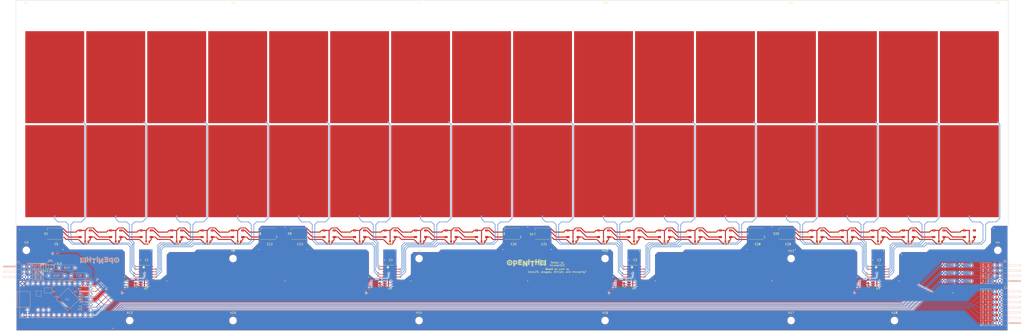
<source format=kicad_pcb>
(kicad_pcb (version 20171130) (host pcbnew "(5.1.7)-1")
  (layers (0 F.Cu signal) (31 B.Cu signal) (34 B.Paste user) (35 F.Paste user) (36 B.SilkS user) (37 F.SilkS user) (38 B.Mask user) (39 F.Mask user) (44 Edge.Cuts user))
  (net 0 "")
  (net 1 /AIR_5)
  (net 2 /AIR_4)
  (net 3 /AIR_3)
  (net 4 /AIR_2)
  (net 5 /AIR_1)
  (net 6 /AIR_0)
  (net 7 /LED_2)
  (net 8 /LED_1)
  (net 9 GND)
  (net 10 /LED_0)
  (net 11 +5V)
  (net 12 /MUX_0)
  (net 13 /MUX_1)
  (net 14 /MUX_2)
  (net 15 /KEY_7)
  (net 16 /KEY_6)
  (net 17 /KEY_5)
  (net 18 /KEY_4)
  (net 19 /KEY_3)
  (net 20 /KEY_2)
  (net 21 /KEY_1)
  (net 22 /KEY_0)
  (net 23 /KEY_8)
  (net 24 /KEY_9)
  (net 25 /KEY_10)
  (net 26 /KEY_11)
  (net 27 /KEY_12)
  (net 28 /KEY_13)
  (net 29 /KEY_14)
  (net 30 /KEY_15)
  (net 31 /RGB_DO)
  (net 32 /LED_2_OUT)
  (net 33 /LED_1_OUT)
  (net 34 /LED_0_OUT)
  (net 35 +3V3)
  (net 36 /TOUCH_1)
  (net 37 /TOUCH_0)
  (net 38 /RGB_DO_BUF)
  (net 39 /TOUCH_2)
  (net 40 /TOUCH_3)
  (net 41 /KEY_23)
  (net 42 /KEY_22)
  (net 43 /KEY_21)
  (net 44 /KEY_20)
  (net 45 /KEY_19)
  (net 46 /KEY_18)
  (net 47 /KEY_17)
  (net 48 /KEY_16)
  (net 49 /KEY_31)
  (net 50 /KEY_30)
  (net 51 /KEY_29)
  (net 52 /KEY_28)
  (net 53 /KEY_27)
  (net 54 /KEY_26)
  (net 55 /KEY_25)
  (net 56 /KEY_24)
  (net 57 /SPARE_3)
  (net 58 /SPARE_2)
  (net 59 /SPARE_1)
  (net 60 /SPARE_0)
  (net 61 /SPARE_5)
  (net 62 /SPARE_4)
  (net 63 /SPARE_6)
  (net 64 "Net-(D1-Pad2)")
  (net 65 "Net-(D2-Pad2)")
  (net 66 "Net-(D3-Pad2)")
  (net 67 "Net-(D4-Pad2)")
  (net 68 "Net-(D5-Pad2)")
  (net 69 "Net-(D6-Pad2)")
  (net 70 "Net-(D7-Pad2)")
  (net 71 "Net-(D8-Pad2)")
  (net 72 "Net-(D10-Pad4)")
  (net 73 "Net-(D10-Pad2)")
  (net 74 "Net-(D11-Pad2)")
  (net 75 "Net-(D12-Pad2)")
  (net 76 "Net-(D13-Pad2)")
  (net 77 "Net-(D14-Pad2)")
  (net 78 "Net-(D15-Pad2)")
  (net 79 "Net-(D16-Pad2)")
  (net 80 "Net-(D17-Pad2)")
  (net 81 "Net-(D18-Pad2)")
  (net 82 "Net-(D19-Pad2)")
  (net 83 "Net-(D20-Pad2)")
  (net 84 "Net-(D21-Pad2)")
  (net 85 "Net-(D22-Pad2)")
  (net 86 "Net-(D23-Pad2)")
  (net 87 "Net-(D24-Pad2)")
  (net 88 "Net-(D25-Pad2)")
  (net 89 "Net-(D26-Pad2)")
  (net 90 "Net-(D27-Pad2)")
  (net 91 "Net-(D28-Pad2)")
  (net 92 "Net-(D29-Pad2)")
  (net 93 "Net-(D30-Pad2)")
  (net 94 "Net-(D31-Pad2)")
  (net 95 "Net-(J4-Pad4)")
  (net 96 "Net-(R1-Pad1)")
  (net 97 "Net-(R2-Pad1)")
  (net 98 "Net-(R3-Pad1)")
  (net 99 "Net-(R4-Pad1)")
  (net 100 "Net-(U1-Pad18)")
  (net 101 "Net-(U1-Pad17)")
  (net 102 "Net-(U1-Pad16)")
  (net 103 "Net-(U1-Pad37)")
  (net 104 "Net-(U1-Pad36)")
  (net 105 "Net-(U1-Pad35)")
  (net 106 "Net-(U1-Pad34)")
  (net 107 VCC)
  (module Package_SO:SOIC-16_3.9x9.9mm_P1.27mm (layer F.Cu) (at 325.12 147.32)
    (fp_text reference U3 (at 0 6.096) (layer F.SilkS))
    (fp_text value 74HC4051D)
    (pad 16 smd roundrect (at 2.475 -4.445) (size 1.95 0.6) (layers F.Cu F.Paste F.Mask) (net 35 +3V3))
    (pad 15 smd roundrect (at 2.475 -3.175) (size 1.95 0.6) (layers F.Cu F.Paste F.Mask) (net 50 /KEY_30))
    (pad 14 smd roundrect (at 2.475 -1.905) (size 1.95 0.6) (layers F.Cu F.Paste F.Mask) (net 42 /KEY_22))
    (pad 13 smd roundrect (at 2.475 -0.635) (size 1.95 0.6) (layers F.Cu F.Paste F.Mask) (net 49 /KEY_31))
    (pad 12 smd roundrect (at 2.475 0.635) (size 1.95 0.6) (layers F.Cu F.Paste F.Mask) (net 41 /KEY_23))
    (pad 11 smd roundrect (at 2.475 1.905) (size 1.95 0.6) (layers F.Cu F.Paste F.Mask) (net 12 /MUX_0))
    (pad 10 smd roundrect (at 2.475 3.175) (size 1.95 0.6) (layers F.Cu F.Paste F.Mask) (net 13 /MUX_1))
    (pad 9 smd roundrect (at 2.475 4.445) (size 1.95 0.6) (layers F.Cu F.Paste F.Mask) (net 14 /MUX_2))
    (pad 8 smd roundrect (at -2.475 4.445) (size 1.95 0.6) (layers F.Cu F.Paste F.Mask) (net 9 GND))
    (pad 7 smd roundrect (at -2.475 3.175) (size 1.95 0.6) (layers F.Cu F.Paste F.Mask) (net 9 GND))
    (pad 6 smd roundrect (at -2.475 1.905) (size 1.95 0.6) (layers F.Cu F.Paste F.Mask) (net 97 "Net-(R2-Pad1)"))
    (pad 5 smd roundrect (at -2.475 0.635) (size 1.95 0.6) (layers F.Cu F.Paste F.Mask) (net 52 /KEY_28))
    (pad 4 smd roundrect (at -2.475 -0.635) (size 1.95 0.6) (layers F.Cu F.Paste F.Mask) (net 44 /KEY_20))
    (pad 3 smd roundrect (at -2.475 -1.905) (size 1.95 0.6) (layers F.Cu F.Paste F.Mask) (net 36 /TOUCH_1))
    (pad 2 smd roundrect (at -2.475 -3.175) (size 1.95 0.6) (layers F.Cu F.Paste F.Mask) (net 51 /KEY_29))
    (pad 1 smd roundrect (at -2.475 -4.445) (size 1.95 0.6) (layers F.Cu F.Paste F.Mask) (net 43 /KEY_21))
  )
  (module Connector_PinHeader_2.54mm:PinHeader_2x03_P2.54mm_Horizontal (layer B.Cu) (at -85.5 142.875 180)
    (fp_text reference J4 (at 5.305 2.27) (layer B.SilkS) (effects (justify mirror)))
    (fp_text value Conn_02x03_Odd_Even)
    (pad 6 thru_hole oval (at 2.54 -5.08 180) (size 1.7 1.7) (drill 1) (layers *.Cu *.Mask) (net 9 GND))
    (pad 5 thru_hole oval (at 0 -5.08 180) (size 1.7 1.7) (drill 1) (layers *.Cu *.Mask) (net 107 VCC))
    (pad 4 thru_hole oval (at 2.54 -2.54 180) (size 1.7 1.7) (drill 1) (layers *.Cu *.Mask) (net 95 "Net-(J4-Pad4)"))
    (pad 3 thru_hole oval (at 0 -2.54 180) (size 1.7 1.7) (drill 1) (layers *.Cu *.Mask) (net 32 /LED_2_OUT))
    (pad 2 thru_hole oval (at 2.54 0 180) (size 1.7 1.7) (drill 1) (layers *.Cu *.Mask) (net 33 /LED_1_OUT))
    (pad 1 thru_hole rect (at 0 0 180) (size 1.7 1.7) (drill 1) (layers *.Cu *.Mask) (net 34 /LED_0_OUT))
  )
  (module Jumper:SolderJumper-3_P1.3mm_Open_RoundedPad1.0x1.5mm_NumberLabels (layer F.Cu) (at -75.565 143 180)
    (fp_text reference JP1 (at -0.127 2.792) (layer F.SilkS))
    (fp_text value SolderJumper_3_Open hide)
    (fp_text user VCC↲ (at 1.397 -2.034 180) (layer F.SilkS))
    (fp_text user +5V (at 3.429 1.268) (layer F.SilkS))
    (fp_text user +3V3 (at -3.81 1.395) (layer F.SilkS))
    (pad 2 smd rect (at 0 0 180) (size 1 1.5) (layers F.Cu F.Mask) (net 107 VCC))
    (pad 3 smd custom (at 1.3 0 180) (size 1 0.5) (layers F.Cu F.Mask) (net 11 +5V) (options (clearance outline) (anchor rect)) (primitives (gr_circle (center 0 0.25) (end 0.5 0.25) (width 0)) (gr_circle (center 0 -0.25) (end 0.5 -0.25) (width 0)) (gr_poly (pts (xy -0.55 -0.75) (xy 0 -0.75) (xy 0 0.75) (xy -0.55 0.75)) (width 0))))
    (pad 1 smd custom (at -1.3 0 180) (size 1 0.5) (layers F.Cu F.Mask) (net 35 +3V3) (options (clearance outline) (anchor rect)) (primitives (gr_circle (center 0 0.25) (end 0.5 0.25) (width 0)) (gr_circle (center 0 -0.25) (end 0.5 -0.25) (width 0)) (gr_poly (pts (xy 0.55 -0.75) (xy 0 -0.75) (xy 0 0.75) (xy 0.55 0.75)) (width 0))))
  )
  (module Capacitor_SMD:C_0603_1608Metric (layer F.Cu) (at -57.75 130.75)
    (fp_text reference C6 (at 0 1.33) (layer F.SilkS))
    (fp_text value 100nF)
    (pad 2 smd roundrect (at 0.775 0) (size 0.9 0.95) (layers F.Cu F.Paste F.Mask) (net 11 +5V))
    (pad 1 smd roundrect (at -0.775 0) (size 0.9 0.95) (layers F.Cu F.Paste F.Mask) (net 9 GND))
  )
  (module Package_SO:SOIC-16_3.9x9.9mm_P1.27mm (layer F.Cu) (at 88.9 147.32)
    (fp_text reference U5 (at 0 6.096) (layer F.SilkS))
    (fp_text value 74HC4051D)
    (pad 16 smd roundrect (at 2.475 -4.445) (size 1.95 0.6) (layers F.Cu F.Paste F.Mask) (net 35 +3V3))
    (pad 15 smd roundrect (at 2.475 -3.175) (size 1.95 0.6) (layers F.Cu F.Paste F.Mask) (net 29 /KEY_14))
    (pad 14 smd roundrect (at 2.475 -1.905) (size 1.95 0.6) (layers F.Cu F.Paste F.Mask) (net 16 /KEY_6))
    (pad 13 smd roundrect (at 2.475 -0.635) (size 1.95 0.6) (layers F.Cu F.Paste F.Mask) (net 30 /KEY_15))
    (pad 12 smd roundrect (at 2.475 0.635) (size 1.95 0.6) (layers F.Cu F.Paste F.Mask) (net 15 /KEY_7))
    (pad 11 smd roundrect (at 2.475 1.905) (size 1.95 0.6) (layers F.Cu F.Paste F.Mask) (net 12 /MUX_0))
    (pad 10 smd roundrect (at 2.475 3.175) (size 1.95 0.6) (layers F.Cu F.Paste F.Mask) (net 13 /MUX_1))
    (pad 9 smd roundrect (at 2.475 4.445) (size 1.95 0.6) (layers F.Cu F.Paste F.Mask) (net 14 /MUX_2))
    (pad 8 smd roundrect (at -2.475 4.445) (size 1.95 0.6) (layers F.Cu F.Paste F.Mask) (net 9 GND))
    (pad 7 smd roundrect (at -2.475 3.175) (size 1.95 0.6) (layers F.Cu F.Paste F.Mask) (net 9 GND))
    (pad 6 smd roundrect (at -2.475 1.905) (size 1.95 0.6) (layers F.Cu F.Paste F.Mask) (net 99 "Net-(R4-Pad1)"))
    (pad 5 smd roundrect (at -2.475 0.635) (size 1.95 0.6) (layers F.Cu F.Paste F.Mask) (net 27 /KEY_12))
    (pad 4 smd roundrect (at -2.475 -0.635) (size 1.95 0.6) (layers F.Cu F.Paste F.Mask) (net 18 /KEY_4))
    (pad 3 smd roundrect (at -2.475 -1.905) (size 1.95 0.6) (layers F.Cu F.Paste F.Mask) (net 40 /TOUCH_3))
    (pad 2 smd roundrect (at -2.475 -3.175) (size 1.95 0.6) (layers F.Cu F.Paste F.Mask) (net 28 /KEY_13))
    (pad 1 smd roundrect (at -2.475 -4.445) (size 1.95 0.6) (layers F.Cu F.Paste F.Mask) (net 17 /KEY_5))
  )
  (module OpeNITHM:openithm-logo (layer B.Cu) (at -51.435 139.7 180)
    (fp_text reference LOGO1 hide)
    (fp_text value Logo hide)
  )
  (module Connector_PinHeader_2.54mm:PinHeader_2x07_P2.54mm_Horizontal (layer B.Cu) (at 381.46 170.24)
    (fp_text reference J3 (at 5.382 -17.332) (layer B.SilkS) (effects (justify mirror)))
    (fp_text value Conn_02x07_Odd_Even)
    (pad 14 thru_hole oval (at 2.54 -15.24) (size 1.7 1.7) (drill 1) (layers *.Cu *.Mask) (net 9 GND))
    (pad 13 thru_hole oval (at 0 -15.24) (size 1.7 1.7) (drill 1) (layers *.Cu *.Mask) (net 63 /SPARE_6))
    (pad 12 thru_hole oval (at 2.54 -12.7) (size 1.7 1.7) (drill 1) (layers *.Cu *.Mask) (net 9 GND))
    (pad 11 thru_hole oval (at 0 -12.7) (size 1.7 1.7) (drill 1) (layers *.Cu *.Mask) (net 61 /SPARE_5))
    (pad 10 thru_hole oval (at 2.54 -10.16) (size 1.7 1.7) (drill 1) (layers *.Cu *.Mask) (net 9 GND))
    (pad 9 thru_hole oval (at 0 -10.16) (size 1.7 1.7) (drill 1) (layers *.Cu *.Mask) (net 62 /SPARE_4))
    (pad 8 thru_hole oval (at 2.54 -7.62) (size 1.7 1.7) (drill 1) (layers *.Cu *.Mask) (net 9 GND))
    (pad 7 thru_hole oval (at 0 -7.62) (size 1.7 1.7) (drill 1) (layers *.Cu *.Mask) (net 57 /SPARE_3))
    (pad 6 thru_hole oval (at 2.54 -5.08) (size 1.7 1.7) (drill 1) (layers *.Cu *.Mask) (net 9 GND))
    (pad 5 thru_hole oval (at 0 -5.08) (size 1.7 1.7) (drill 1) (layers *.Cu *.Mask) (net 58 /SPARE_2))
    (pad 4 thru_hole oval (at 2.54 -2.54) (size 1.7 1.7) (drill 1) (layers *.Cu *.Mask) (net 9 GND))
    (pad 3 thru_hole oval (at 0 -2.54) (size 1.7 1.7) (drill 1) (layers *.Cu *.Mask) (net 59 /SPARE_1))
    (pad 2 thru_hole oval (at 2.54 0) (size 1.7 1.7) (drill 1) (layers *.Cu *.Mask) (net 9 GND))
    (pad 1 thru_hole rect (at 0 0) (size 1.7 1.7) (drill 1) (layers *.Cu *.Mask) (net 60 /SPARE_0))
  )
  (module Resistor_THT:R_Axial_DIN0204_L3.6mm_D1.6mm_P5.08mm_Horizontal (layer B.Cu) (at 361.95 142.24 180)
    (fp_text reference R21 (at 2.54 0) (layer B.SilkS) (effects (justify mirror)))
    (fp_text value R_AIR)
    (pad 2 thru_hole oval (at 5.08 0 180) (size 1.4 1.4) (drill 0.7) (layers *.Cu *.Mask) (net 9 GND))
    (pad 1 thru_hole circle (at 0 0 180) (size 1.4 1.4) (drill 0.7) (layers *.Cu *.Mask) (net 3 /AIR_3))
  )
  (module Resistor_THT:R_Axial_DIN0204_L3.6mm_D1.6mm_P5.08mm_Horizontal (layer B.Cu) (at 361.95 146.05 180)
    (fp_text reference R25 (at 2.54 0) (layer B.SilkS) (effects (justify mirror)))
    (fp_text value R_AIR)
    (pad 2 thru_hole oval (at 5.08 0 180) (size 1.4 1.4) (drill 0.7) (layers *.Cu *.Mask) (net 9 GND))
    (pad 1 thru_hole circle (at 0 0 180) (size 1.4 1.4) (drill 0.7) (layers *.Cu *.Mask) (net 2 /AIR_4))
  )
  (module Resistor_THT:R_Axial_DIN0204_L3.6mm_D1.6mm_P5.08mm_Horizontal (layer B.Cu) (at 370.205 146.05 180)
    (fp_text reference R20 (at 2.54 0) (layer B.SilkS) (effects (justify mirror)))
    (fp_text value R_AIR)
    (pad 2 thru_hole oval (at 5.08 0 180) (size 1.4 1.4) (drill 0.7) (layers *.Cu *.Mask) (net 9 GND))
    (pad 1 thru_hole circle (at 0 0 180) (size 1.4 1.4) (drill 0.7) (layers *.Cu *.Mask) (net 5 /AIR_1))
  )
  (module Resistor_THT:R_Axial_DIN0204_L3.6mm_D1.6mm_P5.08mm_Horizontal (layer B.Cu) (at 370.205 142.24 180)
    (fp_text reference R22 (at 2.54 0) (layer B.SilkS) (effects (justify mirror)))
    (fp_text value R_AIR)
    (pad 2 thru_hole oval (at 5.08 0 180) (size 1.4 1.4) (drill 0.7) (layers *.Cu *.Mask) (net 9 GND))
    (pad 1 thru_hole circle (at 0 0 180) (size 1.4 1.4) (drill 0.7) (layers *.Cu *.Mask) (net 6 /AIR_0))
  )
  (module Resistor_THT:R_Axial_DIN0204_L3.6mm_D1.6mm_P5.08mm_Horizontal (layer B.Cu) (at 370.205 149.86 180)
    (fp_text reference R24 (at 2.54 0) (layer B.SilkS) (effects (justify mirror)))
    (fp_text value R_AIR)
    (pad 2 thru_hole oval (at 5.08 0 180) (size 1.4 1.4) (drill 0.7) (layers *.Cu *.Mask) (net 9 GND))
    (pad 1 thru_hole circle (at 0 0 180) (size 1.4 1.4) (drill 0.7) (layers *.Cu *.Mask) (net 4 /AIR_2))
  )
  (module Resistor_THT:R_Axial_DIN0204_L3.6mm_D1.6mm_P5.08mm_Horizontal (layer B.Cu) (at 361.95 149.86 180)
    (fp_text reference R23 (at 2.54 0) (layer B.SilkS) (effects (justify mirror)))
    (fp_text value R_AIR)
    (pad 2 thru_hole oval (at 5.08 0 180) (size 1.4 1.4) (drill 0.7) (layers *.Cu *.Mask) (net 9 GND))
    (pad 1 thru_hole circle (at 0 0 180) (size 1.4 1.4) (drill 0.7) (layers *.Cu *.Mask) (net 1 /AIR_5))
  )
  (module Connector_PinHeader_2.54mm:PinHeader_2x04_P2.54mm_Horizontal (layer B.Cu) (at 381.46 149.86)
    (fp_text reference J5 (at 5.128 -9.652) (layer B.SilkS) (effects (justify mirror)))
    (fp_text value Conn_02x04_Odd_Even)
    (pad 8 thru_hole oval (at 2.54 -7.62) (size 1.7 1.7) (drill 1) (layers *.Cu *.Mask) (net 6 /AIR_0))
    (pad 7 thru_hole oval (at 0 -7.62) (size 1.7 1.7) (drill 1) (layers *.Cu *.Mask) (net 3 /AIR_3))
    (pad 6 thru_hole oval (at 2.54 -5.08) (size 1.7 1.7) (drill 1) (layers *.Cu *.Mask) (net 5 /AIR_1))
    (pad 5 thru_hole oval (at 0 -5.08) (size 1.7 1.7) (drill 1) (layers *.Cu *.Mask) (net 2 /AIR_4))
    (pad 4 thru_hole oval (at 2.54 -2.54) (size 1.7 1.7) (drill 1) (layers *.Cu *.Mask) (net 4 /AIR_2))
    (pad 3 thru_hole oval (at 0 -2.54) (size 1.7 1.7) (drill 1) (layers *.Cu *.Mask) (net 1 /AIR_5))
    (pad 2 thru_hole oval (at 2.54 0) (size 1.7 1.7) (drill 1) (layers *.Cu *.Mask) (net 9 GND))
    (pad 1 thru_hole rect (at 0 0) (size 1.7 1.7) (drill 1) (layers *.Cu *.Mask) (net 35 +3V3))
  )
  (module teensy:TeensyLC (layer B.Cu) (at -72.39 158.75)
    (fp_text reference U1 (at 5.08 0) (layer B.SilkS) (effects (justify mirror)))
    (fp_text value Teensy-LC)
    (pad 1 thru_hole rect (at -16.51 -7.62) (size 1.6 1.6) (drill 1.1) (layers *.Cu *.Mask) (net 9 GND))
    (pad 2 thru_hole circle (at -13.97 -7.62) (size 1.6 1.6) (drill 1.1) (layers *.Cu *.Mask) (net 40 /TOUCH_3))
    (pad 3 thru_hole circle (at -11.43 -7.62) (size 1.6 1.6) (drill 1.1) (layers *.Cu *.Mask) (net 37 /TOUCH_0))
    (pad 4 thru_hole circle (at -8.89 -7.62) (size 1.6 1.6) (drill 1.1) (layers *.Cu *.Mask) (net 14 /MUX_2))
    (pad 5 thru_hole circle (at -6.35 -7.62) (size 1.6 1.6) (drill 1.1) (layers *.Cu *.Mask) (net 13 /MUX_1))
    (pad 6 thru_hole circle (at -3.81 -7.62) (size 1.6 1.6) (drill 1.1) (layers *.Cu *.Mask) (net 12 /MUX_0))
    (pad 7 thru_hole circle (at -1.27 -7.62) (size 1.6 1.6) (drill 1.1) (layers *.Cu *.Mask) (net 31 /RGB_DO))
    (pad 8 thru_hole circle (at 1.27 -7.62) (size 1.6 1.6) (drill 1.1) (layers *.Cu *.Mask) (net 7 /LED_2))
    (pad 9 thru_hole circle (at 3.81 -7.62) (size 1.6 1.6) (drill 1.1) (layers *.Cu *.Mask) (net 8 /LED_1))
    (pad 10 thru_hole circle (at 6.35 -7.62) (size 1.6 1.6) (drill 1.1) (layers *.Cu *.Mask) (net 10 /LED_0))
    (pad 11 thru_hole circle (at 8.89 -7.62) (size 1.6 1.6) (drill 1.1) (layers *.Cu *.Mask) (net 57 /SPARE_3))
    (pad 12 thru_hole circle (at 11.43 -7.62) (size 1.6 1.6) (drill 1.1) (layers *.Cu *.Mask) (net 62 /SPARE_4))
    (pad 13 thru_hole circle (at 13.97 -7.62) (size 1.6 1.6) (drill 1.1) (layers *.Cu *.Mask) (net 61 /SPARE_5))
    (pad 37 thru_hole circle (at -3.81 5.08) (size 1.6 1.6) (drill 1.1) (layers *.Cu *.Mask) (net 103 "Net-(U1-Pad37)"))
    (pad 36 thru_hole circle (at -6.35 5.08) (size 1.6 1.6) (drill 1.1) (layers *.Cu *.Mask) (net 104 "Net-(U1-Pad36)"))
    (pad 35 thru_hole circle (at -8.89 5.08) (size 1.6 1.6) (drill 1.1) (layers *.Cu *.Mask) (net 105 "Net-(U1-Pad35)"))
    (pad 34 thru_hole circle (at -13.97 5.08) (size 1.6 1.6) (drill 1.1) (layers *.Cu *.Mask) (net 106 "Net-(U1-Pad34)"))
    (pad 33 thru_hole circle (at -16.51 7.62) (size 1.6 1.6) (drill 1.1) (layers *.Cu *.Mask) (net 11 +5V))
    (pad 32 thru_hole circle (at -13.97 7.62) (size 1.6 1.6) (drill 1.1) (layers *.Cu *.Mask) (net 9 GND))
    (pad 31 thru_hole circle (at -11.43 7.62) (size 1.6 1.6) (drill 1.1) (layers *.Cu *.Mask) (net 35 +3V3))
    (pad 30 thru_hole circle (at -8.89 7.62) (size 1.6 1.6) (drill 1.1) (layers *.Cu *.Mask) (net 1 /AIR_5))
    (pad 29 thru_hole circle (at -6.35 7.62) (size 1.6 1.6) (drill 1.1) (layers *.Cu *.Mask) (net 4 /AIR_2))
    (pad 28 thru_hole circle (at -3.81 7.62) (size 1.6 1.6) (drill 1.1) (layers *.Cu *.Mask) (net 2 /AIR_4))
    (pad 27 thru_hole circle (at -1.27 7.62) (size 1.6 1.6) (drill 1.1) (layers *.Cu *.Mask) (net 5 /AIR_1))
    (pad 26 thru_hole circle (at 1.27 7.62) (size 1.6 1.6) (drill 1.1) (layers *.Cu *.Mask) (net 3 /AIR_3))
    (pad 25 thru_hole circle (at 3.81 7.62) (size 1.6 1.6) (drill 1.1) (layers *.Cu *.Mask) (net 6 /AIR_0))
    (pad 24 thru_hole circle (at 6.35 7.62) (size 1.6 1.6) (drill 1.1) (layers *.Cu *.Mask) (net 31 /RGB_DO))
    (pad 23 thru_hole circle (at 8.89 7.62) (size 1.6 1.6) (drill 1.1) (layers *.Cu *.Mask) (net 39 /TOUCH_2))
    (pad 22 thru_hole circle (at 11.43 7.62) (size 1.6 1.6) (drill 1.1) (layers *.Cu *.Mask) (net 36 /TOUCH_1))
    (pad 21 thru_hole circle (at 13.97 7.62) (size 1.6 1.6) (drill 1.1) (layers *.Cu *.Mask) (net 58 /SPARE_2))
    (pad 14 thru_hole circle (at 16.51 -7.62) (size 1.6 1.6) (drill 1.1) (layers *.Cu *.Mask) (net 63 /SPARE_6))
    (pad 15 thru_hole circle (at 16.51 -5.08) (size 1.6 1.6) (drill 1.1) (layers *.Cu *.Mask) (net 38 /RGB_DO_BUF))
    (pad 16 thru_hole circle (at 16.51 -2.54) (size 1.6 1.6) (drill 1.1) (layers *.Cu *.Mask) (net 102 "Net-(U1-Pad16)"))
    (pad 20 thru_hole circle (at 16.51 7.62) (size 1.6 1.6) (drill 1.1) (layers *.Cu *.Mask) (net 60 /SPARE_0))
    (pad 19 thru_hole circle (at 16.51 5.08) (size 1.6 1.6) (drill 1.1) (layers *.Cu *.Mask) (net 59 /SPARE_1))
    (pad 18 thru_hole circle (at 16.51 2.54) (size 1.6 1.6) (drill 1.1) (layers *.Cu *.Mask) (net 100 "Net-(U1-Pad18)"))
    (pad 17 thru_hole circle (at 16.51 0) (size 1.6 1.6) (drill 1.1) (layers *.Cu *.Mask) (net 101 "Net-(U1-Pad17)"))
  )
  (module MountingHole:MountingHole_3.2mm_M3_ISO14580 (layer F.Cu) (at 333 169)
    (fp_text reference H18 (at 0 -3.75) (layer F.SilkS))
    (fp_text value MountingHole)
    (pad 1 np_thru_hole circle (at 0 0) (size 3.2 3.2) (drill 3.2) (layers *.Cu *.Mask))
  )
  (module MountingHole:MountingHole_3.2mm_M3_ISO14580 (layer F.Cu) (at 283 169)
    (fp_text reference H17 (at 0 -3.75) (layer F.SilkS))
    (fp_text value MountingHole)
    (pad 1 np_thru_hole circle (at 0 0) (size 3.2 3.2) (drill 3.2) (layers *.Cu *.Mask))
  )
  (module MountingHole:MountingHole_3.2mm_M3_ISO14580 (layer F.Cu) (at 193 169)
    (fp_text reference H16 (at 0 -3.75) (layer F.SilkS))
    (fp_text value MountingHole)
    (pad 1 np_thru_hole circle (at 0 0) (size 3.2 3.2) (drill 3.2) (layers *.Cu *.Mask))
  )
  (module MountingHole:MountingHole_3.2mm_M3_ISO14580 (layer F.Cu) (at 13 169)
    (fp_text reference H15 (at 0 -3.75) (layer F.SilkS))
    (fp_text value MountingHole)
    (pad 1 np_thru_hole circle (at 0 0) (size 3.2 3.2) (drill 3.2) (layers *.Cu *.Mask))
  )
  (module MountingHole:MountingHole_3.2mm_M3_ISO14580 (layer F.Cu) (at 103 169)
    (fp_text reference H14 (at 0 -3.75) (layer F.SilkS))
    (fp_text value MountingHole)
    (pad 1 np_thru_hole circle (at 0 0) (size 3.2 3.2) (drill 3.2) (layers *.Cu *.Mask))
  )
  (module MountingHole:MountingHole_3.2mm_M3_ISO14580 (layer F.Cu) (at -37 169)
    (fp_text reference H13 (at 0 -3.75) (layer F.SilkS))
    (fp_text value MountingHole)
    (pad 1 np_thru_hole circle (at 0 0) (size 3.2 3.2) (drill 3.2) (layers *.Cu *.Mask))
  )
  (module Resistor_THT:R_Axial_DIN0207_L6.3mm_D2.5mm_P7.62mm_Horizontal (layer B.Cu) (at -65.405 147.32)
    (fp_text reference R17 (at 3.81 0) (layer B.SilkS) (effects (justify mirror)))
    (fp_text value 33)
    (pad 2 thru_hole oval (at 7.62 0) (size 1.6 1.6) (drill 0.8) (layers *.Cu *.Mask) (net 10 /LED_0))
    (pad 1 thru_hole circle (at 0 0) (size 1.6 1.6) (drill 0.8) (layers *.Cu *.Mask) (net 34 /LED_0_OUT))
  )
  (module Capacitor_SMD:C_0603_1608Metric (layer F.Cu) (at 325.615 140.97)
    (fp_text reference C2 (at 0 -1.27) (layer F.SilkS))
    (fp_text value 100nF)
    (pad 2 smd roundrect (at 0.775 0) (size 0.9 0.95) (layers F.Cu F.Paste F.Mask) (net 35 +3V3))
    (pad 1 smd roundrect (at -0.775 0) (size 0.9 0.95) (layers F.Cu F.Paste F.Mask) (net 9 GND))
  )
  (module Resistor_SMD:R_0603_1608Metric (layer F.Cu) (at -34.036 150.05 270)
    (fp_text reference R1 (at 2.35 0 180) (layer F.SilkS))
    (fp_text value 10k)
    (pad 2 smd roundrect (at 0.825 0 270) (size 0.8 0.95) (layers F.Cu F.Paste F.Mask) (net 9 GND))
    (pad 1 smd roundrect (at -0.825 0 270) (size 0.8 0.95) (layers F.Cu F.Paste F.Mask) (net 96 "Net-(R1-Pad1)"))
  )
  (module Package_SO:SOIC-16_3.9x9.9mm_P1.27mm (layer F.Cu) (at -29.21 147.32)
    (fp_text reference U2 (at 0 6.096) (layer F.SilkS))
    (fp_text value 74HC4051D)
    (pad 16 smd roundrect (at 2.475 -4.445) (size 1.95 0.6) (layers F.Cu F.Paste F.Mask) (net 35 +3V3))
    (pad 15 smd roundrect (at 2.475 -3.175) (size 1.95 0.6) (layers F.Cu F.Paste F.Mask) (net 25 /KEY_10))
    (pad 14 smd roundrect (at 2.475 -1.905) (size 1.95 0.6) (layers F.Cu F.Paste F.Mask) (net 20 /KEY_2))
    (pad 13 smd roundrect (at 2.475 -0.635) (size 1.95 0.6) (layers F.Cu F.Paste F.Mask) (net 26 /KEY_11))
    (pad 12 smd roundrect (at 2.475 0.635) (size 1.95 0.6) (layers F.Cu F.Paste F.Mask) (net 19 /KEY_3))
    (pad 11 smd roundrect (at 2.475 1.905) (size 1.95 0.6) (layers F.Cu F.Paste F.Mask) (net 12 /MUX_0))
    (pad 10 smd roundrect (at 2.475 3.175) (size 1.95 0.6) (layers F.Cu F.Paste F.Mask) (net 13 /MUX_1))
    (pad 9 smd roundrect (at 2.475 4.445) (size 1.95 0.6) (layers F.Cu F.Paste F.Mask) (net 14 /MUX_2))
    (pad 8 smd roundrect (at -2.475 4.445) (size 1.95 0.6) (layers F.Cu F.Paste F.Mask) (net 9 GND))
    (pad 7 smd roundrect (at -2.475 3.175) (size 1.95 0.6) (layers F.Cu F.Paste F.Mask) (net 9 GND))
    (pad 6 smd roundrect (at -2.475 1.905) (size 1.95 0.6) (layers F.Cu F.Paste F.Mask) (net 96 "Net-(R1-Pad1)"))
    (pad 5 smd roundrect (at -2.475 0.635) (size 1.95 0.6) (layers F.Cu F.Paste F.Mask) (net 23 /KEY_8))
    (pad 4 smd roundrect (at -2.475 -0.635) (size 1.95 0.6) (layers F.Cu F.Paste F.Mask) (net 22 /KEY_0))
    (pad 3 smd roundrect (at -2.475 -1.905) (size 1.95 0.6) (layers F.Cu F.Paste F.Mask) (net 37 /TOUCH_0))
    (pad 2 smd roundrect (at -2.475 -3.175) (size 1.95 0.6) (layers F.Cu F.Paste F.Mask) (net 24 /KEY_9))
    (pad 1 smd roundrect (at -2.475 -4.445) (size 1.95 0.6) (layers F.Cu F.Paste F.Mask) (net 21 /KEY_1))
  )
  (module Capacitor_SMD:C_0603_1608Metric (layer F.Cu) (at 370.025 130.75)
    (fp_text reference C35 (at 0 1.33) (layer F.SilkS))
    (fp_text value 100nF)
    (pad 2 smd roundrect (at 0.775 0) (size 0.9 0.95) (layers F.Cu F.Paste F.Mask) (net 11 +5V))
    (pad 1 smd roundrect (at -0.775 0) (size 0.9 0.95) (layers F.Cu F.Paste F.Mask) (net 9 GND))
  )
  (module Capacitor_SMD:C_0603_1608Metric (layer F.Cu) (at 355.275 130.75)
    (fp_text reference C34 (at 0 1.33) (layer F.SilkS))
    (fp_text value 100nF)
    (pad 2 smd roundrect (at 0.775 0) (size 0.9 0.95) (layers F.Cu F.Paste F.Mask) (net 11 +5V))
    (pad 1 smd roundrect (at -0.775 0) (size 0.9 0.95) (layers F.Cu F.Paste F.Mask) (net 9 GND))
  )
  (module Capacitor_SMD:C_0603_1608Metric (layer F.Cu) (at 340.525 130.75)
    (fp_text reference C33 (at 0 1.33) (layer F.SilkS))
    (fp_text value 100nF)
    (pad 2 smd roundrect (at 0.775 0) (size 0.9 0.95) (layers F.Cu F.Paste F.Mask) (net 11 +5V))
    (pad 1 smd roundrect (at -0.775 0) (size 0.9 0.95) (layers F.Cu F.Paste F.Mask) (net 9 GND))
  )
  (module Capacitor_SMD:C_0603_1608Metric (layer F.Cu) (at 325.775 130.75)
    (fp_text reference C32 (at 0 1.33) (layer F.SilkS))
    (fp_text value 100nF)
    (pad 2 smd roundrect (at 0.775 0) (size 0.9 0.95) (layers F.Cu F.Paste F.Mask) (net 11 +5V))
    (pad 1 smd roundrect (at -0.775 0) (size 0.9 0.95) (layers F.Cu F.Paste F.Mask) (net 9 GND))
  )
  (module Capacitor_SMD:C_0603_1608Metric (layer F.Cu) (at 311.025 130.75)
    (fp_text reference C31 (at 0 1.33) (layer F.SilkS))
    (fp_text value 100nF)
    (pad 2 smd roundrect (at 0.775 0) (size 0.9 0.95) (layers F.Cu F.Paste F.Mask) (net 11 +5V))
    (pad 1 smd roundrect (at -0.775 0) (size 0.9 0.95) (layers F.Cu F.Paste F.Mask) (net 9 GND))
  )
  (module Capacitor_SMD:C_0603_1608Metric (layer F.Cu) (at 296.275 130.75)
    (fp_text reference C30 (at 0 1.33) (layer F.SilkS))
    (fp_text value 100nF)
    (pad 2 smd roundrect (at 0.775 0) (size 0.9 0.95) (layers F.Cu F.Paste F.Mask) (net 11 +5V))
    (pad 1 smd roundrect (at -0.775 0) (size 0.9 0.95) (layers F.Cu F.Paste F.Mask) (net 9 GND))
  )
  (module Capacitor_SMD:C_0603_1608Metric (layer F.Cu) (at 281.525 130.75)
    (fp_text reference C29 (at 0 1.33) (layer F.SilkS))
    (fp_text value 100nF)
    (pad 2 smd roundrect (at 0.775 0) (size 0.9 0.95) (layers F.Cu F.Paste F.Mask) (net 11 +5V))
    (pad 1 smd roundrect (at -0.775 0) (size 0.9 0.95) (layers F.Cu F.Paste F.Mask) (net 9 GND))
  )
  (module Capacitor_SMD:C_0603_1608Metric (layer F.Cu) (at 266.775 130.75)
    (fp_text reference C28 (at 0 1.33) (layer F.SilkS))
    (fp_text value 100nF)
    (pad 2 smd roundrect (at 0.775 0) (size 0.9 0.95) (layers F.Cu F.Paste F.Mask) (net 11 +5V))
    (pad 1 smd roundrect (at -0.775 0) (size 0.9 0.95) (layers F.Cu F.Paste F.Mask) (net 9 GND))
  )
  (module Capacitor_SMD:C_0603_1608Metric (layer F.Cu) (at 252.025 130.75)
    (fp_text reference C27 (at 0 1.33) (layer F.SilkS))
    (fp_text value 100nF)
    (pad 2 smd roundrect (at 0.775 0) (size 0.9 0.95) (layers F.Cu F.Paste F.Mask) (net 11 +5V))
    (pad 1 smd roundrect (at -0.775 0) (size 0.9 0.95) (layers F.Cu F.Paste F.Mask) (net 9 GND))
  )
  (module Capacitor_SMD:C_0603_1608Metric (layer F.Cu) (at 237.275 130.75)
    (fp_text reference C26 (at 0 1.33) (layer F.SilkS))
    (fp_text value 100nF)
    (pad 2 smd roundrect (at 0.775 0) (size 0.9 0.95) (layers F.Cu F.Paste F.Mask) (net 11 +5V))
    (pad 1 smd roundrect (at -0.775 0) (size 0.9 0.95) (layers F.Cu F.Paste F.Mask) (net 9 GND))
  )
  (module Capacitor_SMD:C_0603_1608Metric (layer F.Cu) (at 222.525 130.75)
    (fp_text reference C25 (at 0 1.33) (layer F.SilkS))
    (fp_text value 100nF)
    (pad 2 smd roundrect (at 0.775 0) (size 0.9 0.95) (layers F.Cu F.Paste F.Mask) (net 11 +5V))
    (pad 1 smd roundrect (at -0.775 0) (size 0.9 0.95) (layers F.Cu F.Paste F.Mask) (net 9 GND))
  )
  (module Capacitor_SMD:C_0603_1608Metric (layer F.Cu) (at 207.775 130.75)
    (fp_text reference C24 (at 0 1.33) (layer F.SilkS))
    (fp_text value 100nF)
    (pad 2 smd roundrect (at 0.775 0) (size 0.9 0.95) (layers F.Cu F.Paste F.Mask) (net 11 +5V))
    (pad 1 smd roundrect (at -0.775 0) (size 0.9 0.95) (layers F.Cu F.Paste F.Mask) (net 9 GND))
  )
  (module Capacitor_SMD:C_0603_1608Metric (layer F.Cu) (at 193.025 130.75)
    (fp_text reference C23 (at 0 1.33) (layer F.SilkS))
    (fp_text value 100nF)
    (pad 2 smd roundrect (at 0.775 0) (size 0.9 0.95) (layers F.Cu F.Paste F.Mask) (net 11 +5V))
    (pad 1 smd roundrect (at -0.775 0) (size 0.9 0.95) (layers F.Cu F.Paste F.Mask) (net 9 GND))
  )
  (module Capacitor_SMD:C_0603_1608Metric (layer F.Cu) (at 178.275 130.75)
    (fp_text reference C22 (at 0 1.33) (layer F.SilkS))
    (fp_text value 100nF)
    (pad 2 smd roundrect (at 0.775 0) (size 0.9 0.95) (layers F.Cu F.Paste F.Mask) (net 11 +5V))
    (pad 1 smd roundrect (at -0.775 0) (size 0.9 0.95) (layers F.Cu F.Paste F.Mask) (net 9 GND))
  )
  (module Capacitor_SMD:C_0603_1608Metric (layer F.Cu) (at 163.525 130.75)
    (fp_text reference C21 (at 0 1.33) (layer F.SilkS))
    (fp_text value 100nF)
    (pad 2 smd roundrect (at 0.775 0) (size 0.9 0.95) (layers F.Cu F.Paste F.Mask) (net 11 +5V))
    (pad 1 smd roundrect (at -0.775 0) (size 0.9 0.95) (layers F.Cu F.Paste F.Mask) (net 9 GND))
  )
  (module Capacitor_SMD:C_0603_1608Metric (layer F.Cu) (at 148.775 130.75)
    (fp_text reference C20 (at 0 1.33) (layer F.SilkS))
    (fp_text value 100nF)
    (pad 2 smd roundrect (at 0.775 0) (size 0.9 0.95) (layers F.Cu F.Paste F.Mask) (net 11 +5V))
    (pad 1 smd roundrect (at -0.775 0) (size 0.9 0.95) (layers F.Cu F.Paste F.Mask) (net 9 GND))
  )
  (module Capacitor_SMD:C_0603_1608Metric (layer F.Cu) (at 134.025 130.75)
    (fp_text reference C19 (at 0 1.33) (layer F.SilkS))
    (fp_text value 100nF)
    (pad 2 smd roundrect (at 0.775 0) (size 0.9 0.95) (layers F.Cu F.Paste F.Mask) (net 11 +5V))
    (pad 1 smd roundrect (at -0.775 0) (size 0.9 0.95) (layers F.Cu F.Paste F.Mask) (net 9 GND))
  )
  (module Capacitor_SMD:C_0603_1608Metric (layer F.Cu) (at 119.275 130.75)
    (fp_text reference C18 (at 0 1.33) (layer F.SilkS))
    (fp_text value 100nF)
    (pad 2 smd roundrect (at 0.775 0) (size 0.9 0.95) (layers F.Cu F.Paste F.Mask) (net 11 +5V))
    (pad 1 smd roundrect (at -0.775 0) (size 0.9 0.95) (layers F.Cu F.Paste F.Mask) (net 9 GND))
  )
  (module Capacitor_SMD:C_0603_1608Metric (layer F.Cu) (at 104.525 130.75)
    (fp_text reference C17 (at 0 1.33) (layer F.SilkS))
    (fp_text value 100nF)
    (pad 2 smd roundrect (at 0.775 0) (size 0.9 0.95) (layers F.Cu F.Paste F.Mask) (net 11 +5V))
    (pad 1 smd roundrect (at -0.775 0) (size 0.9 0.95) (layers F.Cu F.Paste F.Mask) (net 9 GND))
  )
  (module Capacitor_SMD:C_0603_1608Metric (layer F.Cu) (at 89.775 130.75)
    (fp_text reference C16 (at 0 1.33) (layer F.SilkS))
    (fp_text value 100nF)
    (pad 2 smd roundrect (at 0.775 0) (size 0.9 0.95) (layers F.Cu F.Paste F.Mask) (net 11 +5V))
    (pad 1 smd roundrect (at -0.775 0) (size 0.9 0.95) (layers F.Cu F.Paste F.Mask) (net 9 GND))
  )
  (module Capacitor_SMD:C_0603_1608Metric (layer F.Cu) (at 75.025 130.75)
    (fp_text reference C15 (at 0 1.33) (layer F.SilkS))
    (fp_text value 100nF)
    (pad 2 smd roundrect (at 0.775 0) (size 0.9 0.95) (layers F.Cu F.Paste F.Mask) (net 11 +5V))
    (pad 1 smd roundrect (at -0.775 0) (size 0.9 0.95) (layers F.Cu F.Paste F.Mask) (net 9 GND))
  )
  (module Capacitor_SMD:C_0603_1608Metric (layer F.Cu) (at 60.275 130.75)
    (fp_text reference C14 (at 0 1.33) (layer F.SilkS))
    (fp_text value 100nF)
    (pad 2 smd roundrect (at 0.775 0) (size 0.9 0.95) (layers F.Cu F.Paste F.Mask) (net 11 +5V))
    (pad 1 smd roundrect (at -0.775 0) (size 0.9 0.95) (layers F.Cu F.Paste F.Mask) (net 9 GND))
  )
  (module Capacitor_SMD:C_0603_1608Metric (layer F.Cu) (at 45.525 130.75)
    (fp_text reference C13 (at -0.059 1.33) (layer F.SilkS))
    (fp_text value 100nF)
    (pad 2 smd roundrect (at 0.775 0) (size 0.9 0.95) (layers F.Cu F.Paste F.Mask) (net 11 +5V))
    (pad 1 smd roundrect (at -0.775 0) (size 0.9 0.95) (layers F.Cu F.Paste F.Mask) (net 9 GND))
  )
  (module Capacitor_SMD:C_0603_1608Metric (layer F.Cu) (at 30.775 130.75)
    (fp_text reference C12 (at 0 1.33) (layer F.SilkS))
    (fp_text value 100nF)
    (pad 2 smd roundrect (at 0.775 0) (size 0.9 0.95) (layers F.Cu F.Paste F.Mask) (net 11 +5V))
    (pad 1 smd roundrect (at -0.775 0) (size 0.9 0.95) (layers F.Cu F.Paste F.Mask) (net 9 GND))
  )
  (module Capacitor_SMD:C_0603_1608Metric (layer F.Cu) (at 16.025 130.75)
    (fp_text reference C11 (at 0 1.33) (layer F.SilkS))
    (fp_text value 100nF)
    (pad 2 smd roundrect (at 0.775 0) (size 0.9 0.95) (layers F.Cu F.Paste F.Mask) (net 11 +5V))
    (pad 1 smd roundrect (at -0.775 0) (size 0.9 0.95) (layers F.Cu F.Paste F.Mask) (net 9 GND))
  )
  (module Capacitor_SMD:C_0603_1608Metric (layer F.Cu) (at 1.275 130.75)
    (fp_text reference C10 (at 0 1.33) (layer F.SilkS))
    (fp_text value 100nF)
    (pad 2 smd roundrect (at 0.775 0) (size 0.9 0.95) (layers F.Cu F.Paste F.Mask) (net 11 +5V))
    (pad 1 smd roundrect (at -0.775 0) (size 0.9 0.95) (layers F.Cu F.Paste F.Mask) (net 9 GND))
  )
  (module Capacitor_SMD:C_0603_1608Metric (layer F.Cu) (at -13.475 130.75)
    (fp_text reference C9 (at 0.013 1.33) (layer F.SilkS))
    (fp_text value 100nF)
    (pad 2 smd roundrect (at 0.775 0) (size 0.9 0.95) (layers F.Cu F.Paste F.Mask) (net 11 +5V))
    (pad 1 smd roundrect (at -0.775 0) (size 0.9 0.95) (layers F.Cu F.Paste F.Mask) (net 9 GND))
  )
  (module Capacitor_SMD:C_0603_1608Metric (layer F.Cu) (at -28.225 130.75)
    (fp_text reference C8 (at 0 1.33) (layer F.SilkS))
    (fp_text value 100nF)
    (pad 2 smd roundrect (at 0.775 0) (size 0.9 0.95) (layers F.Cu F.Paste F.Mask) (net 11 +5V))
    (pad 1 smd roundrect (at -0.775 0) (size 0.9 0.95) (layers F.Cu F.Paste F.Mask) (net 9 GND))
  )
  (module Capacitor_SMD:C_0603_1608Metric (layer F.Cu) (at -42.975 130.75)
    (fp_text reference C7 (at 0 1.33) (layer F.SilkS))
    (fp_text value 100nF)
    (pad 2 smd roundrect (at 0.775 0) (size 0.9 0.95) (layers F.Cu F.Paste F.Mask) (net 11 +5V))
    (pad 1 smd roundrect (at -0.775 0) (size 0.9 0.95) (layers F.Cu F.Paste F.Mask) (net 9 GND))
  )
  (module Capacitor_SMD:C_0603_1608Metric (layer F.Cu) (at -72.5 130.75)
    (fp_text reference C5 (at 0 1.33) (layer F.SilkS))
    (fp_text value 100nF)
    (pad 2 smd roundrect (at 0.775 0) (size 0.9 0.95) (layers F.Cu F.Paste F.Mask) (net 11 +5V))
    (pad 1 smd roundrect (at -0.775 0) (size 0.9 0.95) (layers F.Cu F.Paste F.Mask) (net 9 GND))
  )
  (module TouchPad:Pads (layer F.Cu) (at -87.5 29)
    (fp_text reference Keys1 hide)
    (fp_text value Conn_02x16_Odd_Even)
    (pad 32 connect rect (at 456.75 67.75) (size 28.5 44.5) (layers F.Cu) (net 49 /KEY_31))
    (pad 31 connect rect (at 456.75 22.25) (size 28.5 44.5) (layers F.Cu) (net 41 /KEY_23))
    (pad 30 connect rect (at 427.25 67.75) (size 28.5 44.5) (layers F.Cu) (net 50 /KEY_30))
    (pad 29 connect rect (at 427.25 22.25) (size 28.5 44.5) (layers F.Cu) (net 42 /KEY_22))
    (pad 28 connect rect (at 397.75 67.75) (size 28.5 44.5) (layers F.Cu) (net 51 /KEY_29))
    (pad 27 connect rect (at 397.75 22.25) (size 28.5 44.5) (layers F.Cu) (net 43 /KEY_21))
    (pad 26 connect rect (at 368.25 67.75) (size 28.5 44.5) (layers F.Cu) (net 52 /KEY_28))
    (pad 25 connect rect (at 368.25 22.25) (size 28.5 44.5) (layers F.Cu) (net 44 /KEY_20))
    (pad 24 connect rect (at 338.75 67.75) (size 28.5 44.5) (layers F.Cu) (net 53 /KEY_27))
    (pad 23 connect rect (at 338.75 22.25) (size 28.5 44.5) (layers F.Cu) (net 45 /KEY_19))
    (pad 22 connect rect (at 309.25 67.75) (size 28.5 44.5) (layers F.Cu) (net 54 /KEY_26))
    (pad 21 connect rect (at 309.25 22.25) (size 28.5 44.5) (layers F.Cu) (net 46 /KEY_18))
    (pad 20 connect rect (at 279.75 67.75) (size 28.5 44.5) (layers F.Cu) (net 55 /KEY_25))
    (pad 19 connect rect (at 279.75 22.25) (size 28.5 44.5) (layers F.Cu) (net 47 /KEY_17))
    (pad 18 connect rect (at 250.25 67.75) (size 28.5 44.5) (layers F.Cu) (net 56 /KEY_24))
    (pad 17 connect rect (at 250.25 22.25) (size 28.5 44.5) (layers F.Cu) (net 48 /KEY_16))
    (pad 16 connect rect (at 220.75 67.75) (size 28.5 44.5) (layers F.Cu) (net 30 /KEY_15))
    (pad 15 connect rect (at 220.75 22.25) (size 28.5 44.5) (layers F.Cu) (net 15 /KEY_7))
    (pad 14 connect rect (at 191.25 67.75) (size 28.5 44.5) (layers F.Cu) (net 29 /KEY_14))
    (pad 13 connect rect (at 191.25 22.25) (size 28.5 44.5) (layers F.Cu) (net 16 /KEY_6))
    (pad 12 connect rect (at 161.75 67.75) (size 28.5 44.5) (layers F.Cu) (net 28 /KEY_13))
    (pad 11 connect rect (at 161.75 22.25) (size 28.5 44.5) (layers F.Cu) (net 17 /KEY_5))
    (pad 10 connect rect (at 132.25 67.75) (size 28.5 44.5) (layers F.Cu) (net 27 /KEY_12))
    (pad 9 connect rect (at 132.25 22.25) (size 28.5 44.5) (layers F.Cu) (net 18 /KEY_4))
    (pad 8 connect rect (at 102.75 67.75) (size 28.5 44.5) (layers F.Cu) (net 26 /KEY_11))
    (pad 7 connect rect (at 102.75 22.25) (size 28.5 44.5) (layers F.Cu) (net 19 /KEY_3))
    (pad 6 connect rect (at 73.25 67.75) (size 28.5 44.5) (layers F.Cu) (net 25 /KEY_10))
    (pad 5 connect rect (at 73.25 22.25) (size 28.5 44.5) (layers F.Cu) (net 20 /KEY_2))
    (pad 4 connect rect (at 43.75 67.75) (size 28.5 44.5) (layers F.Cu) (net 24 /KEY_9))
    (pad 3 connect rect (at 43.75 22.25) (size 28.5 44.5) (layers F.Cu) (net 21 /KEY_1))
    (pad 2 connect rect (at 14.25 67.75) (size 28.5 44.5) (layers F.Cu) (net 23 /KEY_8))
    (pad 1 connect rect (at 14.25 22.25) (size 28.5 44.5) (layers F.Cu) (net 22 /KEY_0))
  )
  (module MountingHole:MountingHole_3.2mm_M3_ISO14580 (layer F.Cu) (at -87 19)
    (fp_text reference H1 (at 0 -3.75) (layer F.SilkS))
    (fp_text value MountingHole)
    (pad 1 np_thru_hole circle (at 0 0) (size 3.2 3.2) (drill 3.2) (layers *.Cu *.Mask))
  )
  (module LED_SMD:LED_WS2812B_PLCC4_5.0x5.0mm_P3.2mm (layer F.Cu) (at 354.5 127 180)
    (fp_text reference D30 (at 4.742 0) (layer F.SilkS))
    (fp_text value WS2812B-B)
    (fp_text user 1 (at -4.15 -1.6) (layer F.SilkS))
    (pad 1 smd rect (at -2.45 -1.6 180) (size 1.5 1) (layers F.Cu F.Paste F.Mask) (net 11 +5V))
    (pad 2 smd rect (at -2.45 1.6 180) (size 1.5 1) (layers F.Cu F.Paste F.Mask) (net 93 "Net-(D30-Pad2)"))
    (pad 4 smd rect (at 2.45 -1.6 180) (size 1.5 1) (layers F.Cu F.Paste F.Mask) (net 92 "Net-(D29-Pad2)"))
    (pad 3 smd rect (at 2.45 1.6 180) (size 1.5 1) (layers F.Cu F.Paste F.Mask) (net 9 GND))
  )
  (module LED_SMD:LED_WS2812B_PLCC4_5.0x5.0mm_P3.2mm (layer F.Cu) (at 325 127 180)
    (fp_text reference D28 (at 4.706 0) (layer F.SilkS))
    (fp_text value WS2812B-B)
    (fp_text user 1 (at -4.15 -1.6) (layer F.SilkS))
    (pad 1 smd rect (at -2.45 -1.6 180) (size 1.5 1) (layers F.Cu F.Paste F.Mask) (net 11 +5V))
    (pad 2 smd rect (at -2.45 1.6 180) (size 1.5 1) (layers F.Cu F.Paste F.Mask) (net 91 "Net-(D28-Pad2)"))
    (pad 4 smd rect (at 2.45 -1.6 180) (size 1.5 1) (layers F.Cu F.Paste F.Mask) (net 90 "Net-(D27-Pad2)"))
    (pad 3 smd rect (at 2.45 1.6 180) (size 1.5 1) (layers F.Cu F.Paste F.Mask) (net 9 GND))
  )
  (module LED_SMD:LED_WS2812B_PLCC4_5.0x5.0mm_P3.2mm (layer F.Cu) (at 295.5 127 180)
    (fp_text reference D26 (at 4.924 0) (layer F.SilkS))
    (fp_text value WS2812B-B)
    (fp_text user 1 (at -4.15 -1.6) (layer F.SilkS))
    (pad 1 smd rect (at -2.45 -1.6 180) (size 1.5 1) (layers F.Cu F.Paste F.Mask) (net 11 +5V))
    (pad 2 smd rect (at -2.45 1.6 180) (size 1.5 1) (layers F.Cu F.Paste F.Mask) (net 89 "Net-(D26-Pad2)"))
    (pad 4 smd rect (at 2.45 -1.6 180) (size 1.5 1) (layers F.Cu F.Paste F.Mask) (net 88 "Net-(D25-Pad2)"))
    (pad 3 smd rect (at 2.45 1.6 180) (size 1.5 1) (layers F.Cu F.Paste F.Mask) (net 9 GND))
  )
  (module LED_SMD:LED_WS2812B_PLCC4_5.0x5.0mm_P3.2mm (layer F.Cu) (at 266 127 180)
    (fp_text reference D24 (at 4.888 0) (layer F.SilkS))
    (fp_text value WS2812B-B)
    (fp_text user 1 (at -4.15 -1.6) (layer F.SilkS))
    (pad 1 smd rect (at -2.45 -1.6 180) (size 1.5 1) (layers F.Cu F.Paste F.Mask) (net 11 +5V))
    (pad 2 smd rect (at -2.45 1.6 180) (size 1.5 1) (layers F.Cu F.Paste F.Mask) (net 87 "Net-(D24-Pad2)"))
    (pad 4 smd rect (at 2.45 -1.6 180) (size 1.5 1) (layers F.Cu F.Paste F.Mask) (net 86 "Net-(D23-Pad2)"))
    (pad 3 smd rect (at 2.45 1.6 180) (size 1.5 1) (layers F.Cu F.Paste F.Mask) (net 9 GND))
  )
  (module LED_SMD:LED_WS2812B_PLCC4_5.0x5.0mm_P3.2mm (layer F.Cu) (at 236.5 127 180)
    (fp_text reference D22 (at 4.852 0) (layer F.SilkS))
    (fp_text value WS2812B-B)
    (fp_text user 1 (at -4.15 -1.6) (layer F.SilkS))
    (pad 1 smd rect (at -2.45 -1.6 180) (size 1.5 1) (layers F.Cu F.Paste F.Mask) (net 11 +5V))
    (pad 2 smd rect (at -2.45 1.6 180) (size 1.5 1) (layers F.Cu F.Paste F.Mask) (net 85 "Net-(D22-Pad2)"))
    (pad 4 smd rect (at 2.45 -1.6 180) (size 1.5 1) (layers F.Cu F.Paste F.Mask) (net 84 "Net-(D21-Pad2)"))
    (pad 3 smd rect (at 2.45 1.6 180) (size 1.5 1) (layers F.Cu F.Paste F.Mask) (net 9 GND))
  )
  (module LED_SMD:LED_WS2812B_PLCC4_5.0x5.0mm_P3.2mm (layer F.Cu) (at 207 127 180)
    (fp_text reference D20 (at 4.816 0) (layer F.SilkS))
    (fp_text value WS2812B-B)
    (fp_text user 1 (at -4.15 -1.6) (layer F.SilkS))
    (pad 1 smd rect (at -2.45 -1.6 180) (size 1.5 1) (layers F.Cu F.Paste F.Mask) (net 11 +5V))
    (pad 2 smd rect (at -2.45 1.6 180) (size 1.5 1) (layers F.Cu F.Paste F.Mask) (net 83 "Net-(D20-Pad2)"))
    (pad 4 smd rect (at 2.45 -1.6 180) (size 1.5 1) (layers F.Cu F.Paste F.Mask) (net 82 "Net-(D19-Pad2)"))
    (pad 3 smd rect (at 2.45 1.6 180) (size 1.5 1) (layers F.Cu F.Paste F.Mask) (net 9 GND))
  )
  (module LED_SMD:LED_WS2812B_PLCC4_5.0x5.0mm_P3.2mm (layer F.Cu) (at 177.5 127 180)
    (fp_text reference D18 (at 4.78 0) (layer F.SilkS))
    (fp_text value WS2812B-B)
    (fp_text user 1 (at -4.15 -1.6) (layer F.SilkS))
    (pad 1 smd rect (at -2.45 -1.6 180) (size 1.5 1) (layers F.Cu F.Paste F.Mask) (net 11 +5V))
    (pad 2 smd rect (at -2.45 1.6 180) (size 1.5 1) (layers F.Cu F.Paste F.Mask) (net 81 "Net-(D18-Pad2)"))
    (pad 4 smd rect (at 2.45 -1.6 180) (size 1.5 1) (layers F.Cu F.Paste F.Mask) (net 80 "Net-(D17-Pad2)"))
    (pad 3 smd rect (at 2.45 1.6 180) (size 1.5 1) (layers F.Cu F.Paste F.Mask) (net 9 GND))
  )
  (module LED_SMD:LED_WS2812B_PLCC4_5.0x5.0mm_P3.2mm (layer F.Cu) (at 148 127 180)
    (fp_text reference D16 (at 4.744 0) (layer F.SilkS))
    (fp_text value WS2812B-B)
    (fp_text user 1 (at -4.15 -1.6) (layer F.SilkS))
    (pad 1 smd rect (at -2.45 -1.6 180) (size 1.5 1) (layers F.Cu F.Paste F.Mask) (net 11 +5V))
    (pad 2 smd rect (at -2.45 1.6 180) (size 1.5 1) (layers F.Cu F.Paste F.Mask) (net 79 "Net-(D16-Pad2)"))
    (pad 4 smd rect (at 2.45 -1.6 180) (size 1.5 1) (layers F.Cu F.Paste F.Mask) (net 78 "Net-(D15-Pad2)"))
    (pad 3 smd rect (at 2.45 1.6 180) (size 1.5 1) (layers F.Cu F.Paste F.Mask) (net 9 GND))
  )
  (module LED_SMD:LED_WS2812B_PLCC4_5.0x5.0mm_P3.2mm (layer F.Cu) (at 118.5 127 180)
    (fp_text reference D14 (at 4.708 0) (layer F.SilkS))
    (fp_text value WS2812B-B)
    (fp_text user 1 (at -4.15 -1.6) (layer F.SilkS))
    (pad 1 smd rect (at -2.45 -1.6 180) (size 1.5 1) (layers F.Cu F.Paste F.Mask) (net 11 +5V))
    (pad 2 smd rect (at -2.45 1.6 180) (size 1.5 1) (layers F.Cu F.Paste F.Mask) (net 77 "Net-(D14-Pad2)"))
    (pad 4 smd rect (at 2.45 -1.6 180) (size 1.5 1) (layers F.Cu F.Paste F.Mask) (net 76 "Net-(D13-Pad2)"))
    (pad 3 smd rect (at 2.45 1.6 180) (size 1.5 1) (layers F.Cu F.Paste F.Mask) (net 9 GND))
  )
  (module LED_SMD:LED_WS2812B_PLCC4_5.0x5.0mm_P3.2mm (layer F.Cu) (at 89 127 180)
    (fp_text reference D12 (at 4.672 0) (layer F.SilkS))
    (fp_text value WS2812B-B)
    (fp_text user 1 (at -4.15 -1.6) (layer F.SilkS))
    (pad 1 smd rect (at -2.45 -1.6 180) (size 1.5 1) (layers F.Cu F.Paste F.Mask) (net 11 +5V))
    (pad 2 smd rect (at -2.45 1.6 180) (size 1.5 1) (layers F.Cu F.Paste F.Mask) (net 75 "Net-(D12-Pad2)"))
    (pad 4 smd rect (at 2.45 -1.6 180) (size 1.5 1) (layers F.Cu F.Paste F.Mask) (net 74 "Net-(D11-Pad2)"))
    (pad 3 smd rect (at 2.45 1.6 180) (size 1.5 1) (layers F.Cu F.Paste F.Mask) (net 9 GND))
  )
  (module LED_SMD:LED_WS2812B_PLCC4_5.0x5.0mm_P3.2mm (layer F.Cu) (at 59.5 127 180)
    (fp_text reference D10 (at 4.89 0) (layer F.SilkS))
    (fp_text value WS2812B-B)
    (fp_text user 1 (at -4.15 -1.6) (layer F.SilkS))
    (pad 1 smd rect (at -2.45 -1.6 180) (size 1.5 1) (layers F.Cu F.Paste F.Mask) (net 11 +5V))
    (pad 2 smd rect (at -2.45 1.6 180) (size 1.5 1) (layers F.Cu F.Paste F.Mask) (net 73 "Net-(D10-Pad2)"))
    (pad 4 smd rect (at 2.45 -1.6 180) (size 1.5 1) (layers F.Cu F.Paste F.Mask) (net 72 "Net-(D10-Pad4)"))
    (pad 3 smd rect (at 2.45 1.6 180) (size 1.5 1) (layers F.Cu F.Paste F.Mask) (net 9 GND))
  )
  (module LED_SMD:LED_WS2812B_PLCC4_5.0x5.0mm_P3.2mm (layer F.Cu) (at 30 127 180)
    (fp_text reference D8 (at 4.346 0) (layer F.SilkS))
    (fp_text value WS2812B-B)
    (fp_text user 1 (at -4.15 -1.6) (layer F.SilkS))
    (pad 1 smd rect (at -2.45 -1.6 180) (size 1.5 1) (layers F.Cu F.Paste F.Mask) (net 11 +5V))
    (pad 2 smd rect (at -2.45 1.6 180) (size 1.5 1) (layers F.Cu F.Paste F.Mask) (net 71 "Net-(D8-Pad2)"))
    (pad 4 smd rect (at 2.45 -1.6 180) (size 1.5 1) (layers F.Cu F.Paste F.Mask) (net 70 "Net-(D7-Pad2)"))
    (pad 3 smd rect (at 2.45 1.6 180) (size 1.5 1) (layers F.Cu F.Paste F.Mask) (net 9 GND))
  )
  (module LED_SMD:LED_WS2812B_PLCC4_5.0x5.0mm_P3.2mm (layer F.Cu) (at 0.5 127 180)
    (fp_text reference D6 (at 4.31 0) (layer F.SilkS))
    (fp_text value WS2812B-B)
    (fp_text user 1 (at -4.15 -1.6) (layer F.SilkS))
    (pad 1 smd rect (at -2.45 -1.6 180) (size 1.5 1) (layers F.Cu F.Paste F.Mask) (net 11 +5V))
    (pad 2 smd rect (at -2.45 1.6 180) (size 1.5 1) (layers F.Cu F.Paste F.Mask) (net 69 "Net-(D6-Pad2)"))
    (pad 4 smd rect (at 2.45 -1.6 180) (size 1.5 1) (layers F.Cu F.Paste F.Mask) (net 68 "Net-(D5-Pad2)"))
    (pad 3 smd rect (at 2.45 1.6 180) (size 1.5 1) (layers F.Cu F.Paste F.Mask) (net 9 GND))
  )
  (module LED_SMD:LED_WS2812B_PLCC4_5.0x5.0mm_P3.2mm (layer F.Cu) (at -29 127 180)
    (fp_text reference D4 (at 4.274 0) (layer F.SilkS))
    (fp_text value WS2812B-B)
    (fp_text user 1 (at -4.15 -1.6) (layer F.SilkS))
    (pad 1 smd rect (at -2.45 -1.6 180) (size 1.5 1) (layers F.Cu F.Paste F.Mask) (net 11 +5V))
    (pad 2 smd rect (at -2.45 1.6 180) (size 1.5 1) (layers F.Cu F.Paste F.Mask) (net 67 "Net-(D4-Pad2)"))
    (pad 4 smd rect (at 2.45 -1.6 180) (size 1.5 1) (layers F.Cu F.Paste F.Mask) (net 66 "Net-(D3-Pad2)"))
    (pad 3 smd rect (at 2.45 1.6 180) (size 1.5 1) (layers F.Cu F.Paste F.Mask) (net 9 GND))
  )
  (module LED_SMD:LED_WS2812B_PLCC4_5.0x5.0mm_P3.2mm (layer F.Cu) (at 369.25 127 180)
    (fp_text reference D31 (at 4.76 0) (layer F.SilkS))
    (fp_text value WS2812B-B)
    (fp_text user 1 (at -4.15 -1.6) (layer F.SilkS))
    (pad 1 smd rect (at -2.45 -1.6 180) (size 1.5 1) (layers F.Cu F.Paste F.Mask) (net 11 +5V))
    (pad 2 smd rect (at -2.45 1.6 180) (size 1.5 1) (layers F.Cu F.Paste F.Mask) (net 94 "Net-(D31-Pad2)"))
    (pad 4 smd rect (at 2.45 -1.6 180) (size 1.5 1) (layers F.Cu F.Paste F.Mask) (net 93 "Net-(D30-Pad2)"))
    (pad 3 smd rect (at 2.45 1.6 180) (size 1.5 1) (layers F.Cu F.Paste F.Mask) (net 9 GND))
  )
  (module LED_SMD:LED_WS2812B_PLCC4_5.0x5.0mm_P3.2mm (layer F.Cu) (at 339.75 127 180)
    (fp_text reference D29 (at 4.724 0) (layer F.SilkS))
    (fp_text value WS2812B-B)
    (fp_text user 1 (at -4.15 -1.6) (layer F.SilkS))
    (pad 1 smd rect (at -2.45 -1.6 180) (size 1.5 1) (layers F.Cu F.Paste F.Mask) (net 11 +5V))
    (pad 2 smd rect (at -2.45 1.6 180) (size 1.5 1) (layers F.Cu F.Paste F.Mask) (net 92 "Net-(D29-Pad2)"))
    (pad 4 smd rect (at 2.45 -1.6 180) (size 1.5 1) (layers F.Cu F.Paste F.Mask) (net 91 "Net-(D28-Pad2)"))
    (pad 3 smd rect (at 2.45 1.6 180) (size 1.5 1) (layers F.Cu F.Paste F.Mask) (net 9 GND))
  )
  (module LED_SMD:LED_WS2812B_PLCC4_5.0x5.0mm_P3.2mm (layer F.Cu) (at 310.25 127 180)
    (fp_text reference D27 (at 4.942 0) (layer F.SilkS))
    (fp_text value WS2812B-B)
    (fp_text user 1 (at -4.15 -1.6) (layer F.SilkS))
    (pad 1 smd rect (at -2.45 -1.6 180) (size 1.5 1) (layers F.Cu F.Paste F.Mask) (net 11 +5V))
    (pad 2 smd rect (at -2.45 1.6 180) (size 1.5 1) (layers F.Cu F.Paste F.Mask) (net 90 "Net-(D27-Pad2)"))
    (pad 4 smd rect (at 2.45 -1.6 180) (size 1.5 1) (layers F.Cu F.Paste F.Mask) (net 89 "Net-(D26-Pad2)"))
    (pad 3 smd rect (at 2.45 1.6 180) (size 1.5 1) (layers F.Cu F.Paste F.Mask) (net 9 GND))
  )
  (module LED_SMD:LED_WS2812B_PLCC4_5.0x5.0mm_P3.2mm (layer F.Cu) (at 280.75 127 180)
    (fp_text reference D25 (at 4.906 0) (layer F.SilkS))
    (fp_text value WS2812B-B)
    (fp_text user 1 (at -4.15 -1.6) (layer F.SilkS))
    (pad 1 smd rect (at -2.45 -1.6 180) (size 1.5 1) (layers F.Cu F.Paste F.Mask) (net 11 +5V))
    (pad 2 smd rect (at -2.45 1.6 180) (size 1.5 1) (layers F.Cu F.Paste F.Mask) (net 88 "Net-(D25-Pad2)"))
    (pad 4 smd rect (at 2.45 -1.6 180) (size 1.5 1) (layers F.Cu F.Paste F.Mask) (net 87 "Net-(D24-Pad2)"))
    (pad 3 smd rect (at 2.45 1.6 180) (size 1.5 1) (layers F.Cu F.Paste F.Mask) (net 9 GND))
  )
  (module LED_SMD:LED_WS2812B_PLCC4_5.0x5.0mm_P3.2mm (layer F.Cu) (at 251.25 127 180)
    (fp_text reference D23 (at 4.87 0) (layer F.SilkS))
    (fp_text value WS2812B-B)
    (fp_text user 1 (at -4.15 -1.6) (layer F.SilkS))
    (pad 1 smd rect (at -2.45 -1.6 180) (size 1.5 1) (layers F.Cu F.Paste F.Mask) (net 11 +5V))
    (pad 2 smd rect (at -2.45 1.6 180) (size 1.5 1) (layers F.Cu F.Paste F.Mask) (net 86 "Net-(D23-Pad2)"))
    (pad 4 smd rect (at 2.45 -1.6 180) (size 1.5 1) (layers F.Cu F.Paste F.Mask) (net 85 "Net-(D22-Pad2)"))
    (pad 3 smd rect (at 2.45 1.6 180) (size 1.5 1) (layers F.Cu F.Paste F.Mask) (net 9 GND))
  )
  (module LED_SMD:LED_WS2812B_PLCC4_5.0x5.0mm_P3.2mm (layer F.Cu) (at 221.75 127 180)
    (fp_text reference D21 (at 4.834 0) (layer F.SilkS))
    (fp_text value WS2812B-B)
    (fp_text user 1 (at -4.15 -1.6) (layer F.SilkS))
    (pad 1 smd rect (at -2.45 -1.6 180) (size 1.5 1) (layers F.Cu F.Paste F.Mask) (net 11 +5V))
    (pad 2 smd rect (at -2.45 1.6 180) (size 1.5 1) (layers F.Cu F.Paste F.Mask) (net 84 "Net-(D21-Pad2)"))
    (pad 4 smd rect (at 2.45 -1.6 180) (size 1.5 1) (layers F.Cu F.Paste F.Mask) (net 83 "Net-(D20-Pad2)"))
    (pad 3 smd rect (at 2.45 1.6 180) (size 1.5 1) (layers F.Cu F.Paste F.Mask) (net 9 GND))
  )
  (module LED_SMD:LED_WS2812B_PLCC4_5.0x5.0mm_P3.2mm (layer F.Cu) (at 192.25 127 180)
    (fp_text reference D19 (at 4.798 0) (layer F.SilkS))
    (fp_text value WS2812B-B)
    (fp_text user 1 (at -4.15 -1.6) (layer F.SilkS))
    (pad 1 smd rect (at -2.45 -1.6 180) (size 1.5 1) (layers F.Cu F.Paste F.Mask) (net 11 +5V))
    (pad 2 smd rect (at -2.45 1.6 180) (size 1.5 1) (layers F.Cu F.Paste F.Mask) (net 82 "Net-(D19-Pad2)"))
    (pad 4 smd rect (at 2.45 -1.6 180) (size 1.5 1) (layers F.Cu F.Paste F.Mask) (net 81 "Net-(D18-Pad2)"))
    (pad 3 smd rect (at 2.45 1.6 180) (size 1.5 1) (layers F.Cu F.Paste F.Mask) (net 9 GND))
  )
  (module LED_SMD:LED_WS2812B_PLCC4_5.0x5.0mm_P3.2mm (layer F.Cu) (at 162.75 127 180)
    (fp_text reference D17 (at 4.762 -0.254) (layer F.SilkS))
    (fp_text value WS2812B-B)
    (fp_text user 1 (at -4.15 -1.6) (layer F.SilkS))
    (pad 1 smd rect (at -2.45 -1.6 180) (size 1.5 1) (layers F.Cu F.Paste F.Mask) (net 11 +5V))
    (pad 2 smd rect (at -2.45 1.6 180) (size 1.5 1) (layers F.Cu F.Paste F.Mask) (net 80 "Net-(D17-Pad2)"))
    (pad 4 smd rect (at 2.45 -1.6 180) (size 1.5 1) (layers F.Cu F.Paste F.Mask) (net 79 "Net-(D16-Pad2)"))
    (pad 3 smd rect (at 2.45 1.6 180) (size 1.5 1) (layers F.Cu F.Paste F.Mask) (net 9 GND))
  )
  (module LED_SMD:LED_WS2812B_PLCC4_5.0x5.0mm_P3.2mm (layer F.Cu) (at 133.25 127 180)
    (fp_text reference D15 (at 4.726 0) (layer F.SilkS))
    (fp_text value WS2812B-B)
    (fp_text user 1 (at -4.15 -1.6) (layer F.SilkS))
    (pad 1 smd rect (at -2.45 -1.6 180) (size 1.5 1) (layers F.Cu F.Paste F.Mask) (net 11 +5V))
    (pad 2 smd rect (at -2.45 1.6 180) (size 1.5 1) (layers F.Cu F.Paste F.Mask) (net 78 "Net-(D15-Pad2)"))
    (pad 4 smd rect (at 2.45 -1.6 180) (size 1.5 1) (layers F.Cu F.Paste F.Mask) (net 77 "Net-(D14-Pad2)"))
    (pad 3 smd rect (at 2.45 1.6 180) (size 1.5 1) (layers F.Cu F.Paste F.Mask) (net 9 GND))
  )
  (module LED_SMD:LED_WS2812B_PLCC4_5.0x5.0mm_P3.2mm (layer F.Cu) (at 103.75 127 180)
    (fp_text reference D13 (at 4.69 0) (layer F.SilkS))
    (fp_text value WS2812B-B)
    (fp_text user 1 (at -4.15 -1.6) (layer F.SilkS))
    (pad 1 smd rect (at -2.45 -1.6 180) (size 1.5 1) (layers F.Cu F.Paste F.Mask) (net 11 +5V))
    (pad 2 smd rect (at -2.45 1.6 180) (size 1.5 1) (layers F.Cu F.Paste F.Mask) (net 76 "Net-(D13-Pad2)"))
    (pad 4 smd rect (at 2.45 -1.6 180) (size 1.5 1) (layers F.Cu F.Paste F.Mask) (net 75 "Net-(D12-Pad2)"))
    (pad 3 smd rect (at 2.45 1.6 180) (size 1.5 1) (layers F.Cu F.Paste F.Mask) (net 9 GND))
  )
  (module LED_SMD:LED_WS2812B_PLCC4_5.0x5.0mm_P3.2mm (layer F.Cu) (at 74.25 127 180)
    (fp_text reference D11 (at 4.654 0) (layer F.SilkS))
    (fp_text value WS2812B-B)
    (fp_text user 1 (at -4.15 -1.6) (layer F.SilkS))
    (pad 1 smd rect (at -2.45 -1.6 180) (size 1.5 1) (layers F.Cu F.Paste F.Mask) (net 11 +5V))
    (pad 2 smd rect (at -2.45 1.6 180) (size 1.5 1) (layers F.Cu F.Paste F.Mask) (net 74 "Net-(D11-Pad2)"))
    (pad 4 smd rect (at 2.45 -1.6 180) (size 1.5 1) (layers F.Cu F.Paste F.Mask) (net 73 "Net-(D10-Pad2)"))
    (pad 3 smd rect (at 2.45 1.6 180) (size 1.5 1) (layers F.Cu F.Paste F.Mask) (net 9 GND))
  )
  (module LED_SMD:LED_WS2812B_PLCC4_5.0x5.0mm_P3.2mm (layer F.Cu) (at 44.75 127 180)
    (fp_text reference D9 (at 4.364 0) (layer F.SilkS))
    (fp_text value WS2812B-B)
    (fp_text user 1 (at -4.15 -1.6) (layer F.SilkS))
    (pad 1 smd rect (at -2.45 -1.6 180) (size 1.5 1) (layers F.Cu F.Paste F.Mask) (net 11 +5V))
    (pad 2 smd rect (at -2.45 1.6 180) (size 1.5 1) (layers F.Cu F.Paste F.Mask) (net 72 "Net-(D10-Pad4)"))
    (pad 4 smd rect (at 2.45 -1.6 180) (size 1.5 1) (layers F.Cu F.Paste F.Mask) (net 71 "Net-(D8-Pad2)"))
    (pad 3 smd rect (at 2.45 1.6 180) (size 1.5 1) (layers F.Cu F.Paste F.Mask) (net 9 GND))
  )
  (module LED_SMD:LED_WS2812B_PLCC4_5.0x5.0mm_P3.2mm (layer F.Cu) (at 15.25 127 180)
    (fp_text reference D7 (at 4.328 0) (layer F.SilkS))
    (fp_text value WS2812B-B)
    (fp_text user 1 (at -4.15 -1.6) (layer F.SilkS))
    (pad 1 smd rect (at -2.45 -1.6 180) (size 1.5 1) (layers F.Cu F.Paste F.Mask) (net 11 +5V))
    (pad 2 smd rect (at -2.45 1.6 180) (size 1.5 1) (layers F.Cu F.Paste F.Mask) (net 70 "Net-(D7-Pad2)"))
    (pad 4 smd rect (at 2.45 -1.6 180) (size 1.5 1) (layers F.Cu F.Paste F.Mask) (net 69 "Net-(D6-Pad2)"))
    (pad 3 smd rect (at 2.45 1.6 180) (size 1.5 1) (layers F.Cu F.Paste F.Mask) (net 9 GND))
  )
  (module LED_SMD:LED_WS2812B_PLCC4_5.0x5.0mm_P3.2mm (layer F.Cu) (at -14.25 127 180)
    (fp_text reference D5 (at 4.292 0) (layer F.SilkS))
    (fp_text value WS2812B-B)
    (fp_text user 1 (at -4.15 -1.6) (layer F.SilkS))
    (pad 1 smd rect (at -2.45 -1.6 180) (size 1.5 1) (layers F.Cu F.Paste F.Mask) (net 11 +5V))
    (pad 2 smd rect (at -2.45 1.6 180) (size 1.5 1) (layers F.Cu F.Paste F.Mask) (net 68 "Net-(D5-Pad2)"))
    (pad 4 smd rect (at 2.45 -1.6 180) (size 1.5 1) (layers F.Cu F.Paste F.Mask) (net 67 "Net-(D4-Pad2)"))
    (pad 3 smd rect (at 2.45 1.6 180) (size 1.5 1) (layers F.Cu F.Paste F.Mask) (net 9 GND))
  )
  (module LED_SMD:LED_WS2812B_PLCC4_5.0x5.0mm_P3.2mm (layer F.Cu) (at -43.75 127 180)
    (fp_text reference D3 (at 4.256 0) (layer F.SilkS))
    (fp_text value WS2812B-B)
    (fp_text user 1 (at -4.15 -1.6) (layer F.SilkS))
    (pad 1 smd rect (at -2.45 -1.6 180) (size 1.5 1) (layers F.Cu F.Paste F.Mask) (net 11 +5V))
    (pad 2 smd rect (at -2.45 1.6 180) (size 1.5 1) (layers F.Cu F.Paste F.Mask) (net 66 "Net-(D3-Pad2)"))
    (pad 4 smd rect (at 2.45 -1.6 180) (size 1.5 1) (layers F.Cu F.Paste F.Mask) (net 65 "Net-(D2-Pad2)"))
    (pad 3 smd rect (at 2.45 1.6 180) (size 1.5 1) (layers F.Cu F.Paste F.Mask) (net 9 GND))
  )
  (module LED_SMD:LED_WS2812B_PLCC4_5.0x5.0mm_P3.2mm (layer F.Cu) (at -58.5 127 180)
    (fp_text reference D2 (at 4.238 0) (layer F.SilkS))
    (fp_text value WS2812B-B)
    (fp_text user 1 (at -4.15 -1.6) (layer F.SilkS))
    (pad 1 smd rect (at -2.45 -1.6 180) (size 1.5 1) (layers F.Cu F.Paste F.Mask) (net 11 +5V))
    (pad 2 smd rect (at -2.45 1.6 180) (size 1.5 1) (layers F.Cu F.Paste F.Mask) (net 65 "Net-(D2-Pad2)"))
    (pad 4 smd rect (at 2.45 -1.6 180) (size 1.5 1) (layers F.Cu F.Paste F.Mask) (net 64 "Net-(D1-Pad2)"))
    (pad 3 smd rect (at 2.45 1.6 180) (size 1.5 1) (layers F.Cu F.Paste F.Mask) (net 9 GND))
  )
  (module LED_SMD:LED_WS2812B_PLCC4_5.0x5.0mm_P3.2mm (layer F.Cu) (at -73.25 127 180)
    (fp_text reference D1 (at 4.22 0) (layer F.SilkS))
    (fp_text value WS2812B-B)
    (fp_text user 1 (at -4.15 -1.6) (layer F.SilkS))
    (pad 1 smd rect (at -2.45 -1.6 180) (size 1.5 1) (layers F.Cu F.Paste F.Mask) (net 11 +5V))
    (pad 2 smd rect (at -2.45 1.6 180) (size 1.5 1) (layers F.Cu F.Paste F.Mask) (net 64 "Net-(D1-Pad2)"))
    (pad 4 smd rect (at 2.45 -1.6 180) (size 1.5 1) (layers F.Cu F.Paste F.Mask) (net 38 /RGB_DO_BUF))
    (pad 3 smd rect (at 2.45 1.6 180) (size 1.5 1) (layers F.Cu F.Paste F.Mask) (net 9 GND))
  )
  (module Capacitor_SMD:C_0603_1608Metric (layer F.Cu) (at 89.395 140.97)
    (fp_text reference C4 (at 0 -1.27 180) (layer F.SilkS))
    (fp_text value 100nF)
    (pad 2 smd roundrect (at 0.775 0) (size 0.9 0.95) (layers F.Cu F.Paste F.Mask) (net 35 +3V3))
    (pad 1 smd roundrect (at -0.775 0) (size 0.9 0.95) (layers F.Cu F.Paste F.Mask) (net 9 GND))
  )
  (module Capacitor_SMD:C_0603_1608Metric (layer F.Cu) (at 207.505 140.97)
    (fp_text reference C3 (at 0.013 -1.27 180) (layer F.SilkS))
    (fp_text value 100nF)
    (pad 2 smd roundrect (at 0.775 0) (size 0.9 0.95) (layers F.Cu F.Paste F.Mask) (net 35 +3V3))
    (pad 1 smd roundrect (at -0.775 0) (size 0.9 0.95) (layers F.Cu F.Paste F.Mask) (net 9 GND))
  )
  (module Capacitor_SMD:C_0603_1608Metric (layer F.Cu) (at -28.715 140.97)
    (fp_text reference C1 (at 0 -1.27 180) (layer F.SilkS))
    (fp_text value 100nF)
    (pad 2 smd roundrect (at 0.775 0) (size 0.9 0.95) (layers F.Cu F.Paste F.Mask) (net 35 +3V3))
    (pad 1 smd roundrect (at -0.775 0) (size 0.9 0.95) (layers F.Cu F.Paste F.Mask) (net 9 GND))
  )
  (module Package_SO:SOIC-16_3.9x9.9mm_P1.27mm (layer F.Cu) (at 207.01 147.32)
    (fp_text reference U4 (at 0 6.096) (layer F.SilkS))
    (fp_text value 74HC4051D)
    (pad 16 smd roundrect (at 2.475 -4.445) (size 1.95 0.6) (layers F.Cu F.Paste F.Mask) (net 35 +3V3))
    (pad 15 smd roundrect (at 2.475 -3.175) (size 1.95 0.6) (layers F.Cu F.Paste F.Mask) (net 54 /KEY_26))
    (pad 14 smd roundrect (at 2.475 -1.905) (size 1.95 0.6) (layers F.Cu F.Paste F.Mask) (net 46 /KEY_18))
    (pad 13 smd roundrect (at 2.475 -0.635) (size 1.95 0.6) (layers F.Cu F.Paste F.Mask) (net 53 /KEY_27))
    (pad 12 smd roundrect (at 2.475 0.635) (size 1.95 0.6) (layers F.Cu F.Paste F.Mask) (net 45 /KEY_19))
    (pad 11 smd roundrect (at 2.475 1.905) (size 1.95 0.6) (layers F.Cu F.Paste F.Mask) (net 12 /MUX_0))
    (pad 10 smd roundrect (at 2.475 3.175) (size 1.95 0.6) (layers F.Cu F.Paste F.Mask) (net 13 /MUX_1))
    (pad 9 smd roundrect (at 2.475 4.445) (size 1.95 0.6) (layers F.Cu F.Paste F.Mask) (net 14 /MUX_2))
    (pad 8 smd roundrect (at -2.475 4.445) (size 1.95 0.6) (layers F.Cu F.Paste F.Mask) (net 9 GND))
    (pad 7 smd roundrect (at -2.475 3.175) (size 1.95 0.6) (layers F.Cu F.Paste F.Mask) (net 9 GND))
    (pad 6 smd roundrect (at -2.475 1.905) (size 1.95 0.6) (layers F.Cu F.Paste F.Mask) (net 98 "Net-(R3-Pad1)"))
    (pad 5 smd roundrect (at -2.475 0.635) (size 1.95 0.6) (layers F.Cu F.Paste F.Mask) (net 56 /KEY_24))
    (pad 4 smd roundrect (at -2.475 -0.635) (size 1.95 0.6) (layers F.Cu F.Paste F.Mask) (net 48 /KEY_16))
    (pad 3 smd roundrect (at -2.475 -1.905) (size 1.95 0.6) (layers F.Cu F.Paste F.Mask) (net 39 /TOUCH_2))
    (pad 2 smd roundrect (at -2.475 -3.175) (size 1.95 0.6) (layers F.Cu F.Paste F.Mask) (net 55 /KEY_25))
    (pad 1 smd roundrect (at -2.475 -4.445) (size 1.95 0.6) (layers F.Cu F.Paste F.Mask) (net 47 /KEY_17))
  )
  (module Resistor_SMD:R_0603_1608Metric (layer F.Cu) (at 84.074 150.05 270)
    (fp_text reference R4 (at 2.35 0 180) (layer F.SilkS))
    (fp_text value 10k)
    (pad 2 smd roundrect (at 0.825 0 270) (size 0.8 0.95) (layers F.Cu F.Paste F.Mask) (net 9 GND))
    (pad 1 smd roundrect (at -0.825 0 270) (size 0.8 0.95) (layers F.Cu F.Paste F.Mask) (net 99 "Net-(R4-Pad1)"))
  )
  (module Resistor_SMD:R_0603_1608Metric (layer F.Cu) (at 202.184 150.05 270)
    (fp_text reference R3 (at 2.35 0 180) (layer F.SilkS))
    (fp_text value 10k)
    (pad 2 smd roundrect (at 0.825 0 270) (size 0.8 0.95) (layers F.Cu F.Paste F.Mask) (net 9 GND))
    (pad 1 smd roundrect (at -0.825 0 270) (size 0.8 0.95) (layers F.Cu F.Paste F.Mask) (net 98 "Net-(R3-Pad1)"))
  )
  (module Resistor_SMD:R_0603_1608Metric (layer F.Cu) (at 320.294 150.05 270)
    (fp_text reference R2 (at 2.35 0 180) (layer F.SilkS))
    (fp_text value 10k)
    (pad 2 smd roundrect (at 0.825 0 270) (size 0.8 0.95) (layers F.Cu F.Paste F.Mask) (net 9 GND))
    (pad 1 smd roundrect (at -0.825 0 270) (size 0.8 0.95) (layers F.Cu F.Paste F.Mask) (net 97 "Net-(R2-Pad1)"))
  )
  (module MountingHole:MountingHole_3.2mm_M3_ISO14580 (layer F.Cu) (at 283 139)
    (fp_text reference H12 (at 0 -3.745) (layer F.SilkS))
    (fp_text value MountingHole)
    (pad 1 np_thru_hole circle (at 0 0) (size 3.2 3.2) (drill 3.2) (layers *.Cu *.Mask))
  )
  (module MountingHole:MountingHole_3.2mm_M3_ISO14580 (layer F.Cu) (at 283 19)
    (fp_text reference H11 (at 0 -3.75) (layer F.SilkS))
    (fp_text value MountingHole)
    (pad 1 np_thru_hole circle (at 0 0) (size 3.2 3.2) (drill 3.2) (layers *.Cu *.Mask))
  )
  (module MountingHole:MountingHole_3.2mm_M3_ISO14580 (layer F.Cu) (at 193 139)
    (fp_text reference H10 (at 0 -3.75) (layer F.SilkS))
    (fp_text value MountingHole)
    (pad 1 np_thru_hole circle (at 0 0) (size 3.2 3.2) (drill 3.2) (layers *.Cu *.Mask))
  )
  (module MountingHole:MountingHole_3.2mm_M3_ISO14580 (layer F.Cu) (at 193 19)
    (fp_text reference H9 (at 0 -3.75) (layer F.SilkS))
    (fp_text value MountingHole)
    (pad 1 np_thru_hole circle (at 0 0) (size 3.2 3.2) (drill 3.2) (layers *.Cu *.Mask))
  )
  (module MountingHole:MountingHole_3.2mm_M3_ISO14580 (layer F.Cu) (at 103 139)
    (fp_text reference H8 (at 0 -3.75) (layer F.SilkS))
    (fp_text value MountingHole)
    (pad 1 np_thru_hole circle (at 0 0) (size 3.2 3.2) (drill 3.2) (layers *.Cu *.Mask))
  )
  (module MountingHole:MountingHole_3.2mm_M3_ISO14580 (layer F.Cu) (at 103 19)
    (fp_text reference H7 (at 0 -3.75) (layer F.SilkS))
    (fp_text value MountingHole)
    (pad 1 np_thru_hole circle (at 0 0) (size 3.2 3.2) (drill 3.2) (layers *.Cu *.Mask))
  )
  (module MountingHole:MountingHole_3.2mm_M3_ISO14580 (layer F.Cu) (at 13 139)
    (fp_text reference H6 (at 0 -3.75) (layer F.SilkS))
    (fp_text value MountingHole)
    (pad 1 np_thru_hole circle (at 0 0) (size 3.2 3.2) (drill 3.2) (layers *.Cu *.Mask))
  )
  (module MountingHole:MountingHole_3.2mm_M3_ISO14580 (layer F.Cu) (at 13 19)
    (fp_text reference H5 (at 0 -3.75) (layer F.SilkS))
    (fp_text value MountingHole)
    (pad 1 np_thru_hole circle (at 0 0) (size 3.2 3.2) (drill 3.2) (layers *.Cu *.Mask))
  )
  (module OpeNITHM:openithm-logo (layer F.Cu) (at 154.94 140.97)
    (fp_text reference LOGO2 hide)
    (fp_text value Logo hide)
  )
  (module MountingHole:MountingHole_3.2mm_M3_ISO14580 (layer F.Cu) (at 383 135)
    (fp_text reference H4 (at 0 -3.75) (layer F.SilkS))
    (fp_text value MountingHole)
    (pad 1 np_thru_hole circle (at 0 0) (size 3.2 3.2) (drill 3.2) (layers *.Cu *.Mask))
  )
  (module MountingHole:MountingHole_3.2mm_M3_ISO14580 (layer F.Cu) (at 383 19)
    (fp_text reference H3 (at 0 -3.75) (layer F.SilkS))
    (fp_text value MountingHole)
    (pad 1 np_thru_hole circle (at 0 0) (size 3.2 3.2) (drill 3.2) (layers *.Cu *.Mask))
  )
  (module MountingHole:MountingHole_3.2mm_M3_ISO14580 (layer F.Cu) (at -87 135)
    (fp_text reference H2 (at 0 -3.75) (layer F.SilkS))
    (fp_text value MountingHole)
    (pad 1 np_thru_hole circle (at 0 0) (size 3.2 3.2) (drill 3.2) (layers *.Cu *.Mask))
  )
  (module Resistor_THT:R_Axial_DIN0207_L6.3mm_D2.5mm_P7.62mm_Horizontal (layer B.Cu) (at -76.2 147.32)
    (fp_text reference R19 (at 3.81 0) (layer B.SilkS) (effects (justify mirror)))
    (fp_text value 33)
    (pad 2 thru_hole oval (at 7.62 0) (size 1.6 1.6) (drill 0.8) (layers *.Cu *.Mask) (net 7 /LED_2))
    (pad 1 thru_hole circle (at 0 0) (size 1.6 1.6) (drill 0.8) (layers *.Cu *.Mask) (net 32 /LED_2_OUT))
  )
  (module Resistor_THT:R_Axial_DIN0207_L6.3mm_D2.5mm_P7.62mm_Horizontal (layer B.Cu) (at -71.12 143.51)
    (fp_text reference R18 (at 3.81 0) (layer B.SilkS) (effects (justify mirror)))
    (fp_text value 33)
    (pad 2 thru_hole oval (at 7.62 0) (size 1.6 1.6) (drill 0.8) (layers *.Cu *.Mask) (net 8 /LED_1))
    (pad 1 thru_hole circle (at 0 0) (size 1.6 1.6) (drill 0.8) (layers *.Cu *.Mask) (net 33 /LED_1_OUT))
  )
  (gr_line (start 379.73 151.13) (end 374.65 151.13) (layer B.SilkS) (width 0.2))
  (gr_line (start 375.158 151.13) (end 374.65 150.876) (layer B.SilkS) (width 0.2))
  (gr_line (start 379.73 140.97) (end 379.73 151.13) (layer B.SilkS) (width 0.2))
  (gr_line (start 375.412 151.13) (end 374.65 150.622) (layer B.SilkS) (width 0.2))
  (gr_line (start 374.65 150.622) (end 375.158 151.13) (layer B.SilkS) (width 0.2))
  (gr_line (start 374.65 148.59) (end 379.73 148.59) (layer B.SilkS) (width 0.2))
  (gr_line (start 374.65 150.368) (end 375.412 151.13) (layer B.SilkS) (width 0.2))
  (gr_line (start 379.73 140.97) (end 374.65 140.97) (layer B.SilkS) (width 0.2))
  (gr_line (start 374.65 143.51) (end 379.73 143.51) (layer B.SilkS) (width 0.2))
  (gr_line (start 379.73 146.05) (end 374.65 146.05) (layer B.SilkS) (width 0.2))
  (gr_line (start 374.65 140.97) (end 374.65 151.13) (layer B.SilkS) (width 0.2))
  (gr_line (start 377.19 141.176) (end 377.19 151.13) (layer B.SilkS) (width 0.2))
  (gr_text A3 (at 375.92 142.24 90) (layer B.SilkS) (effects (font (size 1 1) (thickness 0.25)) (justify mirror)))
  (gr_text A0 (at 378.46 142.24 90) (layer B.SilkS) (effects (font (size 1 1) (thickness 0.25)) (justify mirror)))
  (gr_text 3V3 (at 375.92 149.86 90) (layer B.SilkS) (effects (font (size 0.8 0.6)) (justify mirror)))
  (gr_text A1 (at 378.46 144.78 90) (layer B.SilkS) (effects (font (size 1 1) (thickness 0.25)) (justify mirror)))
  (gr_text A4 (at 375.92 144.78 90) (layer B.SilkS) (effects (font (size 1 1) (thickness 0.25)) (justify mirror)))
  (gr_text GND (at 378.46 149.86 90) (layer B.SilkS) (effects (font (size 0.8 0.6)) (justify mirror)))
  (gr_text A5 (at 375.92 147.32 90) (layer B.SilkS) (effects (font (size 1 1) (thickness 0.25)) (justify mirror)))
  (gr_text A2 (at 378.46 147.32 90) (layer B.SilkS) (effects (font (size 1 1) (thickness 0.25)) (justify mirror)))
  (gr_line (start 374.65 168.91) (end 379.73 168.91) (layer B.SilkS) (width 0.2))
  (gr_line (start 379.73 171.45) (end 374.65 171.45) (layer B.SilkS) (width 0.2))
  (gr_line (start 379.73 153.67) (end 379.73 171.45) (layer B.SilkS) (width 0.2))
  (gr_line (start 374.65 153.67) (end 374.65 171.45) (layer B.SilkS) (width 0.2))
  (gr_line (start 377.19 153.67) (end 377.19 171.45) (layer B.SilkS) (width 0.2))
  (gr_line (start 379.73 158.75) (end 374.65 158.75) (layer B.SilkS) (width 0.2))
  (gr_line (start 375.412 171.45) (end 374.65 170.942) (layer B.SilkS) (width 0.2))
  (gr_line (start 379.73 156.21) (end 374.65 156.21) (layer B.SilkS) (width 0.2))
  (gr_line (start 374.65 163.83) (end 379.73 163.83) (layer B.SilkS) (width 0.2))
  (gr_line (start 374.65 170.942) (end 375.158 171.45) (layer B.SilkS) (width 0.2))
  (gr_line (start 379.73 166.37) (end 374.65 166.37) (layer B.SilkS) (width 0.2))
  (gr_line (start 375.158 171.45) (end 374.65 171.196) (layer B.SilkS) (width 0.2))
  (gr_line (start 379.73 153.67) (end 374.65 153.67) (layer B.SilkS) (width 0.2))
  (gr_line (start 374.65 170.688) (end 375.412 171.45) (layer B.SilkS) (width 0.2))
  (gr_line (start 379.73 161.29) (end 374.65 161.29) (layer B.SilkS) (width 0.2))
  (gr_text SP6 (at 375.92 154.94 90) (layer B.SilkS) (effects (font (size 0.8 0.6)) (justify mirror)))
  (gr_text GND (at 378.46 162.56 90) (layer B.SilkS) (effects (font (size 0.8 0.6)) (justify mirror)))
  (gr_text SP1 (at 375.92 167.64 90) (layer B.SilkS) (effects (font (size 0.8 0.6)) (justify mirror)))
  (gr_text SP0 (at 375.92 170.18 90) (layer B.SilkS) (effects (font (size 0.8 0.6)) (justify mirror)))
  (gr_text SP3 (at 375.92 162.56 90) (layer B.SilkS) (effects (font (size 0.8 0.6)) (justify mirror)))
  (gr_text SP4 (at 375.92 160.02 90) (layer B.SilkS) (effects (font (size 0.8 0.6)) (justify mirror)))
  (gr_text GND (at 378.46 157.48 90) (layer B.SilkS) (effects (font (size 0.8 0.6)) (justify mirror)))
  (gr_text GND (at 378.46 154.94 90) (layer B.SilkS) (effects (font (size 0.8 0.6)) (justify mirror)))
  (gr_text GND (at 378.46 160.02 90) (layer B.SilkS) (effects (font (size 0.8 0.6)) (justify mirror)))
  (gr_text SP2 (at 375.92 165.1 90) (layer B.SilkS) (effects (font (size 0.8 0.6)) (justify mirror)))
  (gr_text GND (at 378.46 165.1 90) (layer B.SilkS) (effects (font (size 0.8 0.6)) (justify mirror)))
  (gr_text GND (at 378.46 170.18 90) (layer B.SilkS) (effects (font (size 0.8 0.6)) (justify mirror)))
  (gr_text SP5 (at 375.92 157.48 90) (layer B.SilkS) (effects (font (size 0.8 0.6)) (justify mirror)))
  (gr_text GND (at 378.46 167.64 90) (layer B.SilkS) (effects (font (size 0.8 0.6)) (justify mirror)))
  (gr_text VCC (at -80.01 147.955 270) (layer B.SilkS) (effects (font (size 1 0.7) (thickness 0.175)) (justify mirror)))
  (gr_text GND (at -82.55 147.955 270) (layer B.SilkS) (effects (font (size 1 0.7) (thickness 0.175)) (justify mirror)))
  (gr_line (start -83.82 149.225) (end -78.74 149.225) (layer B.SilkS) (width 0.2))
  (gr_text NC (at -82.55 145.415 270) (layer B.SilkS) (effects (font (size 1 1) (thickness 0.25)) (justify mirror)))
  (gr_text L2 (at -80.01 145.415 270) (layer B.SilkS) (effects (font (size 1 1) (thickness 0.25)) (justify mirror)))
  (gr_text L1 (at -82.55 142.875 270) (layer B.SilkS) (effects (font (size 1 1) (thickness 0.25)) (justify mirror)))
  (gr_text L0 (at -80.01 142.875 270) (layer B.SilkS) (effects (font (size 1 1) (thickness 0.25)) (justify mirror)))
  (gr_line (start -78.74 142.367) (end -79.502 141.605) (layer B.SilkS) (width 0.2))
  (gr_line (start -78.74 149.225) (end -78.74 141.605) (layer B.SilkS) (width 0.2))
  (gr_line (start -78.74 144.145) (end -83.82 144.145) (layer B.SilkS) (width 0.2))
  (gr_line (start -81.28 149.225) (end -81.28 141.605) (layer B.SilkS) (width 0.2))
  (gr_line (start -83.82 141.605) (end -78.74 141.605) (layer B.SilkS) (width 0.2))
  (gr_line (start -79.502 141.605) (end -78.74 142.113) (layer B.SilkS) (width 0.2))
  (gr_line (start -83.82 149.225) (end -83.82 141.605) (layer B.SilkS) (width 0.2))
  (gr_line (start -79.248 141.605) (end -78.74 141.859) (layer B.SilkS) (width 0.2))
  (gr_line (start -78.74 142.113) (end -79.248 141.605) (layer B.SilkS) (width 0.2))
  (gr_line (start -83.82 146.685) (end -78.74 146.685) (layer B.SilkS) (width 0.2))
  (gr_line (start -92 14) (end -92 174) (layer Edge.Cuts) (width 0.15))
  (gr_line (start 388 174) (end -92 174) (layer Edge.Cuts) (width 0.15))
  (gr_text "Teensy LC" (at -60.96 158.75 90) (layer B.SilkS) (effects (font (size 1.5 1.5) (thickness 0.25)) (justify mirror)))
  (gr_line (start 388 14) (end 388 174) (layer Edge.Cuts) (width 0.15))
  (gr_line (start -92 14) (end 388 14) (layer Edge.Cuts) (width 0.15))
  (gr_text "Based on work by\nVeroxZik, skogaby, WinEpic, and mickabrig7" (at 169.825 144.78) (layer F.SilkS) (effects (font (size 0.85 0.85) (thickness 0.125))))
  (gr_text "Design by\nKevman323" (at 169.825 141.605) (layer F.SilkS) (effects (font (size 0.85 0.85) (thickness 0.125))))
  (via (at 351.155 154.94) (size 0.8) (drill 0.4) (layers F.Cu B.Cu) (net 1))
  (segment (start -81.28 166.37) (end -81.28 171.45) (width 0.25) (layer F.Cu) (net 1))
  (segment (start -80.01 172.72) (end -47.625 172.72) (width 0.25) (layer F.Cu) (net 1))
  (segment (start -38.735 163.83) (end 342.265 163.83) (width 0.25) (layer F.Cu) (net 1))
  (segment (start -81.28 171.45) (end -80.01 172.72) (width 0.25) (layer F.Cu) (net 1))
  (segment (start -47.625 172.72) (end -38.735 163.83) (width 0.25) (layer F.Cu) (net 1))
  (segment (start 342.265 163.83) (end 351.155 154.94) (width 0.25) (layer F.Cu) (net 1))
  (segment (start 351.155 154.94) (end 354.965 151.13) (width 0.25) (layer B.Cu) (net 1))
  (segment (start 360.68 151.13) (end 361.95 149.86) (width 0.25) (layer B.Cu) (net 1))
  (segment (start 354.965 151.13) (end 360.68 151.13) (width 0.25) (layer B.Cu) (net 1))
  (segment (start 361.95 149.86) (end 363.22 151.13) (width 0.25) (layer B.Cu) (net 1))
  (segment (start 363.22 151.13) (end 375.92 151.13) (width 0.25) (layer B.Cu) (net 1))
  (segment (start 375.92 151.13) (end 379.73 147.32) (width 0.25) (layer B.Cu) (net 1))
  (segment (start 379.73 147.32) (end 381.46 147.32) (width 0.25) (layer B.Cu) (net 1))
  (segment (start 339.725 162.56) (end 348.615 153.67) (width 0.25) (layer F.Cu) (net 2))
  (segment (start -40.005 162.56) (end 339.725 162.56) (width 0.25) (layer F.Cu) (net 2))
  (segment (start -48.895 171.45) (end -40.005 162.56) (width 0.25) (layer F.Cu) (net 2))
  (segment (start -74.93 171.45) (end -48.895 171.45) (width 0.25) (layer F.Cu) (net 2))
  (segment (start -76.2 170.18) (end -74.93 171.45) (width 0.25) (layer F.Cu) (net 2))
  (segment (start -76.2 166.37) (end -76.2 170.18) (width 0.25) (layer F.Cu) (net 2))
  (via (at 348.615 153.67) (size 0.8) (drill 0.4) (layers F.Cu B.Cu) (net 2))
  (segment (start 381.46 144.78) (end 379.73 144.78) (width 0.25) (layer B.Cu) (net 2))
  (segment (start 379.73 144.78) (end 377.19 147.32) (width 0.25) (layer B.Cu) (net 2))
  (segment (start 377.19 147.32) (end 363.22 147.32) (width 0.25) (layer B.Cu) (net 2))
  (segment (start 363.22 147.32) (end 361.95 146.05) (width 0.25) (layer B.Cu) (net 2))
  (segment (start 361.95 146.05) (end 360.68 147.32) (width 0.25) (layer B.Cu) (net 2))
  (segment (start 360.68 147.32) (end 354.965 147.32) (width 0.25) (layer B.Cu) (net 2))
  (segment (start 354.965 147.32) (end 348.615 153.67) (width 0.25) (layer B.Cu) (net 2))
  (segment (start 337.185 161.29) (end 346.075 152.4) (width 0.25) (layer F.Cu) (net 3))
  (segment (start -41.275 161.29) (end 337.185 161.29) (width 0.25) (layer F.Cu) (net 3))
  (segment (start -50.165 170.18) (end -41.275 161.29) (width 0.25) (layer F.Cu) (net 3))
  (segment (start -69.85 170.18) (end -50.165 170.18) (width 0.25) (layer F.Cu) (net 3))
  (segment (start -71.12 168.91) (end -69.85 170.18) (width 0.25) (layer F.Cu) (net 3))
  (segment (start -71.12 166.37) (end -71.12 168.91) (width 0.25) (layer F.Cu) (net 3))
  (via (at 346.075 152.4) (size 0.8) (drill 0.4) (layers F.Cu B.Cu) (net 3))
  (segment (start 360.68 143.51) (end 361.95 142.24) (width 0.25) (layer B.Cu) (net 3))
  (segment (start 354.965 143.51) (end 360.68 143.51) (width 0.25) (layer B.Cu) (net 3))
  (segment (start 346.075 152.4) (end 354.965 143.51) (width 0.25) (layer B.Cu) (net 3))
  (segment (start 361.95 142.24) (end 363.22 143.51) (width 0.25) (layer B.Cu) (net 3))
  (segment (start 363.22 143.51) (end 378.46 143.51) (width 0.25) (layer B.Cu) (net 3))
  (segment (start 378.46 143.51) (end 379.73 142.24) (width 0.25) (layer B.Cu) (net 3))
  (segment (start 379.73 142.24) (end 381.46 142.24) (width 0.25) (layer B.Cu) (net 3))
  (segment (start -77.47 172.085) (end -78.74 170.815) (width 0.25) (layer F.Cu) (net 4))
  (segment (start -78.74 170.815) (end -78.74 166.37) (width 0.25) (layer F.Cu) (net 4))
  (segment (start -48.26 172.085) (end -77.47 172.085) (width 0.25) (layer F.Cu) (net 4))
  (segment (start -39.37 163.195) (end -48.26 172.085) (width 0.25) (layer F.Cu) (net 4))
  (segment (start 340.995 163.195) (end -39.37 163.195) (width 0.25) (layer F.Cu) (net 4))
  (segment (start 349.885 154.305) (end 340.995 163.195) (width 0.25) (layer F.Cu) (net 4))
  (via (at 349.885 154.305) (size 0.8) (drill 0.4) (layers F.Cu B.Cu) (net 4))
  (segment (start 349.885 154.305) (end 355.6 148.59) (width 0.25) (layer B.Cu) (net 4))
  (segment (start 355.6 148.59) (end 368.935 148.59) (width 0.25) (layer B.Cu) (net 4))
  (segment (start 368.935 148.59) (end 370.205 149.86) (width 0.25) (layer B.Cu) (net 4))
  (segment (start 370.205 149.86) (end 371.475 148.59) (width 0.25) (layer B.Cu) (net 4))
  (segment (start 371.475 148.59) (end 377.19 148.59) (width 0.25) (layer B.Cu) (net 4))
  (segment (start 377.19 148.59) (end 379.73 146.05) (width 0.25) (layer B.Cu) (net 4))
  (segment (start 384 147.32) (end 382.73 146.05) (width 0.25) (layer B.Cu) (net 4))
  (segment (start 382.73 146.05) (end 379.73 146.05) (width 0.25) (layer B.Cu) (net 4))
  (segment (start -73.66 169.545) (end -73.66 166.37) (width 0.25) (layer F.Cu) (net 5))
  (segment (start -49.53 170.815) (end -72.39 170.815) (width 0.25) (layer F.Cu) (net 5))
  (segment (start -40.64 161.925) (end -49.53 170.815) (width 0.25) (layer F.Cu) (net 5))
  (segment (start 338.455 161.925) (end -40.64 161.925) (width 0.25) (layer F.Cu) (net 5))
  (segment (start -72.39 170.815) (end -73.66 169.545) (width 0.25) (layer F.Cu) (net 5))
  (segment (start 347.345 153.035) (end 338.455 161.925) (width 0.25) (layer F.Cu) (net 5))
  (via (at 347.345 153.035) (size 0.8) (drill 0.4) (layers F.Cu B.Cu) (net 5))
  (segment (start 347.345 153.035) (end 355.6 144.78) (width 0.25) (layer B.Cu) (net 5))
  (segment (start 355.6 144.78) (end 368.935 144.78) (width 0.25) (layer B.Cu) (net 5))
  (segment (start 368.935 144.78) (end 370.205 146.05) (width 0.25) (layer B.Cu) (net 5))
  (segment (start 370.205 146.05) (end 371.475 144.78) (width 0.25) (layer B.Cu) (net 5))
  (segment (start 371.475 144.78) (end 378.46 144.78) (width 0.25) (layer B.Cu) (net 5))
  (segment (start 378.46 144.78) (end 379.73 143.51) (width 0.25) (layer B.Cu) (net 5))
  (segment (start 382.73 143.51) (end 379.73 143.51) (width 0.25) (layer B.Cu) (net 5))
  (segment (start 384 144.78) (end 382.73 143.51) (width 0.25) (layer B.Cu) (net 5))
  (segment (start -41.91 160.655) (end 335.915 160.655) (width 0.25) (layer F.Cu) (net 6))
  (segment (start -50.8 169.545) (end -41.91 160.655) (width 0.25) (layer F.Cu) (net 6))
  (segment (start 335.915 160.655) (end 344.805 151.765) (width 0.25) (layer F.Cu) (net 6))
  (segment (start -67.31 169.545) (end -50.8 169.545) (width 0.25) (layer F.Cu) (net 6))
  (segment (start -68.58 168.275) (end -67.31 169.545) (width 0.25) (layer F.Cu) (net 6))
  (segment (start -68.58 166.37) (end -68.58 168.275) (width 0.25) (layer F.Cu) (net 6))
  (via (at 344.805 151.765) (size 0.8) (drill 0.4) (layers F.Cu B.Cu) (net 6))
  (segment (start 384 142.24) (end 382.73 140.97) (width 0.25) (layer B.Cu) (net 6))
  (segment (start 382.73 140.97) (end 371.475 140.97) (width 0.25) (layer B.Cu) (net 6))
  (segment (start 371.475 140.97) (end 370.205 142.24) (width 0.25) (layer B.Cu) (net 6))
  (segment (start 370.205 142.24) (end 368.935 140.97) (width 0.25) (layer B.Cu) (net 6))
  (segment (start 368.935 140.97) (end 355.6 140.97) (width 0.25) (layer B.Cu) (net 6))
  (segment (start 355.6 140.97) (end 344.805 151.765) (width 0.25) (layer B.Cu) (net 6))
  (segment (start -71.12 149.86) (end -68.58 147.32) (width 0.25) (layer B.Cu) (net 7))
  (segment (start -71.12 151.13) (end -71.12 149.86) (width 0.25) (layer B.Cu) (net 7))
  (segment (start -68.58 151.13) (end -66.675 149.225) (width 0.25) (layer B.Cu) (net 8))
  (segment (start -65.405 149.225) (end -63.5 147.32) (width 0.25) (layer B.Cu) (net 8))
  (segment (start -63.5 147.32) (end -63.5 142.875) (width 0.25) (layer B.Cu) (net 8))
  (segment (start -66.675 149.225) (end -65.405 149.225) (width 0.25) (layer B.Cu) (net 8))
  (segment (start -75.7 125.4) (end -75.7 125.23) (width 0.508) (layer F.Cu) (net 9))
  (segment (start -60.95 125.4) (end -60.655 125.4) (width 0.508) (layer F.Cu) (net 9))
  (segment (start -63 126.225) (end -67.45 126.225) (width 0.508) (layer F.Cu) (net 9))
  (segment (start -60.95 125.4) (end -62.175 125.4) (width 0.508) (layer F.Cu) (net 9))
  (segment (start -62.175 125.4) (end -63 126.225) (width 0.508) (layer F.Cu) (net 9))
  (segment (start -75.7 125.4) (end -74.15 125.4) (width 0.508) (layer F.Cu) (net 9))
  (segment (start -67.45 126.225) (end -69.4625 124.2125) (width 0.508) (layer F.Cu) (net 9))
  (segment (start -73.275 130.75) (end -73.275 125.525) (width 0.508) (layer F.Cu) (net 9))
  (segment (start -71.9625 124.2125) (end -69.4625 124.2125) (width 0.508) (layer F.Cu) (net 9))
  (segment (start -73.15 125.4) (end -72.375 124.625) (width 0.508) (layer F.Cu) (net 9))
  (segment (start -74.15 125.4) (end -73.15 125.4) (width 0.508) (layer F.Cu) (net 9))
  (segment (start -72.375 124.625) (end -71.9625 124.2125) (width 0.508) (layer F.Cu) (net 9))
  (segment (start -73.275 125.525) (end -72.375 124.625) (width 0.508) (layer F.Cu) (net 9))
  (segment (start -57.2125 124.2125) (end -54.7125 124.2125) (width 0.508) (layer F.Cu) (net 9))
  (segment (start -42.4625 124.2125) (end -39.9625 124.2125) (width 0.508) (layer F.Cu) (net 9))
  (segment (start -27.7125 124.2125) (end -25.2125 124.2125) (width 0.508) (layer F.Cu) (net 9))
  (segment (start -12.9625 124.2125) (end -10.4625 124.2125) (width 0.508) (layer F.Cu) (net 9))
  (segment (start 1.7875 124.2125) (end 4.2875 124.2125) (width 0.508) (layer F.Cu) (net 9))
  (segment (start 16.5375 124.2125) (end 19.0375 124.2125) (width 0.508) (layer F.Cu) (net 9))
  (segment (start 31.2875 124.2125) (end 33.7875 124.2125) (width 0.508) (layer F.Cu) (net 9))
  (segment (start 46.0375 124.2125) (end 48.5375 124.2125) (width 0.508) (layer F.Cu) (net 9))
  (segment (start 60.7875 124.2125) (end 63.2875 124.2125) (width 0.508) (layer F.Cu) (net 9))
  (segment (start 75.5375 124.2125) (end 78.0375 124.2125) (width 0.508) (layer F.Cu) (net 9))
  (segment (start 90.2875 124.2125) (end 92.7875 124.2125) (width 0.508) (layer F.Cu) (net 9))
  (segment (start 105.0375 124.2125) (end 107.5375 124.2125) (width 0.508) (layer F.Cu) (net 9))
  (segment (start 119.7875 124.2125) (end 122.2875 124.2125) (width 0.508) (layer F.Cu) (net 9))
  (segment (start 134.5375 124.2125) (end 137.0375 124.2125) (width 0.508) (layer F.Cu) (net 9))
  (segment (start 149.2875 124.2125) (end 151.7875 124.2125) (width 0.508) (layer F.Cu) (net 9))
  (segment (start 164.0375 124.2125) (end 166.5375 124.2125) (width 0.508) (layer F.Cu) (net 9))
  (segment (start 178.7875 124.2125) (end 181.2875 124.2125) (width 0.508) (layer F.Cu) (net 9))
  (segment (start 193.5375 124.2125) (end 196.0375 124.2125) (width 0.508) (layer F.Cu) (net 9))
  (segment (start 208.2875 124.2125) (end 210.7875 124.2125) (width 0.508) (layer F.Cu) (net 9))
  (segment (start 223.0375 124.2125) (end 225.5375 124.2125) (width 0.508) (layer F.Cu) (net 9))
  (segment (start 237.7875 124.2125) (end 240.2875 124.2125) (width 0.508) (layer F.Cu) (net 9))
  (segment (start 252.5375 124.2125) (end 255.0375 124.2125) (width 0.508) (layer F.Cu) (net 9))
  (segment (start 267.2875 124.2125) (end 269.7875 124.2125) (width 0.508) (layer F.Cu) (net 9))
  (segment (start 282.0375 124.2125) (end 284.5375 124.2125) (width 0.508) (layer F.Cu) (net 9))
  (segment (start 296.7875 124.2125) (end 299.2875 124.2125) (width 0.508) (layer F.Cu) (net 9))
  (segment (start 311.5375 124.2125) (end 314.0375 124.2125) (width 0.508) (layer F.Cu) (net 9))
  (segment (start 326.2875 124.2125) (end 328.7875 124.2125) (width 0.508) (layer F.Cu) (net 9))
  (segment (start 341.0375 124.2125) (end 343.5375 124.2125) (width 0.508) (layer F.Cu) (net 9))
  (segment (start 355.7875 124.2125) (end 358.2875 124.2125) (width 0.508) (layer F.Cu) (net 9))
  (segment (start -58.525 130.75) (end -58.525 125.525) (width 0.508) (layer F.Cu) (net 9))
  (segment (start -43.775 130.75) (end -43.775 125.525) (width 0.508) (layer F.Cu) (net 9))
  (segment (start -29.025 130.75) (end -29.025 125.525) (width 0.508) (layer F.Cu) (net 9))
  (segment (start -14.275 130.75) (end -14.275 125.525) (width 0.508) (layer F.Cu) (net 9))
  (segment (start 0.475 130.75) (end 0.475 125.525) (width 0.508) (layer F.Cu) (net 9))
  (segment (start 15.225 130.75) (end 15.225 125.525) (width 0.508) (layer F.Cu) (net 9))
  (segment (start 29.975 130.75) (end 29.975 125.525) (width 0.508) (layer F.Cu) (net 9))
  (segment (start 44.725 130.75) (end 44.725 125.525) (width 0.508) (layer F.Cu) (net 9))
  (segment (start 59.475 130.75) (end 59.475 125.525) (width 0.508) (layer F.Cu) (net 9))
  (segment (start 74.225 130.75) (end 74.225 125.525) (width 0.508) (layer F.Cu) (net 9))
  (segment (start 88.975 130.75) (end 88.975 125.525) (width 0.508) (layer F.Cu) (net 9))
  (segment (start 103.725 130.75) (end 103.725 125.525) (width 0.508) (layer F.Cu) (net 9))
  (segment (start 118.475 130.75) (end 118.475 125.525) (width 0.508) (layer F.Cu) (net 9))
  (segment (start 133.225 130.75) (end 133.225 125.525) (width 0.508) (layer F.Cu) (net 9))
  (segment (start 147.975 130.75) (end 147.975 125.525) (width 0.508) (layer F.Cu) (net 9))
  (segment (start 162.725 130.75) (end 162.725 125.525) (width 0.508) (layer F.Cu) (net 9))
  (segment (start 177.475 130.75) (end 177.475 125.525) (width 0.508) (layer F.Cu) (net 9))
  (segment (start 192.225 130.75) (end 192.225 125.525) (width 0.508) (layer F.Cu) (net 9))
  (segment (start 206.975 130.75) (end 206.975 125.525) (width 0.508) (layer F.Cu) (net 9))
  (segment (start 221.725 130.75) (end 221.725 125.525) (width 0.508) (layer F.Cu) (net 9))
  (segment (start 236.475 130.75) (end 236.475 125.525) (width 0.508) (layer F.Cu) (net 9))
  (segment (start 251.225 130.75) (end 251.225 125.525) (width 0.508) (layer F.Cu) (net 9))
  (segment (start 265.975 130.75) (end 265.975 125.525) (width 0.508) (layer F.Cu) (net 9))
  (segment (start 280.725 130.75) (end 280.725 125.525) (width 0.508) (layer F.Cu) (net 9))
  (segment (start 295.475 130.75) (end 295.475 125.525) (width 0.508) (layer F.Cu) (net 9))
  (segment (start 310.225 130.75) (end 310.225 125.525) (width 0.508) (layer F.Cu) (net 9))
  (segment (start 324.975 130.75) (end 324.975 125.525) (width 0.508) (layer F.Cu) (net 9))
  (segment (start 339.725 130.75) (end 339.725 125.525) (width 0.508) (layer F.Cu) (net 9))
  (segment (start 354.475 130.75) (end 354.475 125.525) (width 0.508) (layer F.Cu) (net 9))
  (segment (start -60.95 125.4) (end -59.4 125.4) (width 0.508) (layer F.Cu) (net 9))
  (segment (start -46.2 125.4) (end -44.65 125.4) (width 0.508) (layer F.Cu) (net 9))
  (segment (start -31.45 125.4) (end -29.9 125.4) (width 0.508) (layer F.Cu) (net 9))
  (segment (start -16.7 125.4) (end -15.15 125.4) (width 0.508) (layer F.Cu) (net 9))
  (segment (start -1.95 125.4) (end -0.4 125.4) (width 0.508) (layer F.Cu) (net 9))
  (segment (start 12.8 125.4) (end 14.35 125.4) (width 0.508) (layer F.Cu) (net 9))
  (segment (start 27.55 125.4) (end 29.1 125.4) (width 0.508) (layer F.Cu) (net 9))
  (segment (start 42.3 125.4) (end 43.85 125.4) (width 0.508) (layer F.Cu) (net 9))
  (segment (start 57.05 125.4) (end 58.6 125.4) (width 0.508) (layer F.Cu) (net 9))
  (segment (start 71.8 125.4) (end 73.35 125.4) (width 0.508) (layer F.Cu) (net 9))
  (segment (start 86.55 125.4) (end 88.1 125.4) (width 0.508) (layer F.Cu) (net 9))
  (segment (start 101.3 125.4) (end 102.85 125.4) (width 0.508) (layer F.Cu) (net 9))
  (segment (start 116.05 125.4) (end 117.6 125.4) (width 0.508) (layer F.Cu) (net 9))
  (segment (start 130.8 125.4) (end 132.35 125.4) (width 0.508) (layer F.Cu) (net 9))
  (segment (start 145.55 125.4) (end 147.1 125.4) (width 0.508) (layer F.Cu) (net 9))
  (segment (start 160.3 125.4) (end 161.85 125.4) (width 0.508) (layer F.Cu) (net 9))
  (segment (start 175.05 125.4) (end 176.6 125.4) (width 0.508) (layer F.Cu) (net 9))
  (segment (start 189.8 125.4) (end 191.35 125.4) (width 0.508) (layer F.Cu) (net 9))
  (segment (start 204.55 125.4) (end 206.1 125.4) (width 0.508) (layer F.Cu) (net 9))
  (segment (start 219.3 125.4) (end 220.85 125.4) (width 0.508) (layer F.Cu) (net 9))
  (segment (start 234.05 125.4) (end 235.6 125.4) (width 0.508) (layer F.Cu) (net 9))
  (segment (start 248.8 125.4) (end 250.35 125.4) (width 0.508) (layer F.Cu) (net 9))
  (segment (start 263.55 125.4) (end 265.1 125.4) (width 0.508) (layer F.Cu) (net 9))
  (segment (start 278.3 125.4) (end 279.85 125.4) (width 0.508) (layer F.Cu) (net 9))
  (segment (start 293.05 125.4) (end 294.6 125.4) (width 0.508) (layer F.Cu) (net 9))
  (segment (start 307.8 125.4) (end 309.35 125.4) (width 0.508) (layer F.Cu) (net 9))
  (segment (start 322.55 125.4) (end 324.1 125.4) (width 0.508) (layer F.Cu) (net 9))
  (segment (start 337.3 125.4) (end 338.85 125.4) (width 0.508) (layer F.Cu) (net 9))
  (segment (start 352.05 125.4) (end 353.6 125.4) (width 0.508) (layer F.Cu) (net 9))
  (segment (start -52.7 126.225) (end -54.7125 124.2125) (width 0.508) (layer F.Cu) (net 9))
  (segment (start -37.95 126.225) (end -39.9625 124.2125) (width 0.508) (layer F.Cu) (net 9))
  (segment (start -23.2 126.225) (end -25.2125 124.2125) (width 0.508) (layer F.Cu) (net 9))
  (segment (start -8.45 126.225) (end -10.4625 124.2125) (width 0.508) (layer F.Cu) (net 9))
  (segment (start 6.3 126.225) (end 4.2875 124.2125) (width 0.508) (layer F.Cu) (net 9))
  (segment (start 21.05 126.225) (end 19.0375 124.2125) (width 0.508) (layer F.Cu) (net 9))
  (segment (start 35.8 126.225) (end 33.7875 124.2125) (width 0.508) (layer F.Cu) (net 9))
  (segment (start 50.55 126.225) (end 48.5375 124.2125) (width 0.508) (layer F.Cu) (net 9))
  (segment (start 65.3 126.225) (end 63.2875 124.2125) (width 0.508) (layer F.Cu) (net 9))
  (segment (start 80.05 126.225) (end 78.0375 124.2125) (width 0.508) (layer F.Cu) (net 9))
  (segment (start 94.8 126.225) (end 92.7875 124.2125) (width 0.508) (layer F.Cu) (net 9))
  (segment (start 109.55 126.225) (end 107.5375 124.2125) (width 0.508) (layer F.Cu) (net 9))
  (segment (start 124.3 126.225) (end 122.2875 124.2125) (width 0.508) (layer F.Cu) (net 9))
  (segment (start 139.05 126.225) (end 137.0375 124.2125) (width 0.508) (layer F.Cu) (net 9))
  (segment (start 153.8 126.225) (end 151.7875 124.2125) (width 0.508) (layer F.Cu) (net 9))
  (segment (start 168.55 126.225) (end 166.5375 124.2125) (width 0.508) (layer F.Cu) (net 9))
  (segment (start 183.3 126.225) (end 181.2875 124.2125) (width 0.508) (layer F.Cu) (net 9))
  (segment (start 198.05 126.225) (end 196.0375 124.2125) (width 0.508) (layer F.Cu) (net 9))
  (segment (start 212.8 126.225) (end 210.7875 124.2125) (width 0.508) (layer F.Cu) (net 9))
  (segment (start 227.55 126.225) (end 225.5375 124.2125) (width 0.508) (layer F.Cu) (net 9))
  (segment (start 242.3 126.225) (end 240.2875 124.2125) (width 0.508) (layer F.Cu) (net 9))
  (segment (start 257.05 126.225) (end 255.0375 124.2125) (width 0.508) (layer F.Cu) (net 9))
  (segment (start 271.8 126.225) (end 269.7875 124.2125) (width 0.508) (layer F.Cu) (net 9))
  (segment (start 286.55 126.225) (end 284.5375 124.2125) (width 0.508) (layer F.Cu) (net 9))
  (segment (start 301.3 126.225) (end 299.2875 124.2125) (width 0.508) (layer F.Cu) (net 9))
  (segment (start 316.05 126.225) (end 314.0375 124.2125) (width 0.508) (layer F.Cu) (net 9))
  (segment (start 330.8 126.225) (end 328.7875 124.2125) (width 0.508) (layer F.Cu) (net 9))
  (segment (start 345.55 126.225) (end 343.5375 124.2125) (width 0.508) (layer F.Cu) (net 9))
  (segment (start 360.3 126.225) (end 358.2875 124.2125) (width 0.508) (layer F.Cu) (net 9))
  (segment (start -47.425 125.4) (end -48.25 126.225) (width 0.508) (layer F.Cu) (net 9))
  (segment (start -32.675 125.4) (end -33.5 126.225) (width 0.508) (layer F.Cu) (net 9))
  (segment (start -17.925 125.4) (end -18.75 126.225) (width 0.508) (layer F.Cu) (net 9))
  (segment (start -3.175 125.4) (end -4 126.225) (width 0.508) (layer F.Cu) (net 9))
  (segment (start 11.575 125.4) (end 10.75 126.225) (width 0.508) (layer F.Cu) (net 9))
  (segment (start 26.325 125.4) (end 25.5 126.225) (width 0.508) (layer F.Cu) (net 9))
  (segment (start 41.075 125.4) (end 40.25 126.225) (width 0.508) (layer F.Cu) (net 9))
  (segment (start 55.825 125.4) (end 55 126.225) (width 0.508) (layer F.Cu) (net 9))
  (segment (start 70.575 125.4) (end 69.75 126.225) (width 0.508) (layer F.Cu) (net 9))
  (segment (start 85.325 125.4) (end 84.5 126.225) (width 0.508) (layer F.Cu) (net 9))
  (segment (start 100.075 125.4) (end 99.25 126.225) (width 0.508) (layer F.Cu) (net 9))
  (segment (start 114.825 125.4) (end 114 126.225) (width 0.508) (layer F.Cu) (net 9))
  (segment (start 129.575 125.4) (end 128.75 126.225) (width 0.508) (layer F.Cu) (net 9))
  (segment (start 144.325 125.4) (end 143.5 126.225) (width 0.508) (layer F.Cu) (net 9))
  (segment (start 159.075 125.4) (end 158.25 126.225) (width 0.508) (layer F.Cu) (net 9))
  (segment (start 173.825 125.4) (end 173 126.225) (width 0.508) (layer F.Cu) (net 9))
  (segment (start 188.575 125.4) (end 187.75 126.225) (width 0.508) (layer F.Cu) (net 9))
  (segment (start 203.325 125.4) (end 202.5 126.225) (width 0.508) (layer F.Cu) (net 9))
  (segment (start 218.075 125.4) (end 217.25 126.225) (width 0.508) (layer F.Cu) (net 9))
  (segment (start 232.825 125.4) (end 232 126.225) (width 0.508) (layer F.Cu) (net 9))
  (segment (start 247.575 125.4) (end 246.75 126.225) (width 0.508) (layer F.Cu) (net 9))
  (segment (start 262.325 125.4) (end 261.5 126.225) (width 0.508) (layer F.Cu) (net 9))
  (segment (start 277.075 125.4) (end 276.25 126.225) (width 0.508) (layer F.Cu) (net 9))
  (segment (start 291.825 125.4) (end 291 126.225) (width 0.508) (layer F.Cu) (net 9))
  (segment (start 306.575 125.4) (end 305.75 126.225) (width 0.508) (layer F.Cu) (net 9))
  (segment (start 321.325 125.4) (end 320.5 126.225) (width 0.508) (layer F.Cu) (net 9))
  (segment (start 336.075 125.4) (end 335.25 126.225) (width 0.508) (layer F.Cu) (net 9))
  (segment (start 350.825 125.4) (end 350 126.225) (width 0.508) (layer F.Cu) (net 9))
  (segment (start 365.575 125.4) (end 364.75 126.225) (width 0.508) (layer F.Cu) (net 9))
  (segment (start -46.2 125.4) (end -47.425 125.4) (width 0.508) (layer F.Cu) (net 9))
  (segment (start -31.45 125.4) (end -32.675 125.4) (width 0.508) (layer F.Cu) (net 9))
  (segment (start -16.7 125.4) (end -17.925 125.4) (width 0.508) (layer F.Cu) (net 9))
  (segment (start -1.95 125.4) (end -3.175 125.4) (width 0.508) (layer F.Cu) (net 9))
  (segment (start 12.8 125.4) (end 11.575 125.4) (width 0.508) (layer F.Cu) (net 9))
  (segment (start 27.55 125.4) (end 26.325 125.4) (width 0.508) (layer F.Cu) (net 9))
  (segment (start 42.3 125.4) (end 41.075 125.4) (width 0.508) (layer F.Cu) (net 9))
  (segment (start 57.05 125.4) (end 55.825 125.4) (width 0.508) (layer F.Cu) (net 9))
  (segment (start 71.8 125.4) (end 70.575 125.4) (width 0.508) (layer F.Cu) (net 9))
  (segment (start 86.55 125.4) (end 85.325 125.4) (width 0.508) (layer F.Cu) (net 9))
  (segment (start 101.3 125.4) (end 100.075 125.4) (width 0.508) (layer F.Cu) (net 9))
  (segment (start 116.05 125.4) (end 114.825 125.4) (width 0.508) (layer F.Cu) (net 9))
  (segment (start 130.8 125.4) (end 129.575 125.4) (width 0.508) (layer F.Cu) (net 9))
  (segment (start 145.55 125.4) (end 144.325 125.4) (width 0.508) (layer F.Cu) (net 9))
  (segment (start 160.3 125.4) (end 159.075 125.4) (width 0.508) (layer F.Cu) (net 9))
  (segment (start 175.05 125.4) (end 173.825 125.4) (width 0.508) (layer F.Cu) (net 9))
  (segment (start 189.8 125.4) (end 188.575 125.4) (width 0.508) (layer F.Cu) (net 9))
  (segment (start 204.55 125.4) (end 203.325 125.4) (width 0.508) (layer F.Cu) (net 9))
  (segment (start 219.3 125.4) (end 218.075 125.4) (width 0.508) (layer F.Cu) (net 9))
  (segment (start 234.05 125.4) (end 232.825 125.4) (width 0.508) (layer F.Cu) (net 9))
  (segment (start 248.8 125.4) (end 247.575 125.4) (width 0.508) (layer F.Cu) (net 9))
  (segment (start 263.55 125.4) (end 262.325 125.4) (width 0.508) (layer F.Cu) (net 9))
  (segment (start 278.3 125.4) (end 277.075 125.4) (width 0.508) (layer F.Cu) (net 9))
  (segment (start 293.05 125.4) (end 291.825 125.4) (width 0.508) (layer F.Cu) (net 9))
  (segment (start 307.8 125.4) (end 306.575 125.4) (width 0.508) (layer F.Cu) (net 9))
  (segment (start 322.55 125.4) (end 321.325 125.4) (width 0.508) (layer F.Cu) (net 9))
  (segment (start 337.3 125.4) (end 336.075 125.4) (width 0.508) (layer F.Cu) (net 9))
  (segment (start 352.05 125.4) (end 350.825 125.4) (width 0.508) (layer F.Cu) (net 9))
  (segment (start 366.8 125.4) (end 365.575 125.4) (width 0.508) (layer F.Cu) (net 9))
  (segment (start -58.4 125.4) (end -57.625 124.625) (width 0.508) (layer F.Cu) (net 9))
  (segment (start -43.65 125.4) (end -42.875 124.625) (width 0.508) (layer F.Cu) (net 9))
  (segment (start -28.9 125.4) (end -28.125 124.625) (width 0.508) (layer F.Cu) (net 9))
  (segment (start -14.15 125.4) (end -13.375 124.625) (width 0.508) (layer F.Cu) (net 9))
  (segment (start 0.6 125.4) (end 1.375 124.625) (width 0.508) (layer F.Cu) (net 9))
  (segment (start 15.35 125.4) (end 16.125 124.625) (width 0.508) (layer F.Cu) (net 9))
  (segment (start 30.1 125.4) (end 30.875 124.625) (width 0.508) (layer F.Cu) (net 9))
  (segment (start 44.85 125.4) (end 45.625 124.625) (width 0.508) (layer F.Cu) (net 9))
  (segment (start 59.6 125.4) (end 60.375 124.625) (width 0.508) (layer F.Cu) (net 9))
  (segment (start 74.35 125.4) (end 75.125 124.625) (width 0.508) (layer F.Cu) (net 9))
  (segment (start 89.1 125.4) (end 89.875 124.625) (width 0.508) (layer F.Cu) (net 9))
  (segment (start 103.85 125.4) (end 104.625 124.625) (width 0.508) (layer F.Cu) (net 9))
  (segment (start 118.6 125.4) (end 119.375 124.625) (width 0.508) (layer F.Cu) (net 9))
  (segment (start 133.35 125.4) (end 134.125 124.625) (width 0.508) (layer F.Cu) (net 9))
  (segment (start 148.1 125.4) (end 148.875 124.625) (width 0.508) (layer F.Cu) (net 9))
  (segment (start 162.85 125.4) (end 163.625 124.625) (width 0.508) (layer F.Cu) (net 9))
  (segment (start 177.6 125.4) (end 178.375 124.625) (width 0.508) (layer F.Cu) (net 9))
  (segment (start 192.35 125.4) (end 193.125 124.625) (width 0.508) (layer F.Cu) (net 9))
  (segment (start 207.1 125.4) (end 207.875 124.625) (width 0.508) (layer F.Cu) (net 9))
  (segment (start 221.85 125.4) (end 222.625 124.625) (width 0.508) (layer F.Cu) (net 9))
  (segment (start 236.6 125.4) (end 237.375 124.625) (width 0.508) (layer F.Cu) (net 9))
  (segment (start 251.35 125.4) (end 252.125 124.625) (width 0.508) (layer F.Cu) (net 9))
  (segment (start 266.1 125.4) (end 266.875 124.625) (width 0.508) (layer F.Cu) (net 9))
  (segment (start 280.85 125.4) (end 281.625 124.625) (width 0.508) (layer F.Cu) (net 9))
  (segment (start 295.6 125.4) (end 296.375 124.625) (width 0.508) (layer F.Cu) (net 9))
  (segment (start 310.35 125.4) (end 311.125 124.625) (width 0.508) (layer F.Cu) (net 9))
  (segment (start 325.1 125.4) (end 325.875 124.625) (width 0.508) (layer F.Cu) (net 9))
  (segment (start 339.85 125.4) (end 340.625 124.625) (width 0.508) (layer F.Cu) (net 9))
  (segment (start 354.6 125.4) (end 355.375 124.625) (width 0.508) (layer F.Cu) (net 9))
  (segment (start -59.4 125.4) (end -58.4 125.4) (width 0.508) (layer F.Cu) (net 9))
  (segment (start -44.65 125.4) (end -43.65 125.4) (width 0.508) (layer F.Cu) (net 9))
  (segment (start -29.9 125.4) (end -28.9 125.4) (width 0.508) (layer F.Cu) (net 9))
  (segment (start -15.15 125.4) (end -14.15 125.4) (width 0.508) (layer F.Cu) (net 9))
  (segment (start -0.4 125.4) (end 0.6 125.4) (width 0.508) (layer F.Cu) (net 9))
  (segment (start 14.35 125.4) (end 15.35 125.4) (width 0.508) (layer F.Cu) (net 9))
  (segment (start 29.1 125.4) (end 30.1 125.4) (width 0.508) (layer F.Cu) (net 9))
  (segment (start 43.85 125.4) (end 44.85 125.4) (width 0.508) (layer F.Cu) (net 9))
  (segment (start 58.6 125.4) (end 59.6 125.4) (width 0.508) (layer F.Cu) (net 9))
  (segment (start 73.35 125.4) (end 74.35 125.4) (width 0.508) (layer F.Cu) (net 9))
  (segment (start 88.1 125.4) (end 89.1 125.4) (width 0.508) (layer F.Cu) (net 9))
  (segment (start 102.85 125.4) (end 103.85 125.4) (width 0.508) (layer F.Cu) (net 9))
  (segment (start 117.6 125.4) (end 118.6 125.4) (width 0.508) (layer F.Cu) (net 9))
  (segment (start 132.35 125.4) (end 133.35 125.4) (width 0.508) (layer F.Cu) (net 9))
  (segment (start 147.1 125.4) (end 148.1 125.4) (width 0.508) (layer F.Cu) (net 9))
  (segment (start 161.85 125.4) (end 162.85 125.4) (width 0.508) (layer F.Cu) (net 9))
  (segment (start 176.6 125.4) (end 177.6 125.4) (width 0.508) (layer F.Cu) (net 9))
  (segment (start 191.35 125.4) (end 192.35 125.4) (width 0.508) (layer F.Cu) (net 9))
  (segment (start 206.1 125.4) (end 207.1 125.4) (width 0.508) (layer F.Cu) (net 9))
  (segment (start 220.85 125.4) (end 221.85 125.4) (width 0.508) (layer F.Cu) (net 9))
  (segment (start 235.6 125.4) (end 236.6 125.4) (width 0.508) (layer F.Cu) (net 9))
  (segment (start 250.35 125.4) (end 251.35 125.4) (width 0.508) (layer F.Cu) (net 9))
  (segment (start 265.1 125.4) (end 266.1 125.4) (width 0.508) (layer F.Cu) (net 9))
  (segment (start 279.85 125.4) (end 280.85 125.4) (width 0.508) (layer F.Cu) (net 9))
  (segment (start 294.6 125.4) (end 295.6 125.4) (width 0.508) (layer F.Cu) (net 9))
  (segment (start 309.35 125.4) (end 310.35 125.4) (width 0.508) (layer F.Cu) (net 9))
  (segment (start 324.1 125.4) (end 325.1 125.4) (width 0.508) (layer F.Cu) (net 9))
  (segment (start 338.85 125.4) (end 339.85 125.4) (width 0.508) (layer F.Cu) (net 9))
  (segment (start 353.6 125.4) (end 354.6 125.4) (width 0.508) (layer F.Cu) (net 9))
  (segment (start -57.625 124.625) (end -57.2125 124.2125) (width 0.508) (layer F.Cu) (net 9))
  (segment (start -42.875 124.625) (end -42.4625 124.2125) (width 0.508) (layer F.Cu) (net 9))
  (segment (start -28.125 124.625) (end -27.7125 124.2125) (width 0.508) (layer F.Cu) (net 9))
  (segment (start -13.375 124.625) (end -12.9625 124.2125) (width 0.508) (layer F.Cu) (net 9))
  (segment (start 1.375 124.625) (end 1.7875 124.2125) (width 0.508) (layer F.Cu) (net 9))
  (segment (start 16.125 124.625) (end 16.5375 124.2125) (width 0.508) (layer F.Cu) (net 9))
  (segment (start 30.875 124.625) (end 31.2875 124.2125) (width 0.508) (layer F.Cu) (net 9))
  (segment (start 45.625 124.625) (end 46.0375 124.2125) (width 0.508) (layer F.Cu) (net 9))
  (segment (start 60.375 124.625) (end 60.7875 124.2125) (width 0.508) (layer F.Cu) (net 9))
  (segment (start 75.125 124.625) (end 75.5375 124.2125) (width 0.508) (layer F.Cu) (net 9))
  (segment (start 89.875 124.625) (end 90.2875 124.2125) (width 0.508) (layer F.Cu) (net 9))
  (segment (start 104.625 124.625) (end 105.0375 124.2125) (width 0.508) (layer F.Cu) (net 9))
  (segment (start 119.375 124.625) (end 119.7875 124.2125) (width 0.508) (layer F.Cu) (net 9))
  (segment (start 134.125 124.625) (end 134.5375 124.2125) (width 0.508) (layer F.Cu) (net 9))
  (segment (start 148.875 124.625) (end 149.2875 124.2125) (width 0.508) (layer F.Cu) (net 9))
  (segment (start 163.625 124.625) (end 164.0375 124.2125) (width 0.508) (layer F.Cu) (net 9))
  (segment (start 178.375 124.625) (end 178.7875 124.2125) (width 0.508) (layer F.Cu) (net 9))
  (segment (start 193.125 124.625) (end 193.5375 124.2125) (width 0.508) (layer F.Cu) (net 9))
  (segment (start 207.875 124.625) (end 208.2875 124.2125) (width 0.508) (layer F.Cu) (net 9))
  (segment (start 222.625 124.625) (end 223.0375 124.2125) (width 0.508) (layer F.Cu) (net 9))
  (segment (start 237.375 124.625) (end 237.7875 124.2125) (width 0.508) (layer F.Cu) (net 9))
  (segment (start 252.125 124.625) (end 252.5375 124.2125) (width 0.508) (layer F.Cu) (net 9))
  (segment (start 266.875 124.625) (end 267.2875 124.2125) (width 0.508) (layer F.Cu) (net 9))
  (segment (start 281.625 124.625) (end 282.0375 124.2125) (width 0.508) (layer F.Cu) (net 9))
  (segment (start 296.375 124.625) (end 296.7875 124.2125) (width 0.508) (layer F.Cu) (net 9))
  (segment (start 311.125 124.625) (end 311.5375 124.2125) (width 0.508) (layer F.Cu) (net 9))
  (segment (start 325.875 124.625) (end 326.2875 124.2125) (width 0.508) (layer F.Cu) (net 9))
  (segment (start 340.625 124.625) (end 341.0375 124.2125) (width 0.508) (layer F.Cu) (net 9))
  (segment (start 355.375 124.625) (end 355.7875 124.2125) (width 0.508) (layer F.Cu) (net 9))
  (segment (start -48.25 126.225) (end -52.7 126.225) (width 0.508) (layer F.Cu) (net 9))
  (segment (start -33.5 126.225) (end -37.95 126.225) (width 0.508) (layer F.Cu) (net 9))
  (segment (start -18.75 126.225) (end -23.2 126.225) (width 0.508) (layer F.Cu) (net 9))
  (segment (start -4 126.225) (end -8.45 126.225) (width 0.508) (layer F.Cu) (net 9))
  (segment (start 10.75 126.225) (end 6.3 126.225) (width 0.508) (layer F.Cu) (net 9))
  (segment (start 25.5 126.225) (end 21.05 126.225) (width 0.508) (layer F.Cu) (net 9))
  (segment (start 40.25 126.225) (end 35.8 126.225) (width 0.508) (layer F.Cu) (net 9))
  (segment (start 55 126.225) (end 50.55 126.225) (width 0.508) (layer F.Cu) (net 9))
  (segment (start 69.75 126.225) (end 65.3 126.225) (width 0.508) (layer F.Cu) (net 9))
  (segment (start 84.5 126.225) (end 80.05 126.225) (width 0.508) (layer F.Cu) (net 9))
  (segment (start 99.25 126.225) (end 94.8 126.225) (width 0.508) (layer F.Cu) (net 9))
  (segment (start 114 126.225) (end 109.55 126.225) (width 0.508) (layer F.Cu) (net 9))
  (segment (start 128.75 126.225) (end 124.3 126.225) (width 0.508) (layer F.Cu) (net 9))
  (segment (start 143.5 126.225) (end 139.05 126.225) (width 0.508) (layer F.Cu) (net 9))
  (segment (start 158.25 126.225) (end 153.8 126.225) (width 0.508) (layer F.Cu) (net 9))
  (segment (start 173 126.225) (end 168.55 126.225) (width 0.508) (layer F.Cu) (net 9))
  (segment (start 187.75 126.225) (end 183.3 126.225) (width 0.508) (layer F.Cu) (net 9))
  (segment (start 202.5 126.225) (end 198.05 126.225) (width 0.508) (layer F.Cu) (net 9))
  (segment (start 217.25 126.225) (end 212.8 126.225) (width 0.508) (layer F.Cu) (net 9))
  (segment (start 232 126.225) (end 227.55 126.225) (width 0.508) (layer F.Cu) (net 9))
  (segment (start 246.75 126.225) (end 242.3 126.225) (width 0.508) (layer F.Cu) (net 9))
  (segment (start 261.5 126.225) (end 257.05 126.225) (width 0.508) (layer F.Cu) (net 9))
  (segment (start 276.25 126.225) (end 271.8 126.225) (width 0.508) (layer F.Cu) (net 9))
  (segment (start 291 126.225) (end 286.55 126.225) (width 0.508) (layer F.Cu) (net 9))
  (segment (start 305.75 126.225) (end 301.3 126.225) (width 0.508) (layer F.Cu) (net 9))
  (segment (start 320.5 126.225) (end 316.05 126.225) (width 0.508) (layer F.Cu) (net 9))
  (segment (start 335.25 126.225) (end 330.8 126.225) (width 0.508) (layer F.Cu) (net 9))
  (segment (start 350 126.225) (end 345.55 126.225) (width 0.508) (layer F.Cu) (net 9))
  (segment (start 364.75 126.225) (end 360.3 126.225) (width 0.508) (layer F.Cu) (net 9))
  (segment (start 369.225 130.75) (end 369.225 125.525) (width 0.508) (layer F.Cu) (net 9))
  (segment (start 368.35 125.4) (end 369.35 125.4) (width 0.508) (layer F.Cu) (net 9))
  (segment (start 366.8 125.4) (end 368.35 125.4) (width 0.508) (layer F.Cu) (net 9))
  (via (at 209.55 135.255) (size 0.8) (drill 0.4) (layers F.Cu B.Cu) (net 9))
  (via (at 204.47 139.7) (size 0.8) (drill 0.4) (layers F.Cu B.Cu) (net 9))
  (via (at 91.44 135.255) (size 0.8) (drill 0.4) (layers F.Cu B.Cu) (net 9))
  (via (at 86.36 139.7) (size 0.8) (drill 0.4) (layers F.Cu B.Cu) (net 9))
  (via (at -26.67 135.255) (size 0.8) (drill 0.4) (layers F.Cu B.Cu) (net 9))
  (via (at -31.75 139.7) (size 0.8) (drill 0.4) (layers F.Cu B.Cu) (net 9))
  (via (at 327.66 135.255) (size 0.8) (drill 0.4) (layers F.Cu B.Cu) (net 9))
  (via (at 322.58 139.7) (size 0.8) (drill 0.4) (layers F.Cu B.Cu) (net 9))
  (via (at 273.685 123.825) (size 0.8) (drill 0.4) (layers F.Cu B.Cu) (net 9))
  (via (at 314.96 147.955) (size 0.8) (drill 0.4) (layers F.Cu B.Cu) (net 9))
  (via (at 336.55 137.16) (size 0.8) (drill 0.4) (layers F.Cu B.Cu) (net 9))
  (via (at 217.17 149.86) (size 0.8) (drill 0.4) (layers F.Cu B.Cu) (net 9))
  (via (at 78.74 147.955) (size 0.8) (drill 0.4) (layers F.Cu B.Cu) (net 9))
  (via (at 196.85 147.955) (size 0.8) (drill 0.4) (layers F.Cu B.Cu) (net 9))
  (via (at 99.06 149.86) (size 0.8) (drill 0.4) (layers F.Cu B.Cu) (net 9))
  (via (at 155.575 123.825) (size 0.8) (drill 0.4) (layers F.Cu B.Cu) (net 9))
  (via (at 155.575 149.86) (size 0.8) (drill 0.4) (layers F.Cu B.Cu) (net 9))
  (via (at 273.685 149.86) (size 0.8) (drill 0.4) (layers F.Cu B.Cu) (net 9))
  (via (at 361.315 155.575) (size 0.8) (drill 0.4) (layers F.Cu B.Cu) (net 9))
  (via (at 48.895 134.62) (size 0.8) (drill 0.4) (layers F.Cu B.Cu) (net 9))
  (via (at 25.4 134.62) (size 0.8) (drill 0.4) (layers F.Cu B.Cu) (net 9))
  (via (at 38.1 123.825) (size 0.8) (drill 0.4) (layers F.Cu B.Cu) (net 9))
  (via (at 38.1 149.86) (size 0.8) (drill 0.4) (layers F.Cu B.Cu) (net 9))
  (via (at -19.05 149.86) (size 0.8) (drill 0.4) (layers F.Cu B.Cu) (net 9))
  (via (at -39.37 147.955) (size 0.8) (drill 0.4) (layers F.Cu B.Cu) (net 9))
  (via (at -69.215 134.62) (size 0.8) (drill 0.4) (layers F.Cu B.Cu) (net 9))
  (via (at -90.17 125.095) (size 0.8) (drill 0.4) (layers F.Cu B.Cu) (net 9))
  (via (at 167.005 134.62) (size 0.8) (drill 0.4) (layers F.Cu B.Cu) (net 9))
  (via (at 143.51 134.62) (size 0.8) (drill 0.4) (layers F.Cu B.Cu) (net 9))
  (via (at 261.62 134.62) (size 0.8) (drill 0.4) (layers F.Cu B.Cu) (net 9))
  (via (at 285.115 134.62) (size 0.8) (drill 0.4) (layers F.Cu B.Cu) (net 9))
  (via (at 335.28 149.86) (size 0.8) (drill 0.4) (layers F.Cu B.Cu) (net 9))
  (via (at -83.185 144.145) (size 0.8) (drill 0.4) (layers F.Cu B.Cu) (net 9))
  (via (at 381 124.46) (size 0.8) (drill 0.4) (layers F.Cu B.Cu) (net 9))
  (via (at -45.085 172.72) (size 0.8) (drill 0.4) (layers F.Cu B.Cu) (net 9))
  (segment (start -62.23 147.32) (end -66.04 151.13) (width 0.25) (layer B.Cu) (net 10))
  (segment (start -57.785 147.32) (end -62.23 147.32) (width 0.25) (layer B.Cu) (net 10))
  (segment (start -88.9 166.37) (end -90.805 164.465) (width 0.508) (layer F.Cu) (net 11))
  (segment (start -90.805 164.465) (end -90.805 143.51) (width 0.508) (layer F.Cu) (net 11))
  (segment (start -70.8 129.825) (end -71.725 130.75) (width 0.508) (layer F.Cu) (net 11))
  (segment (start -70.8 128.6) (end -70.8 129.825) (width 0.508) (layer F.Cu) (net 11))
  (segment (start -56.05 129.825) (end -56.975 130.75) (width 0.508) (layer F.Cu) (net 11))
  (segment (start -56.05 128.6) (end -56.05 129.825) (width 0.508) (layer F.Cu) (net 11))
  (segment (start -57.5 132) (end -59.5 132) (width 0.508) (layer F.Cu) (net 11))
  (segment (start -56.975 131.475) (end -57.5 132) (width 0.508) (layer F.Cu) (net 11))
  (segment (start -59.5 132) (end -61.75 129.75) (width 0.508) (layer F.Cu) (net 11))
  (segment (start -56.975 130.75) (end -56.975 131.475) (width 0.508) (layer F.Cu) (net 11))
  (segment (start -61.75 129.75) (end -67.75 129.75) (width 0.508) (layer F.Cu) (net 11))
  (segment (start -68.9 128.6) (end -67.75 129.75) (width 0.508) (layer F.Cu) (net 11))
  (segment (start -70.8 128.6) (end -68.9 128.6) (width 0.508) (layer F.Cu) (net 11))
  (segment (start -41.3 129.825) (end -42.225 130.75) (width 0.508) (layer F.Cu) (net 11))
  (segment (start -26.55 129.825) (end -27.475 130.75) (width 0.508) (layer F.Cu) (net 11))
  (segment (start -11.8 129.825) (end -12.725 130.75) (width 0.508) (layer F.Cu) (net 11))
  (segment (start 2.95 129.825) (end 2.025 130.75) (width 0.508) (layer F.Cu) (net 11))
  (segment (start 17.7 129.825) (end 16.775 130.75) (width 0.508) (layer F.Cu) (net 11))
  (segment (start 32.45 129.825) (end 31.525 130.75) (width 0.508) (layer F.Cu) (net 11))
  (segment (start 47.2 129.825) (end 46.275 130.75) (width 0.508) (layer F.Cu) (net 11))
  (segment (start 61.95 129.825) (end 61.025 130.75) (width 0.508) (layer F.Cu) (net 11))
  (segment (start 76.7 129.825) (end 75.775 130.75) (width 0.508) (layer F.Cu) (net 11))
  (segment (start 91.45 129.825) (end 90.525 130.75) (width 0.508) (layer F.Cu) (net 11))
  (segment (start 106.2 129.825) (end 105.275 130.75) (width 0.508) (layer F.Cu) (net 11))
  (segment (start 120.95 129.825) (end 120.025 130.75) (width 0.508) (layer F.Cu) (net 11))
  (segment (start 135.7 129.825) (end 134.775 130.75) (width 0.508) (layer F.Cu) (net 11))
  (segment (start 150.45 129.825) (end 149.525 130.75) (width 0.508) (layer F.Cu) (net 11))
  (segment (start 165.2 129.825) (end 164.275 130.75) (width 0.508) (layer F.Cu) (net 11))
  (segment (start 179.95 129.825) (end 179.025 130.75) (width 0.508) (layer F.Cu) (net 11))
  (segment (start 194.7 129.825) (end 193.775 130.75) (width 0.508) (layer F.Cu) (net 11))
  (segment (start 209.45 129.825) (end 208.525 130.75) (width 0.508) (layer F.Cu) (net 11))
  (segment (start 224.2 129.825) (end 223.275 130.75) (width 0.508) (layer F.Cu) (net 11))
  (segment (start 238.95 129.825) (end 238.025 130.75) (width 0.508) (layer F.Cu) (net 11))
  (segment (start 253.7 129.825) (end 252.775 130.75) (width 0.508) (layer F.Cu) (net 11))
  (segment (start 268.45 129.825) (end 267.525 130.75) (width 0.508) (layer F.Cu) (net 11))
  (segment (start 283.2 129.825) (end 282.275 130.75) (width 0.508) (layer F.Cu) (net 11))
  (segment (start 297.95 129.825) (end 297.025 130.75) (width 0.508) (layer F.Cu) (net 11))
  (segment (start 312.7 129.825) (end 311.775 130.75) (width 0.508) (layer F.Cu) (net 11))
  (segment (start 327.45 129.825) (end 326.525 130.75) (width 0.508) (layer F.Cu) (net 11))
  (segment (start 342.2 129.825) (end 341.275 130.75) (width 0.508) (layer F.Cu) (net 11))
  (segment (start 356.95 129.825) (end 356.025 130.75) (width 0.508) (layer F.Cu) (net 11))
  (segment (start 371.7 129.825) (end 370.775 130.75) (width 0.508) (layer F.Cu) (net 11))
  (segment (start -54.15 128.6) (end -53 129.75) (width 0.508) (layer F.Cu) (net 11))
  (segment (start -39.4 128.6) (end -38.25 129.75) (width 0.508) (layer F.Cu) (net 11))
  (segment (start -24.65 128.6) (end -23.5 129.75) (width 0.508) (layer F.Cu) (net 11))
  (segment (start -9.9 128.6) (end -8.75 129.75) (width 0.508) (layer F.Cu) (net 11))
  (segment (start 4.85 128.6) (end 6 129.75) (width 0.508) (layer F.Cu) (net 11))
  (segment (start 19.6 128.6) (end 20.75 129.75) (width 0.508) (layer F.Cu) (net 11))
  (segment (start 34.35 128.6) (end 35.5 129.75) (width 0.508) (layer F.Cu) (net 11))
  (segment (start 49.1 128.6) (end 50.25 129.75) (width 0.508) (layer F.Cu) (net 11))
  (segment (start 63.85 128.6) (end 65 129.75) (width 0.508) (layer F.Cu) (net 11))
  (segment (start 78.6 128.6) (end 79.75 129.75) (width 0.508) (layer F.Cu) (net 11))
  (segment (start 93.35 128.6) (end 94.5 129.75) (width 0.508) (layer F.Cu) (net 11))
  (segment (start 108.1 128.6) (end 109.25 129.75) (width 0.508) (layer F.Cu) (net 11))
  (segment (start 122.85 128.6) (end 124 129.75) (width 0.508) (layer F.Cu) (net 11))
  (segment (start 137.6 128.6) (end 138.75 129.75) (width 0.508) (layer F.Cu) (net 11))
  (segment (start 152.35 128.6) (end 153.5 129.75) (width 0.508) (layer F.Cu) (net 11))
  (segment (start 167.1 128.6) (end 168.25 129.75) (width 0.508) (layer F.Cu) (net 11))
  (segment (start 181.85 128.6) (end 183 129.75) (width 0.508) (layer F.Cu) (net 11))
  (segment (start 196.6 128.6) (end 197.75 129.75) (width 0.508) (layer F.Cu) (net 11))
  (segment (start 211.35 128.6) (end 212.5 129.75) (width 0.508) (layer F.Cu) (net 11))
  (segment (start 226.1 128.6) (end 227.25 129.75) (width 0.508) (layer F.Cu) (net 11))
  (segment (start 240.85 128.6) (end 242 129.75) (width 0.508) (layer F.Cu) (net 11))
  (segment (start 255.6 128.6) (end 256.75 129.75) (width 0.508) (layer F.Cu) (net 11))
  (segment (start 270.35 128.6) (end 271.5 129.75) (width 0.508) (layer F.Cu) (net 11))
  (segment (start 285.1 128.6) (end 286.25 129.75) (width 0.508) (layer F.Cu) (net 11))
  (segment (start 299.85 128.6) (end 301 129.75) (width 0.508) (layer F.Cu) (net 11))
  (segment (start 314.6 128.6) (end 315.75 129.75) (width 0.508) (layer F.Cu) (net 11))
  (segment (start 329.35 128.6) (end 330.5 129.75) (width 0.508) (layer F.Cu) (net 11))
  (segment (start 344.1 128.6) (end 345.25 129.75) (width 0.508) (layer F.Cu) (net 11))
  (segment (start 358.85 128.6) (end 360 129.75) (width 0.508) (layer F.Cu) (net 11))
  (segment (start -47 129.75) (end -53 129.75) (width 0.508) (layer F.Cu) (net 11))
  (segment (start -32.25 129.75) (end -38.25 129.75) (width 0.508) (layer F.Cu) (net 11))
  (segment (start -17.5 129.75) (end -23.5 129.75) (width 0.508) (layer F.Cu) (net 11))
  (segment (start -2.75 129.75) (end -8.75 129.75) (width 0.508) (layer F.Cu) (net 11))
  (segment (start 12 129.75) (end 6 129.75) (width 0.508) (layer F.Cu) (net 11))
  (segment (start 26.75 129.75) (end 20.75 129.75) (width 0.508) (layer F.Cu) (net 11))
  (segment (start 41.5 129.75) (end 35.5 129.75) (width 0.508) (layer F.Cu) (net 11))
  (segment (start 56.25 129.75) (end 50.25 129.75) (width 0.508) (layer F.Cu) (net 11))
  (segment (start 71 129.75) (end 65 129.75) (width 0.508) (layer F.Cu) (net 11))
  (segment (start 85.75 129.75) (end 79.75 129.75) (width 0.508) (layer F.Cu) (net 11))
  (segment (start 100.5 129.75) (end 94.5 129.75) (width 0.508) (layer F.Cu) (net 11))
  (segment (start 115.25 129.75) (end 109.25 129.75) (width 0.508) (layer F.Cu) (net 11))
  (segment (start 130 129.75) (end 124 129.75) (width 0.508) (layer F.Cu) (net 11))
  (segment (start 144.75 129.75) (end 138.75 129.75) (width 0.508) (layer F.Cu) (net 11))
  (segment (start 159.5 129.75) (end 153.5 129.75) (width 0.508) (layer F.Cu) (net 11))
  (segment (start 174.25 129.75) (end 168.25 129.75) (width 0.508) (layer F.Cu) (net 11))
  (segment (start 189 129.75) (end 183 129.75) (width 0.508) (layer F.Cu) (net 11))
  (segment (start 203.75 129.75) (end 197.75 129.75) (width 0.508) (layer F.Cu) (net 11))
  (segment (start 218.5 129.75) (end 212.5 129.75) (width 0.508) (layer F.Cu) (net 11))
  (segment (start 233.25 129.75) (end 227.25 129.75) (width 0.508) (layer F.Cu) (net 11))
  (segment (start 248 129.75) (end 242 129.75) (width 0.508) (layer F.Cu) (net 11))
  (segment (start 262.75 129.75) (end 256.75 129.75) (width 0.508) (layer F.Cu) (net 11))
  (segment (start 277.5 129.75) (end 271.5 129.75) (width 0.508) (layer F.Cu) (net 11))
  (segment (start 292.25 129.75) (end 286.25 129.75) (width 0.508) (layer F.Cu) (net 11))
  (segment (start 307 129.75) (end 301 129.75) (width 0.508) (layer F.Cu) (net 11))
  (segment (start 321.75 129.75) (end 315.75 129.75) (width 0.508) (layer F.Cu) (net 11))
  (segment (start 336.5 129.75) (end 330.5 129.75) (width 0.508) (layer F.Cu) (net 11))
  (segment (start 351.25 129.75) (end 345.25 129.75) (width 0.508) (layer F.Cu) (net 11))
  (segment (start 366 129.75) (end 360 129.75) (width 0.508) (layer F.Cu) (net 11))
  (segment (start -41.3 128.6) (end -41.3 129.825) (width 0.508) (layer F.Cu) (net 11))
  (segment (start -26.55 128.6) (end -26.55 129.825) (width 0.508) (layer F.Cu) (net 11))
  (segment (start -11.8 128.6) (end -11.8 129.825) (width 0.508) (layer F.Cu) (net 11))
  (segment (start 2.95 128.6) (end 2.95 129.825) (width 0.508) (layer F.Cu) (net 11))
  (segment (start 17.7 128.6) (end 17.7 129.825) (width 0.508) (layer F.Cu) (net 11))
  (segment (start 32.45 128.6) (end 32.45 129.825) (width 0.508) (layer F.Cu) (net 11))
  (segment (start 47.2 128.6) (end 47.2 129.825) (width 0.508) (layer F.Cu) (net 11))
  (segment (start 61.95 128.6) (end 61.95 129.825) (width 0.508) (layer F.Cu) (net 11))
  (segment (start 76.7 128.6) (end 76.7 129.825) (width 0.508) (layer F.Cu) (net 11))
  (segment (start 91.45 128.6) (end 91.45 129.825) (width 0.508) (layer F.Cu) (net 11))
  (segment (start 106.2 128.6) (end 106.2 129.825) (width 0.508) (layer F.Cu) (net 11))
  (segment (start 120.95 128.6) (end 120.95 129.825) (width 0.508) (layer F.Cu) (net 11))
  (segment (start 135.7 128.6) (end 135.7 129.825) (width 0.508) (layer F.Cu) (net 11))
  (segment (start 150.45 128.6) (end 150.45 129.825) (width 0.508) (layer F.Cu) (net 11))
  (segment (start 165.2 128.6) (end 165.2 129.825) (width 0.508) (layer F.Cu) (net 11))
  (segment (start 179.95 128.6) (end 179.95 129.825) (width 0.508) (layer F.Cu) (net 11))
  (segment (start 194.7 128.6) (end 194.7 129.825) (width 0.508) (layer F.Cu) (net 11))
  (segment (start 209.45 128.6) (end 209.45 129.825) (width 0.508) (layer F.Cu) (net 11))
  (segment (start 224.2 128.6) (end 224.2 129.825) (width 0.508) (layer F.Cu) (net 11))
  (segment (start 238.95 128.6) (end 238.95 129.825) (width 0.508) (layer F.Cu) (net 11))
  (segment (start 253.7 128.6) (end 253.7 129.825) (width 0.508) (layer F.Cu) (net 11))
  (segment (start 268.45 128.6) (end 268.45 129.825) (width 0.508) (layer F.Cu) (net 11))
  (segment (start 283.2 128.6) (end 283.2 129.825) (width 0.508) (layer F.Cu) (net 11))
  (segment (start 297.95 128.6) (end 297.95 129.825) (width 0.508) (layer F.Cu) (net 11))
  (segment (start 312.7 128.6) (end 312.7 129.825) (width 0.508) (layer F.Cu) (net 11))
  (segment (start 327.45 128.6) (end 327.45 129.825) (width 0.508) (layer F.Cu) (net 11))
  (segment (start 342.2 128.6) (end 342.2 129.825) (width 0.508) (layer F.Cu) (net 11))
  (segment (start 356.95 128.6) (end 356.95 129.825) (width 0.508) (layer F.Cu) (net 11))
  (segment (start 371.7 128.6) (end 371.7 129.825) (width 0.508) (layer F.Cu) (net 11))
  (segment (start -56.05 128.6) (end -54.15 128.6) (width 0.508) (layer F.Cu) (net 11))
  (segment (start -41.3 128.6) (end -39.4 128.6) (width 0.508) (layer F.Cu) (net 11))
  (segment (start -26.55 128.6) (end -24.65 128.6) (width 0.508) (layer F.Cu) (net 11))
  (segment (start -11.8 128.6) (end -9.9 128.6) (width 0.508) (layer F.Cu) (net 11))
  (segment (start 2.95 128.6) (end 4.85 128.6) (width 0.508) (layer F.Cu) (net 11))
  (segment (start 17.7 128.6) (end 19.6 128.6) (width 0.508) (layer F.Cu) (net 11))
  (segment (start 32.45 128.6) (end 34.35 128.6) (width 0.508) (layer F.Cu) (net 11))
  (segment (start 47.2 128.6) (end 49.1 128.6) (width 0.508) (layer F.Cu) (net 11))
  (segment (start 61.95 128.6) (end 63.85 128.6) (width 0.508) (layer F.Cu) (net 11))
  (segment (start 76.7 128.6) (end 78.6 128.6) (width 0.508) (layer F.Cu) (net 11))
  (segment (start 91.45 128.6) (end 93.35 128.6) (width 0.508) (layer F.Cu) (net 11))
  (segment (start 106.2 128.6) (end 108.1 128.6) (width 0.508) (layer F.Cu) (net 11))
  (segment (start 120.95 128.6) (end 122.85 128.6) (width 0.508) (layer F.Cu) (net 11))
  (segment (start 135.7 128.6) (end 137.6 128.6) (width 0.508) (layer F.Cu) (net 11))
  (segment (start 150.45 128.6) (end 152.35 128.6) (width 0.508) (layer F.Cu) (net 11))
  (segment (start 165.2 128.6) (end 167.1 128.6) (width 0.508) (layer F.Cu) (net 11))
  (segment (start 179.95 128.6) (end 181.85 128.6) (width 0.508) (layer F.Cu) (net 11))
  (segment (start 194.7 128.6) (end 196.6 128.6) (width 0.508) (layer F.Cu) (net 11))
  (segment (start 209.45 128.6) (end 211.35 128.6) (width 0.508) (layer F.Cu) (net 11))
  (segment (start 224.2 128.6) (end 226.1 128.6) (width 0.508) (layer F.Cu) (net 11))
  (segment (start 238.95 128.6) (end 240.85 128.6) (width 0.508) (layer F.Cu) (net 11))
  (segment (start 253.7 128.6) (end 255.6 128.6) (width 0.508) (layer F.Cu) (net 11))
  (segment (start 268.45 128.6) (end 270.35 128.6) (width 0.508) (layer F.Cu) (net 11))
  (segment (start 283.2 128.6) (end 285.1 128.6) (width 0.508) (layer F.Cu) (net 11))
  (segment (start 297.95 128.6) (end 299.85 128.6) (width 0.508) (layer F.Cu) (net 11))
  (segment (start 312.7 128.6) (end 314.6 128.6) (width 0.508) (layer F.Cu) (net 11))
  (segment (start 327.45 128.6) (end 329.35 128.6) (width 0.508) (layer F.Cu) (net 11))
  (segment (start 342.2 128.6) (end 344.1 128.6) (width 0.508) (layer F.Cu) (net 11))
  (segment (start 356.95 128.6) (end 358.85 128.6) (width 0.508) (layer F.Cu) (net 11))
  (segment (start -42.75 132) (end -44.75 132) (width 0.508) (layer F.Cu) (net 11))
  (segment (start -28 132) (end -30 132) (width 0.508) (layer F.Cu) (net 11))
  (segment (start -13.25 132) (end -15.25 132) (width 0.508) (layer F.Cu) (net 11))
  (segment (start 1.5 132) (end -0.5 132) (width 0.508) (layer F.Cu) (net 11))
  (segment (start 16.25 132) (end 14.25 132) (width 0.508) (layer F.Cu) (net 11))
  (segment (start 31 132) (end 29 132) (width 0.508) (layer F.Cu) (net 11))
  (segment (start 45.75 132) (end 43.75 132) (width 0.508) (layer F.Cu) (net 11))
  (segment (start 60.5 132) (end 58.5 132) (width 0.508) (layer F.Cu) (net 11))
  (segment (start 75.25 132) (end 73.25 132) (width 0.508) (layer F.Cu) (net 11))
  (segment (start 90 132) (end 88 132) (width 0.508) (layer F.Cu) (net 11))
  (segment (start 104.75 132) (end 102.75 132) (width 0.508) (layer F.Cu) (net 11))
  (segment (start 119.5 132) (end 117.5 132) (width 0.508) (layer F.Cu) (net 11))
  (segment (start 134.25 132) (end 132.25 132) (width 0.508) (layer F.Cu) (net 11))
  (segment (start 149 132) (end 147 132) (width 0.508) (layer F.Cu) (net 11))
  (segment (start 163.75 132) (end 161.75 132) (width 0.508) (layer F.Cu) (net 11))
  (segment (start 178.5 132) (end 176.5 132) (width 0.508) (layer F.Cu) (net 11))
  (segment (start 193.25 132) (end 191.25 132) (width 0.508) (layer F.Cu) (net 11))
  (segment (start 208 132) (end 206 132) (width 0.508) (layer F.Cu) (net 11))
  (segment (start 222.75 132) (end 220.75 132) (width 0.508) (layer F.Cu) (net 11))
  (segment (start 237.5 132) (end 235.5 132) (width 0.508) (layer F.Cu) (net 11))
  (segment (start 252.25 132) (end 250.25 132) (width 0.508) (layer F.Cu) (net 11))
  (segment (start 267 132) (end 265 132) (width 0.508) (layer F.Cu) (net 11))
  (segment (start 281.75 132) (end 279.75 132) (width 0.508) (layer F.Cu) (net 11))
  (segment (start 296.5 132) (end 294.5 132) (width 0.508) (layer F.Cu) (net 11))
  (segment (start 311.25 132) (end 309.25 132) (width 0.508) (layer F.Cu) (net 11))
  (segment (start 326 132) (end 324 132) (width 0.508) (layer F.Cu) (net 11))
  (segment (start 340.75 132) (end 338.75 132) (width 0.508) (layer F.Cu) (net 11))
  (segment (start 355.5 132) (end 353.5 132) (width 0.508) (layer F.Cu) (net 11))
  (segment (start 370.25 132) (end 368.25 132) (width 0.508) (layer F.Cu) (net 11))
  (segment (start -44.75 132) (end -47 129.75) (width 0.508) (layer F.Cu) (net 11))
  (segment (start -30 132) (end -32.25 129.75) (width 0.508) (layer F.Cu) (net 11))
  (segment (start -15.25 132) (end -17.5 129.75) (width 0.508) (layer F.Cu) (net 11))
  (segment (start -0.5 132) (end -2.75 129.75) (width 0.508) (layer F.Cu) (net 11))
  (segment (start 14.25 132) (end 12 129.75) (width 0.508) (layer F.Cu) (net 11))
  (segment (start 29 132) (end 26.75 129.75) (width 0.508) (layer F.Cu) (net 11))
  (segment (start 43.75 132) (end 41.5 129.75) (width 0.508) (layer F.Cu) (net 11))
  (segment (start 58.5 132) (end 56.25 129.75) (width 0.508) (layer F.Cu) (net 11))
  (segment (start 73.25 132) (end 71 129.75) (width 0.508) (layer F.Cu) (net 11))
  (segment (start 88 132) (end 85.75 129.75) (width 0.508) (layer F.Cu) (net 11))
  (segment (start 102.75 132) (end 100.5 129.75) (width 0.508) (layer F.Cu) (net 11))
  (segment (start 117.5 132) (end 115.25 129.75) (width 0.508) (layer F.Cu) (net 11))
  (segment (start 132.25 132) (end 130 129.75) (width 0.508) (layer F.Cu) (net 11))
  (segment (start 147 132) (end 144.75 129.75) (width 0.508) (layer F.Cu) (net 11))
  (segment (start 161.75 132) (end 159.5 129.75) (width 0.508) (layer F.Cu) (net 11))
  (segment (start 176.5 132) (end 174.25 129.75) (width 0.508) (layer F.Cu) (net 11))
  (segment (start 191.25 132) (end 189 129.75) (width 0.508) (layer F.Cu) (net 11))
  (segment (start 206 132) (end 203.75 129.75) (width 0.508) (layer F.Cu) (net 11))
  (segment (start 220.75 132) (end 218.5 129.75) (width 0.508) (layer F.Cu) (net 11))
  (segment (start 235.5 132) (end 233.25 129.75) (width 0.508) (layer F.Cu) (net 11))
  (segment (start 250.25 132) (end 248 129.75) (width 0.508) (layer F.Cu) (net 11))
  (segment (start 265 132) (end 262.75 129.75) (width 0.508) (layer F.Cu) (net 11))
  (segment (start 279.75 132) (end 277.5 129.75) (width 0.508) (layer F.Cu) (net 11))
  (segment (start 294.5 132) (end 292.25 129.75) (width 0.508) (layer F.Cu) (net 11))
  (segment (start 309.25 132) (end 307 129.75) (width 0.508) (layer F.Cu) (net 11))
  (segment (start 324 132) (end 321.75 129.75) (width 0.508) (layer F.Cu) (net 11))
  (segment (start 338.75 132) (end 336.5 129.75) (width 0.508) (layer F.Cu) (net 11))
  (segment (start 353.5 132) (end 351.25 129.75) (width 0.508) (layer F.Cu) (net 11))
  (segment (start 368.25 132) (end 366 129.75) (width 0.508) (layer F.Cu) (net 11))
  (segment (start -42.225 130.75) (end -42.225 131.475) (width 0.508) (layer F.Cu) (net 11))
  (segment (start -27.475 130.75) (end -27.475 131.475) (width 0.508) (layer F.Cu) (net 11))
  (segment (start -12.725 130.75) (end -12.725 131.475) (width 0.508) (layer F.Cu) (net 11))
  (segment (start 2.025 130.75) (end 2.025 131.475) (width 0.508) (layer F.Cu) (net 11))
  (segment (start 16.775 130.75) (end 16.775 131.475) (width 0.508) (layer F.Cu) (net 11))
  (segment (start 31.525 130.75) (end 31.525 131.475) (width 0.508) (layer F.Cu) (net 11))
  (segment (start 46.275 130.75) (end 46.275 131.475) (width 0.508) (layer F.Cu) (net 11))
  (segment (start 61.025 130.75) (end 61.025 131.475) (width 0.508) (layer F.Cu) (net 11))
  (segment (start 75.775 130.75) (end 75.775 131.475) (width 0.508) (layer F.Cu) (net 11))
  (segment (start 90.525 130.75) (end 90.525 131.475) (width 0.508) (layer F.Cu) (net 11))
  (segment (start 105.275 130.75) (end 105.275 131.475) (width 0.508) (layer F.Cu) (net 11))
  (segment (start 120.025 130.75) (end 120.025 131.475) (width 0.508) (layer F.Cu) (net 11))
  (segment (start 134.775 130.75) (end 134.775 131.475) (width 0.508) (layer F.Cu) (net 11))
  (segment (start 149.525 130.75) (end 149.525 131.475) (width 0.508) (layer F.Cu) (net 11))
  (segment (start 164.275 130.75) (end 164.275 131.475) (width 0.508) (layer F.Cu) (net 11))
  (segment (start 179.025 130.75) (end 179.025 131.475) (width 0.508) (layer F.Cu) (net 11))
  (segment (start 193.775 130.75) (end 193.775 131.475) (width 0.508) (layer F.Cu) (net 11))
  (segment (start 208.525 130.75) (end 208.525 131.475) (width 0.508) (layer F.Cu) (net 11))
  (segment (start 223.275 130.75) (end 223.275 131.475) (width 0.508) (layer F.Cu) (net 11))
  (segment (start 238.025 130.75) (end 238.025 131.475) (width 0.508) (layer F.Cu) (net 11))
  (segment (start 252.775 130.75) (end 252.775 131.475) (width 0.508) (layer F.Cu) (net 11))
  (segment (start 267.525 130.75) (end 267.525 131.475) (width 0.508) (layer F.Cu) (net 11))
  (segment (start 282.275 130.75) (end 282.275 131.475) (width 0.508) (layer F.Cu) (net 11))
  (segment (start 297.025 130.75) (end 297.025 131.475) (width 0.508) (layer F.Cu) (net 11))
  (segment (start 311.775 130.75) (end 311.775 131.475) (width 0.508) (layer F.Cu) (net 11))
  (segment (start 326.525 130.75) (end 326.525 131.475) (width 0.508) (layer F.Cu) (net 11))
  (segment (start 341.275 130.75) (end 341.275 131.475) (width 0.508) (layer F.Cu) (net 11))
  (segment (start 356.025 130.75) (end 356.025 131.475) (width 0.508) (layer F.Cu) (net 11))
  (segment (start 370.775 130.75) (end 370.775 131.475) (width 0.508) (layer F.Cu) (net 11))
  (segment (start -42.225 131.475) (end -42.75 132) (width 0.508) (layer F.Cu) (net 11))
  (segment (start -27.475 131.475) (end -28 132) (width 0.508) (layer F.Cu) (net 11))
  (segment (start -12.725 131.475) (end -13.25 132) (width 0.508) (layer F.Cu) (net 11))
  (segment (start 2.025 131.475) (end 1.5 132) (width 0.508) (layer F.Cu) (net 11))
  (segment (start 16.775 131.475) (end 16.25 132) (width 0.508) (layer F.Cu) (net 11))
  (segment (start 31.525 131.475) (end 31 132) (width 0.508) (layer F.Cu) (net 11))
  (segment (start 46.275 131.475) (end 45.75 132) (width 0.508) (layer F.Cu) (net 11))
  (segment (start 61.025 131.475) (end 60.5 132) (width 0.508) (layer F.Cu) (net 11))
  (segment (start 75.775 131.475) (end 75.25 132) (width 0.508) (layer F.Cu) (net 11))
  (segment (start 90.525 131.475) (end 90 132) (width 0.508) (layer F.Cu) (net 11))
  (segment (start 105.275 131.475) (end 104.75 132) (width 0.508) (layer F.Cu) (net 11))
  (segment (start 120.025 131.475) (end 119.5 132) (width 0.508) (layer F.Cu) (net 11))
  (segment (start 134.775 131.475) (end 134.25 132) (width 0.508) (layer F.Cu) (net 11))
  (segment (start 149.525 131.475) (end 149 132) (width 0.508) (layer F.Cu) (net 11))
  (segment (start 164.275 131.475) (end 163.75 132) (width 0.508) (layer F.Cu) (net 11))
  (segment (start 179.025 131.475) (end 178.5 132) (width 0.508) (layer F.Cu) (net 11))
  (segment (start 193.775 131.475) (end 193.25 132) (width 0.508) (layer F.Cu) (net 11))
  (segment (start 208.525 131.475) (end 208 132) (width 0.508) (layer F.Cu) (net 11))
  (segment (start 223.275 131.475) (end 222.75 132) (width 0.508) (layer F.Cu) (net 11))
  (segment (start 238.025 131.475) (end 237.5 132) (width 0.508) (layer F.Cu) (net 11))
  (segment (start 252.775 131.475) (end 252.25 132) (width 0.508) (layer F.Cu) (net 11))
  (segment (start 267.525 131.475) (end 267 132) (width 0.508) (layer F.Cu) (net 11))
  (segment (start 282.275 131.475) (end 281.75 132) (width 0.508) (layer F.Cu) (net 11))
  (segment (start 297.025 131.475) (end 296.5 132) (width 0.508) (layer F.Cu) (net 11))
  (segment (start 311.775 131.475) (end 311.25 132) (width 0.508) (layer F.Cu) (net 11))
  (segment (start 326.525 131.475) (end 326 132) (width 0.508) (layer F.Cu) (net 11))
  (segment (start 341.275 131.475) (end 340.75 132) (width 0.508) (layer F.Cu) (net 11))
  (segment (start 356.025 131.475) (end 355.5 132) (width 0.508) (layer F.Cu) (net 11))
  (segment (start 370.775 131.475) (end 370.25 132) (width 0.508) (layer F.Cu) (net 11))
  (segment (start -90.805 143.51) (end -90.805 141.605) (width 0.508) (layer F.Cu) (net 11))
  (segment (start -90.805 141.605) (end -90.17 140.97) (width 0.508) (layer F.Cu) (net 11))
  (segment (start -81.915 140.97) (end -81.28 140.97) (width 0.508) (layer F.Cu) (net 11))
  (segment (start -90.17 140.97) (end -81.915 140.97) (width 0.508) (layer F.Cu) (net 11))
  (segment (start -81.28 140.97) (end -78.105 137.795) (width 0.508) (layer F.Cu) (net 11))
  (segment (start -78.105 137.795) (end -73.025 137.795) (width 0.508) (layer F.Cu) (net 11))
  (segment (start -71.725 136.495) (end -71.725 130.75) (width 0.508) (layer F.Cu) (net 11))
  (segment (start -73.025 137.795) (end -71.725 136.495) (width 0.508) (layer F.Cu) (net 11))
  (segment (start -78.105 140.97) (end -77.47 140.97) (width 0.508) (layer F.Cu) (net 11))
  (segment (start -81.915 140.97) (end -78.105 140.97) (width 0.508) (layer F.Cu) (net 11))
  (segment (start -76.865 141.575) (end -76.865 143) (width 0.508) (layer F.Cu) (net 11))
  (segment (start -77.47 140.97) (end -76.865 141.575) (width 0.508) (layer F.Cu) (net 11))
  (segment (start -26.735 149.225) (end -27.94 149.225) (width 0.25) (layer F.Cu) (net 12))
  (segment (start -27.94 149.225) (end -28.575 149.86) (width 0.25) (layer F.Cu) (net 12))
  (segment (start -28.575 149.86) (end -28.575 149.86) (width 0.25) (layer F.Cu) (net 12))
  (via (at -28.575 149.86) (size 0.8) (drill 0.4) (layers F.Cu B.Cu) (net 12))
  (segment (start 81.915 149.86) (end 81.915 149.86) (width 0.25) (layer B.Cu) (net 12))
  (segment (start -25.4 149.225) (end -26.735 149.225) (width 0.25) (layer F.Cu) (net 12))
  (segment (start -24.765 149.225) (end -25.4 149.225) (width 0.25) (layer F.Cu) (net 12))
  (segment (start -22.86 151.13) (end -24.765 149.225) (width 0.25) (layer F.Cu) (net 12))
  (segment (start 91.375 149.225) (end 93.345 149.225) (width 0.25) (layer F.Cu) (net 12))
  (segment (start 93.345 149.225) (end 95.25 151.13) (width 0.25) (layer F.Cu) (net 12))
  (segment (start 81.915 149.86) (end 81.28 149.86) (width 0.25) (layer B.Cu) (net 12))
  (segment (start 81.28 149.86) (end 81.28 149.86) (width 0.25) (layer B.Cu) (net 12))
  (segment (start 89.535 149.86) (end 89.535 149.86) (width 0.25) (layer F.Cu) (net 12))
  (segment (start 89.535 149.86) (end 89.535 149.86) (width 0.25) (layer F.Cu) (net 12))
  (segment (start 89.535 149.86) (end 81.915 149.86) (width 0.25) (layer B.Cu) (net 12))
  (via (at 89.535 149.86) (size 0.8) (drill 0.4) (layers F.Cu B.Cu) (net 12))
  (segment (start 91.375 149.225) (end 90.17 149.225) (width 0.25) (layer F.Cu) (net 12))
  (segment (start 90.17 149.225) (end 89.535 149.86) (width 0.25) (layer F.Cu) (net 12))
  (segment (start 81.28 149.86) (end 80.01 149.86) (width 0.25) (layer B.Cu) (net 12))
  (segment (start 77.47 151.13) (end 78.74 151.13) (width 0.25) (layer F.Cu) (net 12))
  (segment (start 77.47 151.13) (end -22.86 151.13) (width 0.25) (layer F.Cu) (net 12))
  (segment (start 78.74 151.13) (end 80.01 149.86) (width 0.25) (layer F.Cu) (net 12))
  (segment (start 80.01 149.86) (end 80.01 149.86) (width 0.25) (layer F.Cu) (net 12))
  (via (at 80.01 149.86) (size 0.8) (drill 0.4) (layers F.Cu B.Cu) (net 12))
  (segment (start 95.25 151.13) (end 196.85 151.13) (width 0.25) (layer F.Cu) (net 12))
  (segment (start 196.85 151.13) (end 198.12 149.86) (width 0.25) (layer F.Cu) (net 12))
  (segment (start 198.12 149.86) (end 198.12 149.86) (width 0.25) (layer F.Cu) (net 12))
  (via (at 198.12 149.86) (size 0.8) (drill 0.4) (layers F.Cu B.Cu) (net 12))
  (segment (start 198.12 149.86) (end 207.01 149.86) (width 0.25) (layer B.Cu) (net 12))
  (segment (start 207.01 149.86) (end 207.01 149.86) (width 0.25) (layer B.Cu) (net 12))
  (segment (start 207.01 149.86) (end 207.645 149.86) (width 0.25) (layer B.Cu) (net 12))
  (segment (start 207.645 149.86) (end 207.645 149.86) (width 0.25) (layer B.Cu) (net 12))
  (via (at 207.645 149.86) (size 0.8) (drill 0.4) (layers F.Cu B.Cu) (net 12))
  (segment (start 207.645 149.86) (end 208.28 149.225) (width 0.25) (layer F.Cu) (net 12))
  (segment (start 208.28 149.225) (end 209.485 149.225) (width 0.25) (layer F.Cu) (net 12))
  (segment (start 209.485 149.225) (end 211.455 149.225) (width 0.25) (layer F.Cu) (net 12))
  (segment (start 211.455 149.225) (end 213.36 151.13) (width 0.25) (layer F.Cu) (net 12))
  (segment (start 314.96 151.13) (end 316.23 149.86) (width 0.25) (layer F.Cu) (net 12))
  (segment (start 213.36 151.13) (end 314.96 151.13) (width 0.25) (layer F.Cu) (net 12))
  (segment (start 316.23 149.86) (end 316.23 149.86) (width 0.25) (layer F.Cu) (net 12))
  (via (at 316.23 149.86) (size 0.8) (drill 0.4) (layers F.Cu B.Cu) (net 12))
  (segment (start 316.23 149.86) (end 325.12 149.86) (width 0.25) (layer B.Cu) (net 12))
  (segment (start 325.12 149.86) (end 325.755 149.86) (width 0.25) (layer B.Cu) (net 12))
  (segment (start 325.755 149.86) (end 325.755 149.86) (width 0.25) (layer B.Cu) (net 12))
  (via (at 325.755 149.86) (size 0.8) (drill 0.4) (layers F.Cu B.Cu) (net 12))
  (segment (start 325.755 149.86) (end 326.39 149.225) (width 0.25) (layer F.Cu) (net 12))
  (segment (start 326.39 149.225) (end 327.595 149.225) (width 0.25) (layer F.Cu) (net 12))
  (segment (start -28.575 149.86) (end -38.1 149.86) (width 0.25) (layer B.Cu) (net 12))
  (segment (start -38.1 149.86) (end -38.1 149.86) (width 0.25) (layer B.Cu) (net 12))
  (segment (start -74.93 152.4) (end -76.2 151.13) (width 0.25) (layer F.Cu) (net 12))
  (segment (start -53.34 152.4) (end -74.93 152.4) (width 0.25) (layer F.Cu) (net 12))
  (segment (start -50.8 149.86) (end -53.34 152.4) (width 0.25) (layer F.Cu) (net 12))
  (via (at -38.1 149.86) (size 0.8) (drill 0.4) (layers F.Cu B.Cu) (net 12))
  (segment (start -38.1 149.86) (end -50.8 149.86) (width 0.25) (layer F.Cu) (net 12))
  (segment (start -26.735 150.495) (end -27.94 150.495) (width 0.25) (layer F.Cu) (net 13))
  (segment (start -27.94 150.495) (end -28.575 151.13) (width 0.25) (layer F.Cu) (net 13))
  (segment (start -28.575 151.13) (end -28.575 151.13) (width 0.25) (layer F.Cu) (net 13))
  (via (at -28.575 151.13) (size 0.8) (drill 0.4) (layers F.Cu B.Cu) (net 13))
  (segment (start 81.915 151.13) (end 81.915 151.13) (width 0.25) (layer B.Cu) (net 13))
  (segment (start -24.765 150.495) (end -23.495 151.765) (width 0.25) (layer F.Cu) (net 13))
  (segment (start -26.735 150.495) (end -24.765 150.495) (width 0.25) (layer F.Cu) (net 13))
  (segment (start 91.375 150.495) (end 93.345 150.495) (width 0.25) (layer F.Cu) (net 13))
  (segment (start 93.345 150.495) (end 94.615 151.765) (width 0.25) (layer F.Cu) (net 13))
  (segment (start 81.915 151.13) (end 81.28 151.13) (width 0.25) (layer B.Cu) (net 13))
  (segment (start 91.375 150.495) (end 90.17 150.495) (width 0.25) (layer F.Cu) (net 13))
  (segment (start 89.535 151.13) (end 89.535 151.13) (width 0.25) (layer B.Cu) (net 13))
  (segment (start 89.535 151.13) (end 81.915 151.13) (width 0.25) (layer B.Cu) (net 13))
  (via (at 89.535 151.13) (size 0.8) (drill 0.4) (layers F.Cu B.Cu) (net 13))
  (segment (start 90.17 150.495) (end 89.535 151.13) (width 0.25) (layer F.Cu) (net 13))
  (segment (start 81.28 151.13) (end 80.01 151.13) (width 0.25) (layer B.Cu) (net 13))
  (segment (start 78.105 151.765) (end 79.375 151.765) (width 0.25) (layer F.Cu) (net 13))
  (segment (start -23.495 151.765) (end 78.105 151.765) (width 0.25) (layer F.Cu) (net 13))
  (segment (start 79.375 151.765) (end 80.01 151.13) (width 0.25) (layer F.Cu) (net 13))
  (segment (start 80.01 151.13) (end 80.01 151.13) (width 0.25) (layer F.Cu) (net 13))
  (via (at 80.01 151.13) (size 0.8) (drill 0.4) (layers F.Cu B.Cu) (net 13))
  (segment (start 94.615 151.765) (end 196.85 151.765) (width 0.25) (layer F.Cu) (net 13))
  (segment (start 196.85 151.765) (end 197.485 151.765) (width 0.25) (layer F.Cu) (net 13))
  (segment (start 197.485 151.765) (end 198.12 151.13) (width 0.25) (layer F.Cu) (net 13))
  (segment (start 198.12 151.13) (end 198.12 151.13) (width 0.25) (layer F.Cu) (net 13))
  (via (at 198.12 151.13) (size 0.8) (drill 0.4) (layers F.Cu B.Cu) (net 13))
  (segment (start 198.12 151.13) (end 207.01 151.13) (width 0.25) (layer B.Cu) (net 13))
  (segment (start 207.01 151.13) (end 207.645 151.13) (width 0.25) (layer B.Cu) (net 13))
  (segment (start 207.645 151.13) (end 207.645 151.13) (width 0.25) (layer B.Cu) (net 13))
  (via (at 207.645 151.13) (size 0.8) (drill 0.4) (layers F.Cu B.Cu) (net 13))
  (segment (start 207.645 151.13) (end 208.28 150.495) (width 0.25) (layer F.Cu) (net 13))
  (segment (start 208.28 150.495) (end 209.485 150.495) (width 0.25) (layer F.Cu) (net 13))
  (segment (start 209.485 150.495) (end 211.455 150.495) (width 0.25) (layer F.Cu) (net 13))
  (segment (start 211.455 150.495) (end 212.725 151.765) (width 0.25) (layer F.Cu) (net 13))
  (segment (start 212.725 151.765) (end 315.595 151.765) (width 0.25) (layer F.Cu) (net 13))
  (segment (start 315.595 151.765) (end 316.23 151.13) (width 0.25) (layer F.Cu) (net 13))
  (segment (start 316.23 151.13) (end 316.23 151.13) (width 0.25) (layer F.Cu) (net 13))
  (via (at 316.23 151.13) (size 0.8) (drill 0.4) (layers F.Cu B.Cu) (net 13))
  (segment (start 316.23 151.13) (end 325.12 151.13) (width 0.25) (layer B.Cu) (net 13))
  (segment (start 325.12 151.13) (end 325.755 151.13) (width 0.25) (layer B.Cu) (net 13))
  (segment (start 325.755 151.13) (end 325.755 151.13) (width 0.25) (layer B.Cu) (net 13))
  (via (at 325.755 151.13) (size 0.8) (drill 0.4) (layers F.Cu B.Cu) (net 13))
  (segment (start 325.755 151.13) (end 326.39 150.495) (width 0.25) (layer F.Cu) (net 13))
  (segment (start 326.39 150.495) (end 327.595 150.495) (width 0.25) (layer F.Cu) (net 13))
  (segment (start -28.575 151.13) (end -38.1 151.13) (width 0.25) (layer B.Cu) (net 13))
  (segment (start -38.1 151.13) (end -38.1 151.13) (width 0.25) (layer B.Cu) (net 13))
  (segment (start -53.34 154.94) (end -49.53 151.13) (width 0.25) (layer F.Cu) (net 13))
  (segment (start -76.835 154.94) (end -53.34 154.94) (width 0.25) (layer F.Cu) (net 13))
  (segment (start -78.74 153.035) (end -76.835 154.94) (width 0.25) (layer F.Cu) (net 13))
  (segment (start -78.74 151.13) (end -78.74 153.035) (width 0.25) (layer F.Cu) (net 13))
  (via (at -38.1 151.13) (size 0.8) (drill 0.4) (layers F.Cu B.Cu) (net 13))
  (segment (start -49.53 151.13) (end -38.1 151.13) (width 0.25) (layer F.Cu) (net 13))
  (segment (start -26.735 151.765) (end -27.94 151.765) (width 0.25) (layer F.Cu) (net 14))
  (segment (start -27.94 151.765) (end -28.575 152.4) (width 0.25) (layer F.Cu) (net 14))
  (segment (start -28.575 152.4) (end -28.575 152.4) (width 0.25) (layer F.Cu) (net 14))
  (via (at -28.575 152.4) (size 0.8) (drill 0.4) (layers F.Cu B.Cu) (net 14))
  (segment (start -28.575 152.4) (end -36.195 152.4) (width 0.25) (layer B.Cu) (net 14))
  (segment (start 91.375 151.765) (end 93.345 151.765) (width 0.25) (layer F.Cu) (net 14))
  (segment (start 93.345 151.765) (end 93.98 152.4) (width 0.25) (layer F.Cu) (net 14))
  (segment (start 91.375 151.765) (end 90.17 151.765) (width 0.25) (layer F.Cu) (net 14))
  (segment (start -24.13 152.4) (end -24.765 151.765) (width 0.25) (layer F.Cu) (net 14))
  (segment (start -24.765 151.765) (end -25.4 151.765) (width 0.25) (layer F.Cu) (net 14))
  (segment (start -25.4 151.765) (end -26.735 151.765) (width 0.25) (layer F.Cu) (net 14))
  (segment (start 89.535 152.4) (end 89.535 152.4) (width 0.25) (layer F.Cu) (net 14))
  (segment (start 90.17 151.765) (end 89.535 152.4) (width 0.25) (layer F.Cu) (net 14))
  (via (at 89.535 152.4) (size 0.8) (drill 0.4) (layers F.Cu B.Cu) (net 14))
  (segment (start 81.915 152.4) (end 81.28 152.4) (width 0.25) (layer B.Cu) (net 14))
  (segment (start 89.535 152.4) (end 81.915 152.4) (width 0.25) (layer B.Cu) (net 14))
  (segment (start 81.28 152.4) (end 80.01 152.4) (width 0.25) (layer B.Cu) (net 14))
  (segment (start 80.01 152.4) (end -24.13 152.4) (width 0.25) (layer F.Cu) (net 14))
  (via (at 80.01 152.4) (size 0.8) (drill 0.4) (layers F.Cu B.Cu) (net 14))
  (segment (start 93.98 152.4) (end 198.12 152.4) (width 0.25) (layer F.Cu) (net 14))
  (segment (start 198.12 152.4) (end 198.12 152.4) (width 0.25) (layer F.Cu) (net 14))
  (via (at 198.12 152.4) (size 0.8) (drill 0.4) (layers F.Cu B.Cu) (net 14))
  (segment (start 198.12 152.4) (end 207.01 152.4) (width 0.25) (layer B.Cu) (net 14))
  (segment (start 207.01 152.4) (end 207.645 152.4) (width 0.25) (layer B.Cu) (net 14))
  (segment (start 207.645 152.4) (end 207.645 152.4) (width 0.25) (layer B.Cu) (net 14))
  (via (at 207.645 152.4) (size 0.8) (drill 0.4) (layers F.Cu B.Cu) (net 14))
  (segment (start 207.645 152.4) (end 208.28 151.765) (width 0.25) (layer F.Cu) (net 14))
  (segment (start 208.28 151.765) (end 209.485 151.765) (width 0.25) (layer F.Cu) (net 14))
  (segment (start 209.485 151.765) (end 210.82 151.765) (width 0.25) (layer F.Cu) (net 14))
  (segment (start 210.82 151.765) (end 211.455 151.765) (width 0.25) (layer F.Cu) (net 14))
  (segment (start 211.455 151.765) (end 212.09 152.4) (width 0.25) (layer F.Cu) (net 14))
  (segment (start 212.09 152.4) (end 316.23 152.4) (width 0.25) (layer F.Cu) (net 14))
  (via (at 316.23 152.4) (size 0.8) (drill 0.4) (layers F.Cu B.Cu) (net 14))
  (segment (start 316.23 152.4) (end 325.12 152.4) (width 0.25) (layer B.Cu) (net 14))
  (segment (start 325.12 152.4) (end 325.755 152.4) (width 0.25) (layer B.Cu) (net 14))
  (segment (start 325.755 152.4) (end 325.755 152.4) (width 0.25) (layer B.Cu) (net 14))
  (via (at 325.755 152.4) (size 0.8) (drill 0.4) (layers F.Cu B.Cu) (net 14))
  (segment (start 325.755 152.4) (end 326.39 151.765) (width 0.25) (layer F.Cu) (net 14))
  (segment (start 326.39 151.765) (end 327.595 151.765) (width 0.25) (layer F.Cu) (net 14))
  (segment (start -36.195 152.4) (end -38.1 152.4) (width 0.25) (layer B.Cu) (net 14))
  (segment (start -38.1 152.4) (end -38.1 152.4) (width 0.25) (layer B.Cu) (net 14))
  (segment (start -81.28 153.035) (end -81.28 151.13) (width 0.25) (layer F.Cu) (net 14))
  (segment (start -76.835 157.48) (end -81.28 153.035) (width 0.25) (layer F.Cu) (net 14))
  (segment (start -53.975 157.48) (end -76.835 157.48) (width 0.25) (layer F.Cu) (net 14))
  (segment (start -48.895 152.4) (end -53.975 157.48) (width 0.25) (layer F.Cu) (net 14))
  (via (at -38.1 152.4) (size 0.8) (drill 0.4) (layers F.Cu B.Cu) (net 14))
  (segment (start -38.1 152.4) (end -48.895 152.4) (width 0.25) (layer F.Cu) (net 14))
  (via (at 93.98 147.955) (size 0.8) (drill 0.4) (layers F.Cu B.Cu) (net 15))
  (segment (start 93.98 147.955) (end 91.375 147.955) (width 0.25) (layer F.Cu) (net 15))
  (segment (start 96.52 145.415) (end 93.98 147.955) (width 0.25) (layer B.Cu) (net 15))
  (segment (start 96.52 134.62) (end 96.52 145.415) (width 0.25) (layer B.Cu) (net 15))
  (segment (start 97.79 133.35) (end 96.52 134.62) (width 0.25) (layer B.Cu) (net 15))
  (segment (start 112.395 132.08) (end 111.125 133.35) (width 0.25) (layer B.Cu) (net 15))
  (segment (start 138.43 132.08) (end 112.395 132.08) (width 0.25) (layer B.Cu) (net 15))
  (segment (start 111.125 133.35) (end 97.79 133.35) (width 0.25) (layer B.Cu) (net 15))
  (segment (start 139.19 132.08) (end 138.43 132.08) (width 0.25) (layer B.Cu) (net 15))
  (segment (start 141.095 130.175) (end 139.19 132.08) (width 0.25) (layer B.Cu) (net 15))
  (segment (start 141.095 122.555) (end 142.365 121.285) (width 0.25) (layer B.Cu) (net 15))
  (segment (start 148 74) (end 147 73) (width 0.25) (layer B.Cu) (net 15))
  (segment (start 146.215 121.285) (end 148 119.5) (width 0.25) (layer B.Cu) (net 15))
  (via (at 147 73) (size 0.8) (drill 0.4) (layers F.Cu B.Cu) (net 15))
  (segment (start 141.095 130.175) (end 141.095 122.555) (width 0.25) (layer B.Cu) (net 15))
  (segment (start 148 119.5) (end 148 74) (width 0.25) (layer B.Cu) (net 15))
  (segment (start 142.365 121.285) (end 146.215 121.285) (width 0.25) (layer B.Cu) (net 15))
  (via (at 93.98 145.415) (size 0.8) (drill 0.4) (layers F.Cu B.Cu) (net 16))
  (segment (start 93.98 145.415) (end 91.375 145.415) (width 0.25) (layer F.Cu) (net 16))
  (segment (start 95.25 133.35) (end 95.25 144.145) (width 0.25) (layer B.Cu) (net 16))
  (segment (start 109.22 132.08) (end 96.52 132.08) (width 0.25) (layer B.Cu) (net 16))
  (segment (start 96.52 132.08) (end 95.25 133.35) (width 0.25) (layer B.Cu) (net 16))
  (segment (start 95.25 144.145) (end 93.98 145.415) (width 0.25) (layer B.Cu) (net 16))
  (segment (start 109.69 132.08) (end 111.595 130.175) (width 0.25) (layer B.Cu) (net 16))
  (segment (start 109.22 132.08) (end 109.69 132.08) (width 0.25) (layer B.Cu) (net 16))
  (segment (start 111.595 122.555) (end 112.865 121.285) (width 0.25) (layer B.Cu) (net 16))
  (segment (start 118.5 74) (end 117.5 73) (width 0.25) (layer B.Cu) (net 16))
  (segment (start 116.715 121.285) (end 118.5 119.5) (width 0.25) (layer B.Cu) (net 16))
  (via (at 117.5 73) (size 0.8) (drill 0.4) (layers F.Cu B.Cu) (net 16))
  (segment (start 111.595 130.175) (end 111.595 122.555) (width 0.25) (layer B.Cu) (net 16))
  (segment (start 118.5 119.5) (end 118.5 74) (width 0.25) (layer B.Cu) (net 16))
  (segment (start 112.865 121.285) (end 116.715 121.285) (width 0.25) (layer B.Cu) (net 16))
  (via (at 83.82 142.875) (size 0.8) (drill 0.4) (layers F.Cu B.Cu) (net 17))
  (segment (start 83.82 142.875) (end 86.425 142.875) (width 0.25) (layer F.Cu) (net 17))
  (segment (start 83.185 131.265) (end 82.095 130.175) (width 0.25) (layer B.Cu) (net 17))
  (segment (start 83.185 142.24) (end 83.185 131.265) (width 0.25) (layer B.Cu) (net 17))
  (segment (start 83.82 142.875) (end 83.185 142.24) (width 0.25) (layer B.Cu) (net 17))
  (segment (start 82.095 122.555) (end 83.365 121.285) (width 0.25) (layer B.Cu) (net 17))
  (segment (start 89 74) (end 88 73) (width 0.25) (layer B.Cu) (net 17))
  (segment (start 87.215 121.285) (end 89 119.5) (width 0.25) (layer B.Cu) (net 17))
  (via (at 88 73) (size 0.8) (drill 0.4) (layers F.Cu B.Cu) (net 17))
  (segment (start 82.095 130.175) (end 82.095 122.555) (width 0.25) (layer B.Cu) (net 17))
  (segment (start 89 119.5) (end 89 74) (width 0.25) (layer B.Cu) (net 17))
  (segment (start 83.365 121.285) (end 87.215 121.285) (width 0.25) (layer B.Cu) (net 17))
  (segment (start 55.245 131.445) (end 77.47 131.445) (width 0.25) (layer B.Cu) (net 18))
  (segment (start 81.915 144.78) (end 83.185 146.05) (width 0.25) (layer B.Cu) (net 18))
  (segment (start 80.645 131.445) (end 81.915 132.715) (width 0.25) (layer B.Cu) (net 18))
  (segment (start 81.915 132.715) (end 81.915 144.78) (width 0.25) (layer B.Cu) (net 18))
  (segment (start 77.47 131.445) (end 80.645 131.445) (width 0.25) (layer B.Cu) (net 18))
  (segment (start 53.865 131.445) (end 52.595 130.175) (width 0.25) (layer B.Cu) (net 18))
  (segment (start 53.975 131.445) (end 53.865 131.445) (width 0.25) (layer B.Cu) (net 18))
  (segment (start 53.975 131.445) (end 55.245 131.445) (width 0.25) (layer B.Cu) (net 18))
  (segment (start 52.595 122.555) (end 53.865 121.285) (width 0.25) (layer B.Cu) (net 18))
  (segment (start 59.5 74) (end 58.5 73) (width 0.25) (layer B.Cu) (net 18))
  (segment (start 57.715 121.285) (end 59.5 119.5) (width 0.25) (layer B.Cu) (net 18))
  (via (at 58.5 73) (size 0.8) (drill 0.4) (layers F.Cu B.Cu) (net 18))
  (segment (start 52.595 130.175) (end 52.595 122.555) (width 0.25) (layer B.Cu) (net 18))
  (segment (start 59.5 119.5) (end 59.5 74) (width 0.25) (layer B.Cu) (net 18))
  (segment (start 53.865 121.285) (end 57.715 121.285) (width 0.25) (layer B.Cu) (net 18))
  (via (at 83.185 146.05) (size 0.8) (drill 0.4) (layers F.Cu B.Cu) (net 18))
  (segment (start 83.82 146.685) (end 83.185 146.05) (width 0.25) (layer F.Cu) (net 18))
  (segment (start 86.425 146.685) (end 83.82 146.685) (width 0.25) (layer F.Cu) (net 18))
  (segment (start -24.13 147.955) (end -24.13 147.955) (width 0.25) (layer F.Cu) (net 19))
  (via (at 29 73) (size 0.8) (drill 0.4) (layers F.Cu B.Cu) (net 19))
  (segment (start -24.13 147.955) (end -26.735 147.955) (width 0.25) (layer F.Cu) (net 19))
  (via (at -24.13 147.955) (size 0.8) (drill 0.4) (layers F.Cu B.Cu) (net 19))
  (segment (start 29 73) (end 30 74) (width 0.25) (layer B.Cu) (net 19))
  (segment (start -6.985 133.35) (end -20.32 133.35) (width 0.25) (layer B.Cu) (net 19))
  (segment (start 30 74) (end 30 119.5) (width 0.25) (layer B.Cu) (net 19))
  (segment (start -21.59 145.415) (end -23.495 147.32) (width 0.25) (layer B.Cu) (net 19))
  (segment (start -23.495 147.32) (end -24.13 147.955) (width 0.25) (layer B.Cu) (net 19))
  (segment (start 30 119.5) (end 28.215 121.285) (width 0.25) (layer B.Cu) (net 19))
  (segment (start 28.215 121.285) (end 24.365 121.285) (width 0.25) (layer B.Cu) (net 19))
  (segment (start 24.365 121.285) (end 23.095 122.555) (width 0.25) (layer B.Cu) (net 19))
  (segment (start 23.095 130.175) (end 21.19 132.08) (width 0.25) (layer B.Cu) (net 19))
  (segment (start 23.095 122.555) (end 23.095 130.175) (width 0.25) (layer B.Cu) (net 19))
  (segment (start -21.59 134.62) (end -21.59 145.415) (width 0.25) (layer B.Cu) (net 19))
  (segment (start 21.19 132.08) (end -5.715 132.08) (width 0.25) (layer B.Cu) (net 19))
  (segment (start -5.715 132.08) (end -6.985 133.35) (width 0.25) (layer B.Cu) (net 19))
  (segment (start -20.32 133.35) (end -21.59 134.62) (width 0.25) (layer B.Cu) (net 19))
  (segment (start -22.86 144.145) (end -24.13 145.415) (width 0.25) (layer B.Cu) (net 20))
  (segment (start -22.86 133.35) (end -22.86 144.145) (width 0.25) (layer B.Cu) (net 20))
  (segment (start -21.59 132.08) (end -22.86 133.35) (width 0.25) (layer B.Cu) (net 20))
  (segment (start -8.255 132.08) (end -9.525 132.08) (width 0.25) (layer B.Cu) (net 20))
  (segment (start -6.405 130.23) (end -8.255 132.08) (width 0.25) (layer B.Cu) (net 20))
  (segment (start -9.525 132.08) (end -21.59 132.08) (width 0.25) (layer B.Cu) (net 20))
  (segment (start -8.89 132.08) (end -9.525 132.08) (width 0.25) (layer B.Cu) (net 20))
  (segment (start -6.405 122.555) (end -5.135 121.285) (width 0.25) (layer B.Cu) (net 20))
  (segment (start 0.5 74) (end -0.5 73) (width 0.25) (layer B.Cu) (net 20))
  (segment (start -1.285 121.285) (end 0.5 119.5) (width 0.25) (layer B.Cu) (net 20))
  (via (at -0.5 73) (size 0.8) (drill 0.4) (layers F.Cu B.Cu) (net 20))
  (segment (start -6.405 130.175) (end -6.405 122.555) (width 0.25) (layer B.Cu) (net 20))
  (segment (start 0.5 119.5) (end 0.5 74) (width 0.25) (layer B.Cu) (net 20))
  (segment (start -5.135 121.285) (end -1.285 121.285) (width 0.25) (layer B.Cu) (net 20))
  (segment (start -24.13 145.415) (end -26.735 145.415) (width 0.25) (layer F.Cu) (net 20))
  (segment (start -24.13 145.415) (end -24.13 145.415) (width 0.25) (layer B.Cu) (net 20))
  (via (at -24.13 145.415) (size 0.8) (drill 0.4) (layers F.Cu B.Cu) (net 20))
  (segment (start -34.925 142.24) (end -34.29 142.875) (width 0.25) (layer B.Cu) (net 21))
  (segment (start -34.925 138.43) (end -34.925 142.24) (width 0.25) (layer B.Cu) (net 21))
  (segment (start -34.29 142.875) (end -34.29 142.875) (width 0.25) (layer B.Cu) (net 21))
  (segment (start -34.925 131.155) (end -34.925 132.08) (width 0.25) (layer B.Cu) (net 21))
  (segment (start -35.905 130.175) (end -34.925 131.155) (width 0.25) (layer B.Cu) (net 21))
  (segment (start -34.925 132.08) (end -34.925 138.43) (width 0.25) (layer B.Cu) (net 21))
  (segment (start -34.925 131.445) (end -34.925 132.08) (width 0.25) (layer B.Cu) (net 21))
  (segment (start -35.905 122.555) (end -34.635 121.285) (width 0.25) (layer B.Cu) (net 21))
  (segment (start -29 74) (end -30 73) (width 0.25) (layer B.Cu) (net 21))
  (segment (start -30.785 121.285) (end -29 119.5) (width 0.25) (layer B.Cu) (net 21))
  (via (at -30 73) (size 0.8) (drill 0.4) (layers F.Cu B.Cu) (net 21))
  (segment (start -35.905 130.175) (end -35.905 122.555) (width 0.25) (layer B.Cu) (net 21))
  (segment (start -29 119.5) (end -29 74) (width 0.25) (layer B.Cu) (net 21))
  (segment (start -34.635 121.285) (end -30.785 121.285) (width 0.25) (layer B.Cu) (net 21))
  (segment (start -34.29 142.875) (end -31.685 142.875) (width 0.25) (layer F.Cu) (net 21))
  (via (at -34.29 142.875) (size 0.8) (drill 0.4) (layers F.Cu B.Cu) (net 21))
  (segment (start -34.29 146.685) (end -31.685 146.685) (width 0.25) (layer F.Cu) (net 22))
  (via (at -59.5 73) (size 0.8) (drill 0.4) (layers F.Cu B.Cu) (net 22))
  (segment (start -58.5 74) (end -59.5 73) (width 0.25) (layer B.Cu) (net 22))
  (segment (start -60.285 121.285) (end -58.5 119.5) (width 0.25) (layer B.Cu) (net 22))
  (segment (start -65.405 122.555) (end -64.135 121.285) (width 0.25) (layer B.Cu) (net 22))
  (segment (start -65.405 130.175) (end -65.405 122.555) (width 0.25) (layer B.Cu) (net 22))
  (segment (start -58.5 119.5) (end -58.5 74) (width 0.25) (layer B.Cu) (net 22))
  (segment (start -64.135 131.445) (end -65.405 130.175) (width 0.25) (layer B.Cu) (net 22))
  (segment (start -37.465 131.445) (end -64.135 131.445) (width 0.25) (layer B.Cu) (net 22))
  (segment (start -36.195 132.715) (end -37.465 131.445) (width 0.25) (layer B.Cu) (net 22))
  (segment (start -36.195 144.78) (end -36.195 132.715) (width 0.25) (layer B.Cu) (net 22))
  (segment (start -64.135 121.285) (end -60.285 121.285) (width 0.25) (layer B.Cu) (net 22))
  (segment (start -34.925 146.05) (end -36.195 144.78) (width 0.25) (layer B.Cu) (net 22))
  (via (at -34.925 146.05) (size 0.8) (drill 0.4) (layers F.Cu B.Cu) (net 22))
  (segment (start -34.29 146.685) (end -34.925 146.05) (width 0.25) (layer F.Cu) (net 22))
  (segment (start -34.29 147.955) (end -31.685 147.955) (width 0.25) (layer F.Cu) (net 23))
  (via (at -73.25 118.5) (size 0.8) (drill 0.4) (layers F.Cu B.Cu) (net 23))
  (segment (start -36.83 145.415) (end -34.925 147.32) (width 0.25) (layer B.Cu) (net 23))
  (segment (start -36.83 133.35) (end -36.83 145.415) (width 0.25) (layer B.Cu) (net 23))
  (segment (start -38.1 132.08) (end -36.83 133.35) (width 0.25) (layer B.Cu) (net 23))
  (segment (start -64.77 132.08) (end -38.1 132.08) (width 0.25) (layer B.Cu) (net 23))
  (segment (start -66.675 130.175) (end -64.77 132.08) (width 0.25) (layer B.Cu) (net 23))
  (segment (start -73.25 119.79) (end -71.755 121.285) (width 0.25) (layer B.Cu) (net 23))
  (segment (start -73.25 118.5) (end -73.25 119.79) (width 0.25) (layer B.Cu) (net 23))
  (segment (start -67.945 121.285) (end -66.675 122.555) (width 0.25) (layer B.Cu) (net 23))
  (segment (start -66.675 122.555) (end -66.675 130.175) (width 0.25) (layer B.Cu) (net 23))
  (segment (start -71.755 121.285) (end -67.945 121.285) (width 0.25) (layer B.Cu) (net 23))
  (via (at -34.925 147.32) (size 0.8) (drill 0.4) (layers F.Cu B.Cu) (net 23))
  (segment (start -34.29 147.955) (end -34.925 147.32) (width 0.25) (layer F.Cu) (net 23))
  (segment (start -35.56 142.875) (end -34.29 144.145) (width 0.25) (layer B.Cu) (net 24))
  (segment (start -38.445 121.285) (end -37.175 122.555) (width 0.25) (layer B.Cu) (net 24))
  (segment (start -42.255 121.285) (end -38.445 121.285) (width 0.25) (layer B.Cu) (net 24))
  (segment (start -37.175 122.555) (end -37.175 130.175) (width 0.25) (layer B.Cu) (net 24))
  (segment (start -43.75 118.5) (end -43.75 119.79) (width 0.25) (layer B.Cu) (net 24))
  (segment (start -43.75 119.79) (end -42.255 121.285) (width 0.25) (layer B.Cu) (net 24))
  (via (at -43.75 118.5) (size 0.8) (drill 0.4) (layers F.Cu B.Cu) (net 24))
  (segment (start -34.29 144.145) (end -34.29 144.145) (width 0.25) (layer B.Cu) (net 24))
  (segment (start -37.175 130.175) (end -35.56 131.79) (width 0.25) (layer B.Cu) (net 24))
  (segment (start -35.56 131.79) (end -35.56 132.715) (width 0.25) (layer B.Cu) (net 24))
  (segment (start -35.56 132.715) (end -35.56 142.875) (width 0.25) (layer B.Cu) (net 24))
  (segment (start -35.56 132.08) (end -35.56 132.715) (width 0.25) (layer B.Cu) (net 24))
  (segment (start -34.29 144.145) (end -31.685 144.145) (width 0.25) (layer F.Cu) (net 24))
  (via (at -34.29 144.145) (size 0.8) (drill 0.4) (layers F.Cu B.Cu) (net 24))
  (segment (start -23.495 143.51) (end -24.13 144.145) (width 0.25) (layer B.Cu) (net 25))
  (segment (start -22.225 131.445) (end -23.495 132.715) (width 0.25) (layer B.Cu) (net 25))
  (segment (start -23.495 132.715) (end -23.495 143.51) (width 0.25) (layer B.Cu) (net 25))
  (segment (start -8.945 121.285) (end -7.675 122.555) (width 0.25) (layer B.Cu) (net 25))
  (segment (start -12.755 121.285) (end -8.945 121.285) (width 0.25) (layer B.Cu) (net 25))
  (segment (start -7.675 122.555) (end -7.675 130.175) (width 0.25) (layer B.Cu) (net 25))
  (segment (start -14.25 118.5) (end -14.25 119.79) (width 0.25) (layer B.Cu) (net 25))
  (segment (start -14.25 119.79) (end -12.755 121.285) (width 0.25) (layer B.Cu) (net 25))
  (via (at -14.25 118.5) (size 0.8) (drill 0.4) (layers F.Cu B.Cu) (net 25))
  (segment (start -8.89 131.445) (end -10.16 131.445) (width 0.25) (layer B.Cu) (net 25))
  (segment (start -7.675 130.23) (end -8.89 131.445) (width 0.25) (layer B.Cu) (net 25))
  (segment (start -10.16 131.445) (end -22.225 131.445) (width 0.25) (layer B.Cu) (net 25))
  (segment (start -9.525 131.445) (end -10.16 131.445) (width 0.25) (layer B.Cu) (net 25))
  (segment (start -24.13 144.145) (end -26.735 144.145) (width 0.25) (layer F.Cu) (net 25))
  (segment (start -24.13 144.145) (end -24.13 144.145) (width 0.25) (layer B.Cu) (net 25))
  (via (at -24.13 144.145) (size 0.8) (drill 0.4) (layers F.Cu B.Cu) (net 25))
  (via (at 15.25 118.5) (size 0.8) (drill 0.4) (layers F.Cu B.Cu) (net 26))
  (segment (start -26.735 146.685) (end -24.13 146.685) (width 0.25) (layer F.Cu) (net 26))
  (segment (start -24.13 146.685) (end -24.13 146.685) (width 0.25) (layer F.Cu) (net 26))
  (via (at -24.13 146.685) (size 0.8) (drill 0.4) (layers F.Cu B.Cu) (net 26))
  (segment (start -23.495 146.05) (end -24.13 146.685) (width 0.25) (layer B.Cu) (net 26))
  (segment (start -22.225 144.78) (end -23.495 146.05) (width 0.25) (layer B.Cu) (net 26))
  (segment (start 20.555 131.445) (end -6.35 131.445) (width 0.25) (layer B.Cu) (net 26))
  (segment (start -6.35 131.445) (end -7.62 132.715) (width 0.25) (layer B.Cu) (net 26))
  (segment (start 21.825 130.175) (end 20.555 131.445) (width 0.25) (layer B.Cu) (net 26))
  (segment (start -22.225 133.985) (end -22.225 144.78) (width 0.25) (layer B.Cu) (net 26))
  (segment (start 21.825 122.555) (end 21.825 130.175) (width 0.25) (layer B.Cu) (net 26))
  (segment (start 20.555 121.285) (end 21.825 122.555) (width 0.25) (layer B.Cu) (net 26))
  (segment (start 16.745 121.285) (end 20.555 121.285) (width 0.25) (layer B.Cu) (net 26))
  (segment (start 15.25 119.79) (end 16.745 121.285) (width 0.25) (layer B.Cu) (net 26))
  (segment (start -20.955 132.715) (end -22.225 133.985) (width 0.25) (layer B.Cu) (net 26))
  (segment (start -7.62 132.715) (end -20.955 132.715) (width 0.25) (layer B.Cu) (net 26))
  (segment (start 15.25 118.5) (end 15.25 119.79) (width 0.25) (layer B.Cu) (net 26))
  (segment (start 83.82 147.955) (end 86.425 147.955) (width 0.25) (layer F.Cu) (net 27))
  (segment (start 50.055 121.285) (end 51.325 122.555) (width 0.25) (layer B.Cu) (net 27))
  (segment (start 46.245 121.285) (end 50.055 121.285) (width 0.25) (layer B.Cu) (net 27))
  (segment (start 51.325 122.555) (end 51.325 130.175) (width 0.25) (layer B.Cu) (net 27))
  (segment (start 44.75 118.5) (end 44.75 119.79) (width 0.25) (layer B.Cu) (net 27))
  (segment (start 44.75 119.79) (end 46.245 121.285) (width 0.25) (layer B.Cu) (net 27))
  (via (at 44.75 118.5) (size 0.8) (drill 0.4) (layers F.Cu B.Cu) (net 27))
  (segment (start 81.28 145.415) (end 83.185 147.32) (width 0.25) (layer B.Cu) (net 27))
  (segment (start 80.01 132.08) (end 81.28 133.35) (width 0.25) (layer B.Cu) (net 27))
  (segment (start 81.28 133.35) (end 81.28 145.415) (width 0.25) (layer B.Cu) (net 27))
  (segment (start 53.23 132.08) (end 51.325 130.175) (width 0.25) (layer B.Cu) (net 27))
  (segment (start 53.975 132.08) (end 53.23 132.08) (width 0.25) (layer B.Cu) (net 27))
  (segment (start 53.975 132.08) (end 80.01 132.08) (width 0.25) (layer B.Cu) (net 27))
  (via (at 83.185 147.32) (size 0.8) (drill 0.4) (layers F.Cu B.Cu) (net 27))
  (segment (start 83.82 147.955) (end 83.185 147.32) (width 0.25) (layer F.Cu) (net 27))
  (via (at 83.82 144.145) (size 0.8) (drill 0.4) (layers F.Cu B.Cu) (net 28))
  (segment (start 83.82 144.145) (end 86.425 144.145) (width 0.25) (layer F.Cu) (net 28))
  (segment (start 79.555 121.285) (end 80.825 122.555) (width 0.25) (layer B.Cu) (net 28))
  (segment (start 75.745 121.285) (end 79.555 121.285) (width 0.25) (layer B.Cu) (net 28))
  (segment (start 80.825 122.555) (end 80.825 130.175) (width 0.25) (layer B.Cu) (net 28))
  (segment (start 74.25 118.5) (end 74.25 119.79) (width 0.25) (layer B.Cu) (net 28))
  (segment (start 74.25 119.79) (end 75.745 121.285) (width 0.25) (layer B.Cu) (net 28))
  (via (at 74.25 118.5) (size 0.8) (drill 0.4) (layers F.Cu B.Cu) (net 28))
  (segment (start 82.55 131.9) (end 80.825 130.175) (width 0.25) (layer B.Cu) (net 28))
  (segment (start 82.55 142.875) (end 82.55 131.9) (width 0.25) (layer B.Cu) (net 28))
  (segment (start 83.82 144.145) (end 82.55 142.875) (width 0.25) (layer B.Cu) (net 28))
  (via (at 93.98 144.145) (size 0.8) (drill 0.4) (layers F.Cu B.Cu) (net 29))
  (segment (start 93.98 144.145) (end 91.375 144.145) (width 0.25) (layer F.Cu) (net 29))
  (segment (start 109.055 121.285) (end 110.325 122.555) (width 0.25) (layer B.Cu) (net 29))
  (segment (start 105.245 121.285) (end 109.055 121.285) (width 0.25) (layer B.Cu) (net 29))
  (segment (start 110.325 122.555) (end 110.325 130.175) (width 0.25) (layer B.Cu) (net 29))
  (segment (start 103.75 118.5) (end 103.75 119.79) (width 0.25) (layer B.Cu) (net 29))
  (segment (start 103.75 119.79) (end 105.245 121.285) (width 0.25) (layer B.Cu) (net 29))
  (via (at 103.75 118.5) (size 0.8) (drill 0.4) (layers F.Cu B.Cu) (net 29))
  (segment (start 94.615 143.51) (end 93.98 144.145) (width 0.25) (layer B.Cu) (net 29))
  (segment (start 94.615 132.715) (end 94.615 143.51) (width 0.25) (layer B.Cu) (net 29))
  (segment (start 108.585 131.445) (end 95.885 131.445) (width 0.25) (layer B.Cu) (net 29))
  (segment (start 95.885 131.445) (end 94.615 132.715) (width 0.25) (layer B.Cu) (net 29))
  (segment (start 109.055 131.445) (end 110.325 130.175) (width 0.25) (layer B.Cu) (net 29))
  (segment (start 108.585 131.445) (end 109.055 131.445) (width 0.25) (layer B.Cu) (net 29))
  (via (at 93.98 146.685) (size 0.8) (drill 0.4) (layers F.Cu B.Cu) (net 30))
  (segment (start 93.98 146.685) (end 91.375 146.685) (width 0.25) (layer F.Cu) (net 30))
  (segment (start 138.555 121.285) (end 139.825 122.555) (width 0.25) (layer B.Cu) (net 30))
  (segment (start 134.745 121.285) (end 138.555 121.285) (width 0.25) (layer B.Cu) (net 30))
  (segment (start 139.825 122.555) (end 139.825 130.175) (width 0.25) (layer B.Cu) (net 30))
  (segment (start 133.25 118.5) (end 133.25 119.79) (width 0.25) (layer B.Cu) (net 30))
  (segment (start 133.25 119.79) (end 134.745 121.285) (width 0.25) (layer B.Cu) (net 30))
  (via (at 133.25 118.5) (size 0.8) (drill 0.4) (layers F.Cu B.Cu) (net 30))
  (segment (start 95.885 144.78) (end 93.98 146.685) (width 0.25) (layer B.Cu) (net 30))
  (segment (start 95.885 133.985) (end 95.885 144.78) (width 0.25) (layer B.Cu) (net 30))
  (segment (start 97.155 132.715) (end 95.885 133.985) (width 0.25) (layer B.Cu) (net 30))
  (segment (start 110.49 132.715) (end 97.155 132.715) (width 0.25) (layer B.Cu) (net 30))
  (segment (start 111.76 131.445) (end 110.49 132.715) (width 0.25) (layer B.Cu) (net 30))
  (segment (start 137.795 131.445) (end 111.76 131.445) (width 0.25) (layer B.Cu) (net 30))
  (segment (start 138.555 131.445) (end 139.825 130.175) (width 0.25) (layer B.Cu) (net 30))
  (segment (start 137.795 131.445) (end 138.555 131.445) (width 0.25) (layer B.Cu) (net 30))
  (segment (start -73.66 156.21) (end -66.04 163.83) (width 0.25) (layer B.Cu) (net 31))
  (segment (start -66.04 163.83) (end -66.04 166.37) (width 0.25) (layer B.Cu) (net 31))
  (segment (start -73.66 151.13) (end -73.66 156.21) (width 0.25) (layer B.Cu) (net 31))
  (segment (start -76.2 147.32) (end -78.105 147.32) (width 0.25) (layer B.Cu) (net 32))
  (segment (start -78.105 147.32) (end -78.74 146.685) (width 0.25) (layer B.Cu) (net 32))
  (segment (start -78.74 146.685) (end -80.01 145.415) (width 0.25) (layer B.Cu) (net 32))
  (segment (start -80.01 145.415) (end -85.5 145.415) (width 0.25) (layer B.Cu) (net 32))
  (segment (start -71.12 143.51) (end -73.025 143.51) (width 0.25) (layer B.Cu) (net 33))
  (segment (start -73.025 143.51) (end -73.66 142.875) (width 0.25) (layer B.Cu) (net 33))
  (segment (start -74.93 141.605) (end -73.025 143.51) (width 0.25) (layer B.Cu) (net 33))
  (segment (start -86.77 141.605) (end -74.93 141.605) (width 0.25) (layer B.Cu) (net 33))
  (segment (start -88.04 142.875) (end -86.77 141.605) (width 0.25) (layer B.Cu) (net 33))
  (segment (start -65.405 147.32) (end -67.31 145.415) (width 0.25) (layer B.Cu) (net 34))
  (segment (start -73.025 145.415) (end -73.66 145.415) (width 0.25) (layer B.Cu) (net 34))
  (segment (start -67.31 145.415) (end -73.025 145.415) (width 0.25) (layer B.Cu) (net 34))
  (segment (start -76.2 142.875) (end -85.5 142.875) (width 0.25) (layer B.Cu) (net 34))
  (segment (start -73.66 145.415) (end -76.2 142.875) (width 0.25) (layer B.Cu) (net 34))
  (segment (start -28.575 141.605) (end -28.575 147.955) (width 0.508) (layer F.Cu) (net 35))
  (segment (start -28.575 147.955) (end -29.845 149.225) (width 0.508) (layer F.Cu) (net 35))
  (segment (start -27.94 140.97) (end -28.575 141.605) (width 0.508) (layer F.Cu) (net 35))
  (segment (start 91.375 142.875) (end 91.375 142.175) (width 0.508) (layer F.Cu) (net 35))
  (segment (start -29.845 149.225) (end -29.845 153.035) (width 0.508) (layer F.Cu) (net 35))
  (segment (start -29.845 153.035) (end -30.48 153.67) (width 0.508) (layer F.Cu) (net 35))
  (segment (start -29.845 153.035) (end -29.21 153.67) (width 0.508) (layer F.Cu) (net 35))
  (segment (start 100.965 153.67) (end 205.105 153.67) (width 0.508) (layer F.Cu) (net 35))
  (segment (start -29.21 153.67) (end 87.63 153.67) (width 0.508) (layer F.Cu) (net 35))
  (segment (start 88.9 153.67) (end 100.965 153.67) (width 0.508) (layer F.Cu) (net 35))
  (segment (start 88.265 153.035) (end 88.9 153.67) (width 0.508) (layer F.Cu) (net 35))
  (segment (start 87.63 153.67) (end 88.265 153.035) (width 0.508) (layer F.Cu) (net 35))
  (segment (start 88.265 153.035) (end 88.265 149.225) (width 0.508) (layer F.Cu) (net 35))
  (segment (start 88.265 149.225) (end 89.535 147.955) (width 0.508) (layer F.Cu) (net 35))
  (segment (start 89.535 147.955) (end 89.535 141.605) (width 0.508) (layer F.Cu) (net 35))
  (segment (start 89.535 141.605) (end 90.17 140.97) (width 0.508) (layer F.Cu) (net 35))
  (segment (start 91.375 142.175) (end 90.17 140.97) (width 0.508) (layer F.Cu) (net 35))
  (segment (start 205.105 153.67) (end 205.74 153.67) (width 0.508) (layer F.Cu) (net 35))
  (segment (start 205.74 153.67) (end 206.375 153.035) (width 0.508) (layer F.Cu) (net 35))
  (segment (start 206.375 153.035) (end 207.01 153.67) (width 0.508) (layer F.Cu) (net 35))
  (segment (start 206.375 153.035) (end 206.375 149.225) (width 0.508) (layer F.Cu) (net 35))
  (segment (start 206.375 149.225) (end 207.645 147.955) (width 0.508) (layer F.Cu) (net 35))
  (segment (start 207.645 141.605) (end 208.28 140.97) (width 0.508) (layer F.Cu) (net 35))
  (segment (start 207.645 147.955) (end 207.645 141.605) (width 0.508) (layer F.Cu) (net 35))
  (segment (start 209.485 142.175) (end 208.28 140.97) (width 0.508) (layer F.Cu) (net 35))
  (segment (start 209.485 142.875) (end 209.485 142.175) (width 0.508) (layer F.Cu) (net 35))
  (segment (start 207.01 153.67) (end 323.85 153.67) (width 0.508) (layer F.Cu) (net 35))
  (segment (start 323.85 153.67) (end 324.485 153.035) (width 0.508) (layer F.Cu) (net 35))
  (segment (start 325.755 141.605) (end 326.39 140.97) (width 0.508) (layer F.Cu) (net 35))
  (segment (start 325.755 147.955) (end 325.755 141.605) (width 0.508) (layer F.Cu) (net 35))
  (segment (start 324.485 149.225) (end 325.755 147.955) (width 0.508) (layer F.Cu) (net 35))
  (segment (start 324.485 153.035) (end 324.485 149.225) (width 0.508) (layer F.Cu) (net 35))
  (segment (start 327.595 142.175) (end 326.39 140.97) (width 0.508) (layer F.Cu) (net 35))
  (segment (start 327.595 142.875) (end 327.595 142.175) (width 0.508) (layer F.Cu) (net 35))
  (segment (start -30.48 153.67) (end -30.48 153.67) (width 0.508) (layer F.Cu) (net 35))
  (segment (start -30.48 153.67) (end -48.26 153.67) (width 0.508) (layer F.Cu) (net 35))
  (via (at -48.26 153.67) (size 0.8) (drill 0.4) (layers F.Cu B.Cu) (net 35))
  (segment (start -48.26 153.67) (end -52.705 149.225) (width 0.508) (layer B.Cu) (net 35))
  (segment (start -52.705 149.225) (end -52.705 149.225) (width 0.508) (layer B.Cu) (net 35))
  (via (at -52.705 149.225) (size 0.8) (drill 0.4) (layers F.Cu B.Cu) (net 35))
  (segment (start 381.46 150.955) (end 381.46 149.86) (width 0.508) (layer F.Cu) (net 35))
  (segment (start 385.445 152.4) (end 382.905 152.4) (width 0.508) (layer F.Cu) (net 35))
  (segment (start 384.81 139.7) (end 386.715 141.605) (width 0.508) (layer F.Cu) (net 35))
  (segment (start 382.905 152.4) (end 381.46 150.955) (width 0.508) (layer F.Cu) (net 35))
  (segment (start 380.365 139.7) (end 384.81 139.7) (width 0.508) (layer F.Cu) (net 35))
  (segment (start 386.715 151.13) (end 385.445 152.4) (width 0.508) (layer F.Cu) (net 35))
  (segment (start 386.715 141.605) (end 386.715 151.13) (width 0.508) (layer F.Cu) (net 35))
  (segment (start 377.825 137.16) (end 380.365 139.7) (width 0.508) (layer F.Cu) (net 35))
  (segment (start 350.52 137.16) (end 377.825 137.16) (width 0.508) (layer F.Cu) (net 35))
  (segment (start 334.01 153.67) (end 350.52 137.16) (width 0.508) (layer F.Cu) (net 35))
  (segment (start 325.12 153.67) (end 334.01 153.67) (width 0.508) (layer F.Cu) (net 35))
  (segment (start 324.485 153.035) (end 325.12 153.67) (width 0.508) (layer F.Cu) (net 35))
  (segment (start -78.105 147.955) (end -79.375 149.225) (width 0.508) (layer F.Cu) (net 35))
  (segment (start -52.705 149.225) (end -79.375 149.225) (width 0.508) (layer F.Cu) (net 35))
  (segment (start -81.915 149.225) (end -79.375 149.225) (width 0.508) (layer F.Cu) (net 35))
  (segment (start -86.741 149.606) (end -82.296 149.606) (width 0.508) (layer F.Cu) (net 35))
  (segment (start -87.645999 150.510999) (end -86.741 149.606) (width 0.508) (layer F.Cu) (net 35))
  (segment (start -87.645999 156.829001) (end -87.645999 150.510999) (width 0.508) (layer F.Cu) (net 35))
  (segment (start -82.296 149.606) (end -81.915 149.225) (width 0.508) (layer F.Cu) (net 35))
  (segment (start -83.82 160.655) (end -87.645999 156.829001) (width 0.508) (layer F.Cu) (net 35))
  (segment (start -83.82 166.37) (end -83.82 160.655) (width 0.508) (layer F.Cu) (net 35))
  (segment (start -27.94 140.97) (end -27.94 141.1) (width 0.508) (layer F.Cu) (net 35))
  (segment (start -26.735 142.305) (end -26.735 142.875) (width 0.508) (layer F.Cu) (net 35))
  (segment (start -27.94 140.97) (end -26.735 142.175) (width 0.508) (layer F.Cu) (net 35))
  (segment (start -26.735 142.175) (end -26.735 142.305) (width 0.508) (layer F.Cu) (net 35))
  (segment (start -78.105 146.685) (end -78.105 147.955) (width 0.508) (layer F.Cu) (net 35))
  (segment (start -74.265 144.75) (end -74.265 143) (width 0.508) (layer F.Cu) (net 35))
  (segment (start -74.93 145.415) (end -74.265 144.75) (width 0.508) (layer F.Cu) (net 35))
  (segment (start -76.835 145.415) (end -74.93 145.415) (width 0.508) (layer F.Cu) (net 35))
  (segment (start -78.105 146.685) (end -76.835 145.415) (width 0.508) (layer F.Cu) (net 35))
  (segment (start 322.645 145.415) (end 323.85 145.415) (width 0.25) (layer F.Cu) (net 36))
  (segment (start 323.85 145.415) (end 324.485 146.05) (width 0.25) (layer F.Cu) (net 36))
  (segment (start 324.485 146.05) (end 324.485 146.05) (width 0.25) (layer F.Cu) (net 36))
  (via (at 324.485 146.05) (size 0.8) (drill 0.4) (layers F.Cu B.Cu) (net 36))
  (segment (start 324.485 146.05) (end 324.485 147.955) (width 0.25) (layer B.Cu) (net 36))
  (segment (start 324.485 147.955) (end 323.85 148.59) (width 0.25) (layer B.Cu) (net 36))
  (segment (start 323.85 148.59) (end 318.77 148.59) (width 0.25) (layer B.Cu) (net 36))
  (segment (start 318.77 148.59) (end 316.23 148.59) (width 0.25) (layer B.Cu) (net 36))
  (segment (start 316.23 148.59) (end 314.96 149.86) (width 0.25) (layer B.Cu) (net 36))
  (segment (start 314.96 149.86) (end 314.96 153.67) (width 0.25) (layer B.Cu) (net 36))
  (via (at 313.69 155.575) (size 0.8) (drill 0.4) (layers F.Cu B.Cu) (net 36))
  (segment (start 314.96 153.67) (end 314.96 154.305) (width 0.25) (layer B.Cu) (net 36))
  (segment (start 314.96 154.305) (end 313.69 155.575) (width 0.25) (layer B.Cu) (net 36))
  (segment (start 197.485 155.575) (end 313.69 155.575) (width 0.25) (layer F.Cu) (net 36))
  (segment (start 80.01 156.845) (end 196.215 156.845) (width 0.25) (layer F.Cu) (net 36))
  (segment (start -36.83 158.115) (end 78.74 158.115) (width 0.25) (layer F.Cu) (net 36))
  (segment (start -37.465 158.75) (end -36.83 158.115) (width 0.25) (layer F.Cu) (net 36))
  (segment (start 196.215 156.845) (end 197.485 155.575) (width 0.25) (layer F.Cu) (net 36))
  (segment (start 78.74 158.115) (end 80.01 156.845) (width 0.25) (layer F.Cu) (net 36))
  (segment (start -44.45 158.75) (end -37.465 158.75) (width 0.25) (layer F.Cu) (net 36))
  (segment (start -53.34 167.64) (end -44.45 158.75) (width 0.25) (layer F.Cu) (net 36))
  (segment (start -59.69 167.64) (end -53.34 167.64) (width 0.25) (layer F.Cu) (net 36))
  (segment (start -60.96 166.37) (end -59.69 167.64) (width 0.25) (layer F.Cu) (net 36))
  (segment (start -31.685 145.415) (end -30.48 145.415) (width 0.25) (layer F.Cu) (net 37))
  (segment (start -30.48 145.415) (end -29.845 146.05) (width 0.25) (layer F.Cu) (net 37))
  (segment (start -29.845 146.05) (end -29.845 146.05) (width 0.25) (layer F.Cu) (net 37))
  (via (at -29.845 146.05) (size 0.8) (drill 0.4) (layers F.Cu B.Cu) (net 37))
  (segment (start -40.005 154.94) (end -40.005 154.94) (width 0.25) (layer B.Cu) (net 37))
  (segment (start -76.835 160.02) (end -53.34 160.02) (width 0.25) (layer F.Cu) (net 37))
  (segment (start -83.82 153.035) (end -76.835 160.02) (width 0.25) (layer F.Cu) (net 37))
  (segment (start -83.82 151.13) (end -83.82 153.035) (width 0.25) (layer F.Cu) (net 37))
  (segment (start -48.895 155.575) (end -40.64 155.575) (width 0.25) (layer F.Cu) (net 37))
  (segment (start -53.34 160.02) (end -48.895 155.575) (width 0.25) (layer F.Cu) (net 37))
  (segment (start -40.64 155.575) (end -40.64 155.575) (width 0.25) (layer F.Cu) (net 37))
  (via (at -40.64 155.575) (size 0.8) (drill 0.4) (layers F.Cu B.Cu) (net 37))
  (segment (start -40.005 154.94) (end -40.64 155.575) (width 0.25) (layer B.Cu) (net 37))
  (segment (start -39.37 154.305) (end -40.005 154.94) (width 0.25) (layer B.Cu) (net 37))
  (segment (start -39.37 149.86) (end -39.37 154.305) (width 0.25) (layer B.Cu) (net 37))
  (segment (start -38.1 148.59) (end -39.37 149.86) (width 0.25) (layer B.Cu) (net 37))
  (segment (start -30.48 148.59) (end -38.1 148.59) (width 0.25) (layer B.Cu) (net 37))
  (segment (start -29.845 147.955) (end -30.48 148.59) (width 0.25) (layer B.Cu) (net 37))
  (segment (start -29.845 146.05) (end -29.845 147.955) (width 0.25) (layer B.Cu) (net 37))
  (segment (start -55.88 153.67) (end -58.42 153.67) (width 0.25) (layer B.Cu) (net 38))
  (segment (start -58.42 153.67) (end -59.69 152.4) (width 0.25) (layer B.Cu) (net 38))
  (segment (start -59.69 152.4) (end -59.69 149.86) (width 0.25) (layer B.Cu) (net 38))
  (segment (start -59.69 149.86) (end -59.055 149.225) (width 0.25) (layer B.Cu) (net 38))
  (segment (start -59.055 149.225) (end -55.88 149.225) (width 0.25) (layer B.Cu) (net 38))
  (segment (start -55.88 149.225) (end -54.61 147.955) (width 0.25) (layer B.Cu) (net 38))
  (segment (start -54.61 147.955) (end -54.61 144.145) (width 0.25) (layer B.Cu) (net 38))
  (segment (start -54.61 144.145) (end -59.69 139.065) (width 0.25) (layer B.Cu) (net 38))
  (segment (start -59.69 139.065) (end -62.23 136.525) (width 0.25) (layer B.Cu) (net 38))
  (segment (start -62.23 136.525) (end -74.295 136.525) (width 0.25) (layer B.Cu) (net 38))
  (segment (start -74.295 136.525) (end -74.295 136.525) (width 0.25) (layer B.Cu) (net 38))
  (via (at -74.295 136.525) (size 0.8) (drill 0.4) (layers F.Cu B.Cu) (net 38))
  (segment (start -74.93 136.525) (end -74.295 136.525) (width 0.25) (layer F.Cu) (net 38))
  (segment (start -75.7 135.755) (end -74.93 136.525) (width 0.25) (layer F.Cu) (net 38))
  (segment (start -75.7 128.6) (end -75.7 135.755) (width 0.25) (layer F.Cu) (net 38))
  (segment (start 204.535 145.415) (end 205.74 145.415) (width 0.25) (layer F.Cu) (net 39))
  (segment (start 205.74 145.415) (end 206.375 146.05) (width 0.25) (layer F.Cu) (net 39))
  (segment (start 206.375 146.05) (end 206.375 146.05) (width 0.25) (layer F.Cu) (net 39))
  (via (at 206.375 146.05) (size 0.8) (drill 0.4) (layers F.Cu B.Cu) (net 39))
  (segment (start 206.375 146.05) (end 206.375 147.955) (width 0.25) (layer B.Cu) (net 39))
  (segment (start 206.375 147.955) (end 205.74 148.59) (width 0.25) (layer B.Cu) (net 39))
  (segment (start 205.74 148.59) (end 198.12 148.59) (width 0.25) (layer B.Cu) (net 39))
  (segment (start 198.12 148.59) (end 196.85 149.86) (width 0.25) (layer B.Cu) (net 39))
  (segment (start 196.85 153.67) (end 195.58 154.94) (width 0.25) (layer B.Cu) (net 39))
  (segment (start 196.85 149.86) (end 196.85 153.67) (width 0.25) (layer B.Cu) (net 39))
  (segment (start 195.58 154.94) (end 195.58 154.94) (width 0.25) (layer B.Cu) (net 39))
  (segment (start 194.945 155.575) (end 194.945 155.575) (width 0.25) (layer F.Cu) (net 39))
  (via (at 194.945 155.575) (size 0.8) (drill 0.4) (layers F.Cu B.Cu) (net 39))
  (segment (start 195.58 154.94) (end 194.945 155.575) (width 0.25) (layer B.Cu) (net 39))
  (segment (start -53.34 165.1) (end -62.23 165.1) (width 0.25) (layer F.Cu) (net 39))
  (segment (start -62.23 165.1) (end -63.5 166.37) (width 0.25) (layer F.Cu) (net 39))
  (segment (start -46.355 158.115) (end -53.34 165.1) (width 0.25) (layer F.Cu) (net 39))
  (segment (start -39.37 158.115) (end -46.355 158.115) (width 0.25) (layer F.Cu) (net 39))
  (segment (start 78.74 156.845) (end -38.1 156.845) (width 0.25) (layer F.Cu) (net 39))
  (segment (start -38.1 156.845) (end -39.37 158.115) (width 0.25) (layer F.Cu) (net 39))
  (segment (start 80.01 155.575) (end 78.74 156.845) (width 0.25) (layer F.Cu) (net 39))
  (segment (start 194.945 155.575) (end 80.01 155.575) (width 0.25) (layer F.Cu) (net 39))
  (segment (start 86.425 145.415) (end 87.63 145.415) (width 0.25) (layer F.Cu) (net 40))
  (segment (start 87.63 145.415) (end 88.265 146.05) (width 0.25) (layer F.Cu) (net 40))
  (segment (start 88.265 146.05) (end 88.265 146.05) (width 0.25) (layer F.Cu) (net 40))
  (segment (start 88.265 146.05) (end 88.265 146.05) (width 0.25) (layer F.Cu) (net 40))
  (via (at 88.265 146.05) (size 0.8) (drill 0.4) (layers F.Cu B.Cu) (net 40))
  (segment (start 88.265 146.05) (end 88.265 147.955) (width 0.25) (layer B.Cu) (net 40))
  (segment (start 88.265 147.955) (end 87.63 148.59) (width 0.25) (layer B.Cu) (net 40))
  (segment (start 87.63 148.59) (end 82.111998 148.59) (width 0.25) (layer B.Cu) (net 40))
  (segment (start 82.111998 148.59) (end 81.28 148.59) (width 0.25) (layer B.Cu) (net 40))
  (segment (start 81.28 148.59) (end 81.189999 148.680001) (width 0.25) (layer B.Cu) (net 40))
  (segment (start 81.28 148.59) (end 80.01 148.59) (width 0.25) (layer B.Cu) (net 40))
  (segment (start 78.74 153.67) (end 78.74 154.305) (width 0.25) (layer B.Cu) (net 40))
  (segment (start 78.74 154.305) (end 77.47 155.575) (width 0.25) (layer B.Cu) (net 40))
  (segment (start 80.01 148.59) (end 78.74 149.86) (width 0.25) (layer B.Cu) (net 40))
  (segment (start 78.74 149.86) (end 78.74 153.67) (width 0.25) (layer B.Cu) (net 40))
  (via (at 77.47 155.575) (size 0.8) (drill 0.4) (layers F.Cu B.Cu) (net 40))
  (segment (start -76.835 162.56) (end -86.36 153.035) (width 0.25) (layer F.Cu) (net 40))
  (segment (start -86.36 153.035) (end -86.36 151.13) (width 0.25) (layer F.Cu) (net 40))
  (segment (start -53.34 162.56) (end -76.835 162.56) (width 0.25) (layer F.Cu) (net 40))
  (segment (start -47.625 156.845) (end -53.34 162.56) (width 0.25) (layer F.Cu) (net 40))
  (segment (start -40.005 156.845) (end -47.625 156.845) (width 0.25) (layer F.Cu) (net 40))
  (segment (start -38.735 155.575) (end -40.005 156.845) (width 0.25) (layer F.Cu) (net 40))
  (segment (start 77.47 155.575) (end -38.735 155.575) (width 0.25) (layer F.Cu) (net 40))
  (via (at 330.2 147.955) (size 0.8) (drill 0.4) (layers F.Cu B.Cu) (net 41))
  (segment (start 330.2 147.955) (end 327.595 147.955) (width 0.25) (layer F.Cu) (net 41))
  (segment (start 377.095 122.555) (end 378.365 121.285) (width 0.25) (layer B.Cu) (net 41))
  (segment (start 384 74) (end 383 73) (width 0.25) (layer B.Cu) (net 41))
  (segment (start 382.215 121.285) (end 384 119.5) (width 0.25) (layer B.Cu) (net 41))
  (via (at 383 73) (size 0.8) (drill 0.4) (layers F.Cu B.Cu) (net 41))
  (segment (start 377.095 130.175) (end 377.095 122.555) (width 0.25) (layer B.Cu) (net 41))
  (segment (start 384 119.5) (end 384 74) (width 0.25) (layer B.Cu) (net 41))
  (segment (start 378.365 121.285) (end 382.215 121.285) (width 0.25) (layer B.Cu) (net 41))
  (segment (start 332.74 145.415) (end 330.2 147.955) (width 0.25) (layer B.Cu) (net 41))
  (segment (start 332.74 134.62) (end 332.74 145.415) (width 0.25) (layer B.Cu) (net 41))
  (segment (start 347.345 133.35) (end 334.01 133.35) (width 0.25) (layer B.Cu) (net 41))
  (segment (start 348.615 132.08) (end 347.345 133.35) (width 0.25) (layer B.Cu) (net 41))
  (segment (start 334.01 133.35) (end 332.74 134.62) (width 0.25) (layer B.Cu) (net 41))
  (segment (start 374.65 132.08) (end 348.615 132.08) (width 0.25) (layer B.Cu) (net 41))
  (segment (start 375.19 132.08) (end 377.095 130.175) (width 0.25) (layer B.Cu) (net 41))
  (segment (start 374.65 132.08) (end 375.19 132.08) (width 0.25) (layer B.Cu) (net 41))
  (via (at 330.2 145.415) (size 0.8) (drill 0.4) (layers F.Cu B.Cu) (net 42))
  (segment (start 330.2 145.415) (end 327.595 145.415) (width 0.25) (layer F.Cu) (net 42))
  (segment (start 347.595 122.555) (end 348.865 121.285) (width 0.25) (layer B.Cu) (net 42))
  (segment (start 354.5 74) (end 353.5 73) (width 0.25) (layer B.Cu) (net 42))
  (segment (start 352.715 121.285) (end 354.5 119.5) (width 0.25) (layer B.Cu) (net 42))
  (via (at 353.5 73) (size 0.8) (drill 0.4) (layers F.Cu B.Cu) (net 42))
  (segment (start 347.595 130.175) (end 347.595 122.555) (width 0.25) (layer B.Cu) (net 42))
  (segment (start 354.5 119.5) (end 354.5 74) (width 0.25) (layer B.Cu) (net 42))
  (segment (start 348.865 121.285) (end 352.715 121.285) (width 0.25) (layer B.Cu) (net 42))
  (segment (start 345.44 132.08) (end 332.74 132.08) (width 0.25) (layer B.Cu) (net 42))
  (segment (start 332.74 132.08) (end 331.47 133.35) (width 0.25) (layer B.Cu) (net 42))
  (segment (start 331.47 144.145) (end 330.2 145.415) (width 0.25) (layer B.Cu) (net 42))
  (segment (start 331.47 133.35) (end 331.47 144.145) (width 0.25) (layer B.Cu) (net 42))
  (segment (start 345.69 132.08) (end 347.595 130.175) (width 0.25) (layer B.Cu) (net 42))
  (segment (start 345.44 132.08) (end 345.69 132.08) (width 0.25) (layer B.Cu) (net 42))
  (via (at 320.04 142.875) (size 0.8) (drill 0.4) (layers F.Cu B.Cu) (net 43))
  (segment (start 320.04 142.875) (end 322.645 142.875) (width 0.25) (layer F.Cu) (net 43))
  (segment (start 318.095 122.555) (end 319.365 121.285) (width 0.25) (layer B.Cu) (net 43))
  (segment (start 325 74) (end 324 73) (width 0.25) (layer B.Cu) (net 43))
  (segment (start 323.215 121.285) (end 325 119.5) (width 0.25) (layer B.Cu) (net 43))
  (via (at 324 73) (size 0.8) (drill 0.4) (layers F.Cu B.Cu) (net 43))
  (segment (start 318.095 130.175) (end 318.095 122.555) (width 0.25) (layer B.Cu) (net 43))
  (segment (start 325 119.5) (end 325 74) (width 0.25) (layer B.Cu) (net 43))
  (segment (start 319.365 121.285) (end 323.215 121.285) (width 0.25) (layer B.Cu) (net 43))
  (segment (start 319.405 131.485) (end 318.095 130.175) (width 0.25) (layer B.Cu) (net 43))
  (segment (start 319.405 142.24) (end 319.405 131.485) (width 0.25) (layer B.Cu) (net 43))
  (segment (start 320.04 142.875) (end 319.405 142.24) (width 0.25) (layer B.Cu) (net 43))
  (segment (start 320.04 146.685) (end 322.645 146.685) (width 0.25) (layer F.Cu) (net 44))
  (segment (start 288.595 122.555) (end 289.865 121.285) (width 0.25) (layer B.Cu) (net 44))
  (segment (start 295.5 74) (end 294.5 73) (width 0.25) (layer B.Cu) (net 44))
  (segment (start 293.715 121.285) (end 295.5 119.5) (width 0.25) (layer B.Cu) (net 44))
  (via (at 294.5 73) (size 0.8) (drill 0.4) (layers F.Cu B.Cu) (net 44))
  (segment (start 288.595 130.175) (end 288.595 122.555) (width 0.25) (layer B.Cu) (net 44))
  (segment (start 295.5 119.5) (end 295.5 74) (width 0.25) (layer B.Cu) (net 44))
  (segment (start 289.865 121.285) (end 293.715 121.285) (width 0.25) (layer B.Cu) (net 44))
  (segment (start 289.865 131.445) (end 288.595 130.175) (width 0.25) (layer B.Cu) (net 44))
  (segment (start 316.865 131.445) (end 289.865 131.445) (width 0.25) (layer B.Cu) (net 44))
  (segment (start 318.135 132.715) (end 316.865 131.445) (width 0.25) (layer B.Cu) (net 44))
  (segment (start 318.135 144.78) (end 318.135 132.715) (width 0.25) (layer B.Cu) (net 44))
  (segment (start 319.405 146.05) (end 318.135 144.78) (width 0.25) (layer B.Cu) (net 44))
  (via (at 319.405 146.05) (size 0.8) (drill 0.4) (layers F.Cu B.Cu) (net 44))
  (segment (start 320.04 146.685) (end 319.405 146.05) (width 0.25) (layer F.Cu) (net 44))
  (via (at 212.09 147.955) (size 0.8) (drill 0.4) (layers F.Cu B.Cu) (net 45))
  (segment (start 212.09 147.955) (end 209.485 147.955) (width 0.25) (layer F.Cu) (net 45))
  (segment (start 259.095 122.555) (end 260.365 121.285) (width 0.25) (layer B.Cu) (net 45))
  (segment (start 266 74) (end 265 73) (width 0.25) (layer B.Cu) (net 45))
  (segment (start 264.215 121.285) (end 266 119.5) (width 0.25) (layer B.Cu) (net 45))
  (via (at 265 73) (size 0.8) (drill 0.4) (layers F.Cu B.Cu) (net 45))
  (segment (start 259.095 130.175) (end 259.095 122.555) (width 0.25) (layer B.Cu) (net 45))
  (segment (start 266 119.5) (end 266 74) (width 0.25) (layer B.Cu) (net 45))
  (segment (start 260.365 121.285) (end 264.215 121.285) (width 0.25) (layer B.Cu) (net 45))
  (segment (start 230.4975 132.0875) (end 257.1825 132.0875) (width 0.25) (layer B.Cu) (net 45))
  (segment (start 229.235 133.35) (end 230.4975 132.0875) (width 0.25) (layer B.Cu) (net 45))
  (segment (start 257.1825 132.0875) (end 259.095 130.175) (width 0.25) (layer B.Cu) (net 45))
  (segment (start 215.9 133.35) (end 229.235 133.35) (width 0.25) (layer B.Cu) (net 45))
  (segment (start 214.63 134.62) (end 215.9 133.35) (width 0.25) (layer B.Cu) (net 45))
  (segment (start 214.63 145.415) (end 214.63 134.62) (width 0.25) (layer B.Cu) (net 45))
  (segment (start 212.09 147.955) (end 214.63 145.415) (width 0.25) (layer B.Cu) (net 45))
  (via (at 212.09 145.415) (size 0.8) (drill 0.4) (layers F.Cu B.Cu) (net 46))
  (segment (start 212.09 145.415) (end 209.485 145.415) (width 0.25) (layer F.Cu) (net 46))
  (segment (start 229.595 122.555) (end 230.865 121.285) (width 0.25) (layer B.Cu) (net 46))
  (segment (start 236.5 74) (end 235.5 73) (width 0.25) (layer B.Cu) (net 46))
  (segment (start 234.715 121.285) (end 236.5 119.5) (width 0.25) (layer B.Cu) (net 46))
  (via (at 235.5 73) (size 0.8) (drill 0.4) (layers F.Cu B.Cu) (net 46))
  (segment (start 229.595 130.175) (end 229.595 122.555) (width 0.25) (layer B.Cu) (net 46))
  (segment (start 236.5 119.5) (end 236.5 74) (width 0.25) (layer B.Cu) (net 46))
  (segment (start 230.865 121.285) (end 234.715 121.285) (width 0.25) (layer B.Cu) (net 46))
  (segment (start 227.69 132.08) (end 229.595 130.175) (width 0.25) (layer B.Cu) (net 46))
  (segment (start 214.63 132.08) (end 227.69 132.08) (width 0.25) (layer B.Cu) (net 46))
  (segment (start 213.36 133.35) (end 214.63 132.08) (width 0.25) (layer B.Cu) (net 46))
  (segment (start 213.36 144.145) (end 213.36 133.35) (width 0.25) (layer B.Cu) (net 46))
  (segment (start 212.09 145.415) (end 213.36 144.145) (width 0.25) (layer B.Cu) (net 46))
  (via (at 201.93 142.875) (size 0.8) (drill 0.4) (layers F.Cu B.Cu) (net 47))
  (segment (start 201.93 142.875) (end 204.535 142.875) (width 0.25) (layer F.Cu) (net 47))
  (segment (start 200.095 122.555) (end 201.365 121.285) (width 0.25) (layer B.Cu) (net 47))
  (segment (start 207 74) (end 206 73) (width 0.25) (layer B.Cu) (net 47))
  (segment (start 205.215 121.285) (end 207 119.5) (width 0.25) (layer B.Cu) (net 47))
  (via (at 206 73) (size 0.8) (drill 0.4) (layers F.Cu B.Cu) (net 47))
  (segment (start 200.095 130.175) (end 200.095 122.555) (width 0.25) (layer B.Cu) (net 47))
  (segment (start 207 119.5) (end 207 74) (width 0.25) (layer B.Cu) (net 47))
  (segment (start 201.365 121.285) (end 205.215 121.285) (width 0.25) (layer B.Cu) (net 47))
  (segment (start 201.295 131.375) (end 200.095 130.175) (width 0.25) (layer B.Cu) (net 47))
  (segment (start 201.295 142.24) (end 201.295 131.375) (width 0.25) (layer B.Cu) (net 47))
  (segment (start 201.93 142.875) (end 201.295 142.24) (width 0.25) (layer B.Cu) (net 47))
  (segment (start 170.595 122.555) (end 171.865 121.285) (width 0.25) (layer B.Cu) (net 48))
  (segment (start 177.5 74) (end 176.5 73) (width 0.25) (layer B.Cu) (net 48))
  (segment (start 175.715 121.285) (end 177.5 119.5) (width 0.25) (layer B.Cu) (net 48))
  (via (at 176.5 73) (size 0.8) (drill 0.4) (layers F.Cu B.Cu) (net 48))
  (segment (start 170.595 130.175) (end 170.595 122.555) (width 0.25) (layer B.Cu) (net 48))
  (segment (start 177.5 119.5) (end 177.5 74) (width 0.25) (layer B.Cu) (net 48))
  (segment (start 171.865 121.285) (end 175.715 121.285) (width 0.25) (layer B.Cu) (net 48))
  (segment (start 200.025 144.78) (end 201.295 146.05) (width 0.25) (layer B.Cu) (net 48))
  (segment (start 200.025 132.715) (end 200.025 144.78) (width 0.25) (layer B.Cu) (net 48))
  (segment (start 198.755 131.445) (end 200.025 132.715) (width 0.25) (layer B.Cu) (net 48))
  (segment (start 171.865 131.445) (end 170.595 130.175) (width 0.25) (layer B.Cu) (net 48))
  (segment (start 172.72 131.445) (end 171.865 131.445) (width 0.25) (layer B.Cu) (net 48))
  (segment (start 172.72 131.445) (end 198.755 131.445) (width 0.25) (layer B.Cu) (net 48))
  (via (at 201.295 146.05) (size 0.8) (drill 0.4) (layers F.Cu B.Cu) (net 48))
  (segment (start 201.93 146.685) (end 204.535 146.685) (width 0.25) (layer F.Cu) (net 48))
  (segment (start 201.93 146.685) (end 201.295 146.05) (width 0.25) (layer F.Cu) (net 48))
  (via (at 330.2 146.685) (size 0.8) (drill 0.4) (layers F.Cu B.Cu) (net 49))
  (segment (start 330.2 146.685) (end 327.595 146.685) (width 0.25) (layer F.Cu) (net 49))
  (segment (start 374.555 121.285) (end 375.825 122.555) (width 0.25) (layer B.Cu) (net 49))
  (segment (start 370.745 121.285) (end 374.555 121.285) (width 0.25) (layer B.Cu) (net 49))
  (segment (start 375.825 122.555) (end 375.825 130.175) (width 0.25) (layer B.Cu) (net 49))
  (segment (start 369.25 118.5) (end 369.25 119.79) (width 0.25) (layer B.Cu) (net 49))
  (segment (start 369.25 119.79) (end 370.745 121.285) (width 0.25) (layer B.Cu) (net 49))
  (via (at 369.25 118.5) (size 0.8) (drill 0.4) (layers F.Cu B.Cu) (net 49))
  (segment (start 346.71 132.715) (end 333.375 132.715) (width 0.25) (layer B.Cu) (net 49))
  (segment (start 347.98 131.445) (end 346.71 132.715) (width 0.25) (layer B.Cu) (net 49))
  (segment (start 374.015 131.445) (end 347.98 131.445) (width 0.25) (layer B.Cu) (net 49))
  (segment (start 333.375 132.715) (end 332.105 133.985) (width 0.25) (layer B.Cu) (net 49))
  (segment (start 332.105 133.985) (end 332.105 144.78) (width 0.25) (layer B.Cu) (net 49))
  (segment (start 332.105 144.78) (end 330.2 146.685) (width 0.25) (layer B.Cu) (net 49))
  (segment (start 374.555 131.445) (end 375.825 130.175) (width 0.25) (layer B.Cu) (net 49))
  (segment (start 374.015 131.445) (end 374.555 131.445) (width 0.25) (layer B.Cu) (net 49))
  (via (at 330.2 144.145) (size 0.8) (drill 0.4) (layers F.Cu B.Cu) (net 50))
  (segment (start 330.2 144.145) (end 327.595 144.145) (width 0.25) (layer F.Cu) (net 50))
  (segment (start 345.055 121.285) (end 346.325 122.555) (width 0.25) (layer B.Cu) (net 50))
  (segment (start 341.245 121.285) (end 345.055 121.285) (width 0.25) (layer B.Cu) (net 50))
  (segment (start 346.325 122.555) (end 346.325 130.175) (width 0.25) (layer B.Cu) (net 50))
  (segment (start 339.75 118.5) (end 339.75 119.79) (width 0.25) (layer B.Cu) (net 50))
  (segment (start 339.75 119.79) (end 341.245 121.285) (width 0.25) (layer B.Cu) (net 50))
  (via (at 339.75 118.5) (size 0.8) (drill 0.4) (layers F.Cu B.Cu) (net 50))
  (segment (start 330.835 143.51) (end 330.2 144.145) (width 0.25) (layer B.Cu) (net 50))
  (segment (start 332.105 131.445) (end 330.835 132.715) (width 0.25) (layer B.Cu) (net 50))
  (segment (start 344.805 131.445) (end 332.105 131.445) (width 0.25) (layer B.Cu) (net 50))
  (segment (start 330.835 132.715) (end 330.835 143.51) (width 0.25) (layer B.Cu) (net 50))
  (segment (start 345.055 131.445) (end 346.325 130.175) (width 0.25) (layer B.Cu) (net 50))
  (segment (start 344.805 131.445) (end 345.055 131.445) (width 0.25) (layer B.Cu) (net 50))
  (via (at 320.04 144.145) (size 0.8) (drill 0.4) (layers F.Cu B.Cu) (net 51))
  (segment (start 320.04 144.145) (end 322.645 144.145) (width 0.25) (layer F.Cu) (net 51))
  (segment (start 315.555 121.285) (end 316.825 122.555) (width 0.25) (layer B.Cu) (net 51))
  (segment (start 311.745 121.285) (end 315.555 121.285) (width 0.25) (layer B.Cu) (net 51))
  (segment (start 316.825 122.555) (end 316.825 130.175) (width 0.25) (layer B.Cu) (net 51))
  (segment (start 310.25 118.5) (end 310.25 119.79) (width 0.25) (layer B.Cu) (net 51))
  (segment (start 310.25 119.79) (end 311.745 121.285) (width 0.25) (layer B.Cu) (net 51))
  (via (at 310.25 118.5) (size 0.8) (drill 0.4) (layers F.Cu B.Cu) (net 51))
  (segment (start 318.77 142.875) (end 320.04 144.145) (width 0.25) (layer B.Cu) (net 51))
  (segment (start 318.77 132.715) (end 318.77 142.875) (width 0.25) (layer B.Cu) (net 51))
  (segment (start 318.77 132.12) (end 316.825 130.175) (width 0.25) (layer B.Cu) (net 51))
  (segment (start 318.77 132.715) (end 318.77 132.12) (width 0.25) (layer B.Cu) (net 51))
  (segment (start 320.04 147.955) (end 322.645 147.955) (width 0.25) (layer F.Cu) (net 52))
  (segment (start 286.055 121.285) (end 287.325 122.555) (width 0.25) (layer B.Cu) (net 52))
  (segment (start 282.245 121.285) (end 286.055 121.285) (width 0.25) (layer B.Cu) (net 52))
  (segment (start 287.325 122.555) (end 287.325 130.175) (width 0.25) (layer B.Cu) (net 52))
  (segment (start 280.75 118.5) (end 280.75 119.79) (width 0.25) (layer B.Cu) (net 52))
  (segment (start 280.75 119.79) (end 282.245 121.285) (width 0.25) (layer B.Cu) (net 52))
  (via (at 280.75 118.5) (size 0.8) (drill 0.4) (layers F.Cu B.Cu) (net 52))
  (segment (start 289.23 132.08) (end 287.325 130.175) (width 0.25) (layer B.Cu) (net 52))
  (segment (start 316.23 132.08) (end 289.23 132.08) (width 0.25) (layer B.Cu) (net 52))
  (segment (start 317.5 133.35) (end 316.23 132.08) (width 0.25) (layer B.Cu) (net 52))
  (segment (start 317.5 145.415) (end 317.5 133.35) (width 0.25) (layer B.Cu) (net 52))
  (segment (start 319.405 147.32) (end 317.5 145.415) (width 0.25) (layer B.Cu) (net 52))
  (via (at 319.405 147.32) (size 0.8) (drill 0.4) (layers F.Cu B.Cu) (net 52))
  (segment (start 320.04 147.955) (end 319.405 147.32) (width 0.25) (layer F.Cu) (net 52))
  (via (at 212.09 146.685) (size 0.8) (drill 0.4) (layers F.Cu B.Cu) (net 53))
  (segment (start 212.09 146.685) (end 209.485 146.685) (width 0.25) (layer F.Cu) (net 53))
  (segment (start 256.555 121.285) (end 257.825 122.555) (width 0.25) (layer B.Cu) (net 53))
  (segment (start 252.745 121.285) (end 256.555 121.285) (width 0.25) (layer B.Cu) (net 53))
  (segment (start 257.825 122.555) (end 257.825 130.175) (width 0.25) (layer B.Cu) (net 53))
  (segment (start 251.25 118.5) (end 251.25 119.79) (width 0.25) (layer B.Cu) (net 53))
  (segment (start 251.25 119.79) (end 252.745 121.285) (width 0.25) (layer B.Cu) (net 53))
  (via (at 251.25 118.5) (size 0.8) (drill 0.4) (layers F.Cu B.Cu) (net 53))
  (segment (start 256.555 131.445) (end 257.825 130.175) (width 0.25) (layer B.Cu) (net 53))
  (segment (start 229.87 131.445) (end 256.555 131.445) (width 0.25) (layer B.Cu) (net 53))
  (segment (start 228.6 132.715) (end 229.87 131.445) (width 0.25) (layer B.Cu) (net 53))
  (segment (start 215.265 132.715) (end 228.6 132.715) (width 0.25) (layer B.Cu) (net 53))
  (segment (start 213.995 133.985) (end 215.265 132.715) (width 0.25) (layer B.Cu) (net 53))
  (segment (start 213.995 144.78) (end 213.995 133.985) (width 0.25) (layer B.Cu) (net 53))
  (segment (start 212.09 146.685) (end 213.995 144.78) (width 0.25) (layer B.Cu) (net 53))
  (via (at 212.09 144.145) (size 0.8) (drill 0.4) (layers F.Cu B.Cu) (net 54))
  (segment (start 212.09 144.145) (end 209.485 144.145) (width 0.25) (layer F.Cu) (net 54))
  (segment (start 227.055 121.285) (end 228.325 122.555) (width 0.25) (layer B.Cu) (net 54))
  (segment (start 223.245 121.285) (end 227.055 121.285) (width 0.25) (layer B.Cu) (net 54))
  (segment (start 228.325 122.555) (end 228.325 130.175) (width 0.25) (layer B.Cu) (net 54))
  (segment (start 221.75 118.5) (end 221.75 119.79) (width 0.25) (layer B.Cu) (net 54))
  (segment (start 221.75 119.79) (end 223.245 121.285) (width 0.25) (layer B.Cu) (net 54))
  (via (at 221.75 118.5) (size 0.8) (drill 0.4) (layers F.Cu B.Cu) (net 54))
  (segment (start 213.995 131.445) (end 227.055 131.445) (width 0.25) (layer B.Cu) (net 54))
  (segment (start 212.725 143.51) (end 212.725 132.715) (width 0.25) (layer B.Cu) (net 54))
  (segment (start 227.055 131.445) (end 228.325 130.175) (width 0.25) (layer B.Cu) (net 54))
  (segment (start 212.725 132.715) (end 213.995 131.445) (width 0.25) (layer B.Cu) (net 54))
  (segment (start 212.09 144.145) (end 212.725 143.51) (width 0.25) (layer B.Cu) (net 54))
  (via (at 201.93 144.145) (size 0.8) (drill 0.4) (layers F.Cu B.Cu) (net 55))
  (segment (start 201.93 144.145) (end 204.535 144.145) (width 0.25) (layer F.Cu) (net 55))
  (segment (start 197.555 121.285) (end 198.825 122.555) (width 0.25) (layer B.Cu) (net 55))
  (segment (start 193.745 121.285) (end 197.555 121.285) (width 0.25) (layer B.Cu) (net 55))
  (segment (start 198.825 122.555) (end 198.825 130.175) (width 0.25) (layer B.Cu) (net 55))
  (segment (start 192.25 118.5) (end 192.25 119.79) (width 0.25) (layer B.Cu) (net 55))
  (segment (start 192.25 119.79) (end 193.745 121.285) (width 0.25) (layer B.Cu) (net 55))
  (via (at 192.25 118.5) (size 0.8) (drill 0.4) (layers F.Cu B.Cu) (net 55))
  (segment (start 200.66 132.01) (end 198.825 130.175) (width 0.25) (layer B.Cu) (net 55))
  (segment (start 200.66 142.875) (end 200.66 132.01) (width 0.25) (layer B.Cu) (net 55))
  (segment (start 201.93 144.145) (end 200.66 142.875) (width 0.25) (layer B.Cu) (net 55))
  (segment (start 201.93 147.955) (end 204.535 147.955) (width 0.25) (layer F.Cu) (net 56))
  (segment (start 168.055 121.285) (end 169.325 122.555) (width 0.25) (layer B.Cu) (net 56))
  (segment (start 164.245 121.285) (end 168.055 121.285) (width 0.25) (layer B.Cu) (net 56))
  (segment (start 169.325 122.555) (end 169.325 130.175) (width 0.25) (layer B.Cu) (net 56))
  (segment (start 162.75 118.5) (end 162.75 119.79) (width 0.25) (layer B.Cu) (net 56))
  (segment (start 162.75 119.79) (end 164.245 121.285) (width 0.25) (layer B.Cu) (net 56))
  (via (at 162.75 118.5) (size 0.8) (drill 0.4) (layers F.Cu B.Cu) (net 56))
  (segment (start 199.39 133.35) (end 199.39 145.415) (width 0.25) (layer B.Cu) (net 56))
  (segment (start 199.39 145.415) (end 201.295 147.32) (width 0.25) (layer B.Cu) (net 56))
  (segment (start 198.12 132.08) (end 199.39 133.35) (width 0.25) (layer B.Cu) (net 56))
  (segment (start 171.23 132.08) (end 169.325 130.175) (width 0.25) (layer B.Cu) (net 56))
  (segment (start 171.45 132.08) (end 171.23 132.08) (width 0.25) (layer B.Cu) (net 56))
  (segment (start 171.45 132.08) (end 198.12 132.08) (width 0.25) (layer B.Cu) (net 56))
  (via (at 201.295 147.32) (size 0.8) (drill 0.4) (layers F.Cu B.Cu) (net 56))
  (segment (start 201.93 147.955) (end 201.295 147.32) (width 0.25) (layer F.Cu) (net 56))
  (segment (start -38.735 161.925) (end 332.105 161.925) (width 0.25) (layer B.Cu) (net 57))
  (segment (start 381.46 162.62) (end 373.44 162.62) (width 0.25) (layer B.Cu) (net 57))
  (segment (start 373.44 162.62) (end 372.745 161.925) (width 0.25) (layer B.Cu) (net 57))
  (segment (start 372.745 161.925) (end 332.74 161.925) (width 0.25) (layer B.Cu) (net 57))
  (segment (start -46.99 161.925) (end -38.735 161.925) (width 0.25) (layer B.Cu) (net 57))
  (segment (start -51.435 161.925) (end -46.99 161.925) (width 0.25) (layer B.Cu) (net 57))
  (segment (start -53.34 160.02) (end -51.435 161.925) (width 0.25) (layer B.Cu) (net 57))
  (segment (start -58.42 160.02) (end -53.34 160.02) (width 0.25) (layer B.Cu) (net 57))
  (segment (start -63.5 154.94) (end -58.42 160.02) (width 0.25) (layer B.Cu) (net 57))
  (segment (start -63.5 151.13) (end -63.5 154.94) (width 0.25) (layer B.Cu) (net 57))
  (segment (start 332.105 161.925) (end 332.74 161.925) (width 0.25) (layer B.Cu) (net 57))
  (segment (start 373.44 165.16) (end 381.46 165.16) (width 0.25) (layer B.Cu) (net 58))
  (segment (start 370.84 162.56) (end 373.44 165.16) (width 0.25) (layer B.Cu) (net 58))
  (segment (start -57.15 162.56) (end 370.84 162.56) (width 0.25) (layer B.Cu) (net 58))
  (segment (start -58.42 163.83) (end -57.15 162.56) (width 0.25) (layer B.Cu) (net 58))
  (segment (start -58.42 166.37) (end -58.42 163.83) (width 0.25) (layer B.Cu) (net 58))
  (segment (start -38.735 163.195) (end 332.105 163.195) (width 0.25) (layer B.Cu) (net 59))
  (segment (start -53.34 163.83) (end -55.88 163.83) (width 0.25) (layer B.Cu) (net 59))
  (segment (start 373.44 167.7) (end 368.935 163.195) (width 0.25) (layer B.Cu) (net 59))
  (segment (start 381.46 167.7) (end 373.44 167.7) (width 0.25) (layer B.Cu) (net 59))
  (segment (start -53.34 163.83) (end -52.705 163.195) (width 0.25) (layer B.Cu) (net 59))
  (segment (start -52.705 163.195) (end -47.625 163.195) (width 0.25) (layer B.Cu) (net 59))
  (segment (start -47.625 163.195) (end -38.735 163.195) (width 0.25) (layer B.Cu) (net 59))
  (segment (start 368.935 163.195) (end 367.03 163.195) (width 0.25) (layer B.Cu) (net 59))
  (segment (start 367.03 163.195) (end 332.105 163.195) (width 0.25) (layer B.Cu) (net 59))
  (segment (start 373.44 170.24) (end 381.46 170.24) (width 0.25) (layer B.Cu) (net 60))
  (segment (start 367.03 163.83) (end 373.44 170.24) (width 0.25) (layer B.Cu) (net 60))
  (segment (start -50.8 163.83) (end 367.03 163.83) (width 0.25) (layer B.Cu) (net 60))
  (segment (start -53.34 166.37) (end -50.8 163.83) (width 0.25) (layer B.Cu) (net 60))
  (segment (start -55.88 166.37) (end -53.34 166.37) (width 0.25) (layer B.Cu) (net 60))
  (segment (start -38.735 160.655) (end 332.105 160.655) (width 0.25) (layer B.Cu) (net 61))
  (segment (start 373.32 157.54) (end 370.205 160.655) (width 0.25) (layer B.Cu) (net 61))
  (segment (start 381.46 157.54) (end 373.32 157.54) (width 0.25) (layer B.Cu) (net 61))
  (segment (start -58.42 151.13) (end -57.15 152.4) (width 0.25) (layer B.Cu) (net 61))
  (segment (start -57.15 152.4) (end -54.61 152.4) (width 0.25) (layer B.Cu) (net 61))
  (segment (start -54.61 152.4) (end -53.975 152.4) (width 0.25) (layer B.Cu) (net 61))
  (segment (start -53.975 152.4) (end -45.72 160.655) (width 0.25) (layer B.Cu) (net 61))
  (segment (start -45.72 160.655) (end -38.735 160.655) (width 0.25) (layer B.Cu) (net 61))
  (segment (start 332.105 160.655) (end 370.205 160.655) (width 0.25) (layer B.Cu) (net 61))
  (segment (start -58.42 157.48) (end -60.96 154.94) (width 0.25) (layer B.Cu) (net 62))
  (segment (start -53.34 157.48) (end -58.42 157.48) (width 0.25) (layer B.Cu) (net 62))
  (segment (start -49.53 161.29) (end -53.34 157.48) (width 0.25) (layer B.Cu) (net 62))
  (segment (start 372.11 161.29) (end -49.53 161.29) (width 0.25) (layer B.Cu) (net 62))
  (segment (start -60.96 154.94) (end -60.96 151.13) (width 0.25) (layer B.Cu) (net 62))
  (segment (start 373.32 160.08) (end 372.11 161.29) (width 0.25) (layer B.Cu) (net 62))
  (segment (start 381.46 160.08) (end 373.32 160.08) (width 0.25) (layer B.Cu) (net 62))
  (segment (start -53.975 151.13) (end -55.88 151.13) (width 0.25) (layer B.Cu) (net 63))
  (segment (start -53.34 151.13) (end -53.975 151.13) (width 0.25) (layer B.Cu) (net 63))
  (segment (start -44.45 160.02) (end -53.34 151.13) (width 0.25) (layer B.Cu) (net 63))
  (segment (start 368.3 160.02) (end -44.45 160.02) (width 0.25) (layer B.Cu) (net 63))
  (segment (start 373.32 155) (end 368.3 160.02) (width 0.25) (layer B.Cu) (net 63))
  (segment (start 381.46 155) (end 373.32 155) (width 0.25) (layer B.Cu) (net 63))
  (segment (start -60.95 128.55) (end -60.95 128.6) (width 0.25) (layer F.Cu) (net 64))
  (segment (start -70.8 125.4) (end -70.8 125.415) (width 0.508) (layer F.Cu) (net 64))
  (segment (start -69.8 125.4) (end -66.6 128.6) (width 0.508) (layer F.Cu) (net 64))
  (segment (start -70.8 125.4) (end -69.8 125.4) (width 0.508) (layer F.Cu) (net 64))
  (segment (start -60.95 128.6) (end -66.6 128.6) (width 0.508) (layer F.Cu) (net 64))
  (segment (start -56.05 125.4) (end -55.05 125.4) (width 0.508) (layer F.Cu) (net 65))
  (segment (start -46.2 128.6) (end -51.85 128.6) (width 0.508) (layer F.Cu) (net 65))
  (segment (start -55.05 125.4) (end -51.85 128.6) (width 0.508) (layer F.Cu) (net 65))
  (segment (start -41.3 125.4) (end -40.3 125.4) (width 0.508) (layer F.Cu) (net 66))
  (segment (start -31.45 128.6) (end -37.1 128.6) (width 0.508) (layer F.Cu) (net 66))
  (segment (start -40.3 125.4) (end -37.1 128.6) (width 0.508) (layer F.Cu) (net 66))
  (segment (start -26.55 125.4) (end -25.55 125.4) (width 0.508) (layer F.Cu) (net 67))
  (segment (start -16.7 128.6) (end -22.35 128.6) (width 0.508) (layer F.Cu) (net 67))
  (segment (start -25.55 125.4) (end -22.35 128.6) (width 0.508) (layer F.Cu) (net 67))
  (segment (start -11.8 125.4) (end -10.8 125.4) (width 0.508) (layer F.Cu) (net 68))
  (segment (start -1.95 128.6) (end -7.6 128.6) (width 0.508) (layer F.Cu) (net 68))
  (segment (start -10.8 125.4) (end -7.6 128.6) (width 0.508) (layer F.Cu) (net 68))
  (segment (start 2.95 125.4) (end 3.95 125.4) (width 0.508) (layer F.Cu) (net 69))
  (segment (start 12.8 128.6) (end 7.15 128.6) (width 0.508) (layer F.Cu) (net 69))
  (segment (start 3.95 125.4) (end 7.15 128.6) (width 0.508) (layer F.Cu) (net 69))
  (segment (start 17.7 125.4) (end 18.7 125.4) (width 0.508) (layer F.Cu) (net 70))
  (segment (start 27.55 128.6) (end 21.9 128.6) (width 0.508) (layer F.Cu) (net 70))
  (segment (start 18.7 125.4) (end 21.9 128.6) (width 0.508) (layer F.Cu) (net 70))
  (segment (start 32.45 125.4) (end 33.45 125.4) (width 0.508) (layer F.Cu) (net 71))
  (segment (start 42.3 128.6) (end 36.65 128.6) (width 0.508) (layer F.Cu) (net 71))
  (segment (start 33.45 125.4) (end 36.65 128.6) (width 0.508) (layer F.Cu) (net 71))
  (segment (start 47.2 125.4) (end 48.2 125.4) (width 0.508) (layer F.Cu) (net 72))
  (segment (start 57.05 128.6) (end 51.4 128.6) (width 0.508) (layer F.Cu) (net 72))
  (segment (start 48.2 125.4) (end 51.4 128.6) (width 0.508) (layer F.Cu) (net 72))
  (segment (start 61.95 125.4) (end 62.95 125.4) (width 0.508) (layer F.Cu) (net 73))
  (segment (start 71.8 128.6) (end 66.15 128.6) (width 0.508) (layer F.Cu) (net 73))
  (segment (start 62.95 125.4) (end 66.15 128.6) (width 0.508) (layer F.Cu) (net 73))
  (segment (start 76.7 125.4) (end 77.7 125.4) (width 0.508) (layer F.Cu) (net 74))
  (segment (start 86.55 128.6) (end 80.9 128.6) (width 0.508) (layer F.Cu) (net 74))
  (segment (start 77.7 125.4) (end 80.9 128.6) (width 0.508) (layer F.Cu) (net 74))
  (segment (start 91.45 125.4) (end 92.45 125.4) (width 0.508) (layer F.Cu) (net 75))
  (segment (start 101.3 128.6) (end 95.65 128.6) (width 0.508) (layer F.Cu) (net 75))
  (segment (start 92.45 125.4) (end 95.65 128.6) (width 0.508) (layer F.Cu) (net 75))
  (segment (start 106.2 125.4) (end 107.2 125.4) (width 0.508) (layer F.Cu) (net 76))
  (segment (start 116.05 128.6) (end 110.4 128.6) (width 0.508) (layer F.Cu) (net 76))
  (segment (start 107.2 125.4) (end 110.4 128.6) (width 0.508) (layer F.Cu) (net 76))
  (segment (start 120.95 125.4) (end 121.95 125.4) (width 0.508) (layer F.Cu) (net 77))
  (segment (start 130.8 128.6) (end 125.15 128.6) (width 0.508) (layer F.Cu) (net 77))
  (segment (start 121.95 125.4) (end 125.15 128.6) (width 0.508) (layer F.Cu) (net 77))
  (segment (start 135.7 125.4) (end 136.7 125.4) (width 0.508) (layer F.Cu) (net 78))
  (segment (start 145.55 128.6) (end 139.9 128.6) (width 0.508) (layer F.Cu) (net 78))
  (segment (start 136.7 125.4) (end 139.9 128.6) (width 0.508) (layer F.Cu) (net 78))
  (segment (start 150.45 125.4) (end 151.45 125.4) (width 0.508) (layer F.Cu) (net 79))
  (segment (start 160.3 128.6) (end 154.65 128.6) (width 0.508) (layer F.Cu) (net 79))
  (segment (start 151.45 125.4) (end 154.65 128.6) (width 0.508) (layer F.Cu) (net 79))
  (segment (start 165.2 125.4) (end 166.2 125.4) (width 0.508) (layer F.Cu) (net 80))
  (segment (start 175.05 128.6) (end 169.4 128.6) (width 0.508) (layer F.Cu) (net 80))
  (segment (start 166.2 125.4) (end 169.4 128.6) (width 0.508) (layer F.Cu) (net 80))
  (segment (start 179.95 125.4) (end 180.95 125.4) (width 0.508) (layer F.Cu) (net 81))
  (segment (start 189.8 128.6) (end 184.15 128.6) (width 0.508) (layer F.Cu) (net 81))
  (segment (start 180.95 125.4) (end 184.15 128.6) (width 0.508) (layer F.Cu) (net 81))
  (segment (start 194.7 125.4) (end 195.7 125.4) (width 0.508) (layer F.Cu) (net 82))
  (segment (start 204.55 128.6) (end 198.9 128.6) (width 0.508) (layer F.Cu) (net 82))
  (segment (start 195.7 125.4) (end 198.9 128.6) (width 0.508) (layer F.Cu) (net 82))
  (segment (start 209.45 125.4) (end 210.45 125.4) (width 0.508) (layer F.Cu) (net 83))
  (segment (start 219.3 128.6) (end 213.65 128.6) (width 0.508) (layer F.Cu) (net 83))
  (segment (start 210.45 125.4) (end 213.65 128.6) (width 0.508) (layer F.Cu) (net 83))
  (segment (start 224.2 125.4) (end 225.2 125.4) (width 0.508) (layer F.Cu) (net 84))
  (segment (start 234.05 128.6) (end 228.4 128.6) (width 0.508) (layer F.Cu) (net 84))
  (segment (start 225.2 125.4) (end 228.4 128.6) (width 0.508) (layer F.Cu) (net 84))
  (segment (start 238.95 125.4) (end 239.95 125.4) (width 0.508) (layer F.Cu) (net 85))
  (segment (start 248.8 128.6) (end 243.15 128.6) (width 0.508) (layer F.Cu) (net 85))
  (segment (start 239.95 125.4) (end 243.15 128.6) (width 0.508) (layer F.Cu) (net 85))
  (segment (start 253.7 125.4) (end 254.7 125.4) (width 0.508) (layer F.Cu) (net 86))
  (segment (start 263.55 128.6) (end 257.9 128.6) (width 0.508) (layer F.Cu) (net 86))
  (segment (start 254.7 125.4) (end 257.9 128.6) (width 0.508) (layer F.Cu) (net 86))
  (segment (start 268.45 125.4) (end 269.45 125.4) (width 0.508) (layer F.Cu) (net 87))
  (segment (start 278.3 128.6) (end 272.65 128.6) (width 0.508) (layer F.Cu) (net 87))
  (segment (start 269.45 125.4) (end 272.65 128.6) (width 0.508) (layer F.Cu) (net 87))
  (segment (start 283.2 125.4) (end 284.2 125.4) (width 0.508) (layer F.Cu) (net 88))
  (segment (start 293.05 128.6) (end 287.4 128.6) (width 0.508) (layer F.Cu) (net 88))
  (segment (start 284.2 125.4) (end 287.4 128.6) (width 0.508) (layer F.Cu) (net 88))
  (segment (start 297.95 125.4) (end 298.95 125.4) (width 0.508) (layer F.Cu) (net 89))
  (segment (start 307.8 128.6) (end 302.15 128.6) (width 0.508) (layer F.Cu) (net 89))
  (segment (start 298.95 125.4) (end 302.15 128.6) (width 0.508) (layer F.Cu) (net 89))
  (segment (start 312.7 125.4) (end 313.7 125.4) (width 0.508) (layer F.Cu) (net 90))
  (segment (start 322.55 128.6) (end 316.9 128.6) (width 0.508) (layer F.Cu) (net 90))
  (segment (start 313.7 125.4) (end 316.9 128.6) (width 0.508) (layer F.Cu) (net 90))
  (segment (start 327.45 125.4) (end 328.45 125.4) (width 0.508) (layer F.Cu) (net 91))
  (segment (start 337.3 128.6) (end 331.65 128.6) (width 0.508) (layer F.Cu) (net 91))
  (segment (start 328.45 125.4) (end 331.65 128.6) (width 0.508) (layer F.Cu) (net 91))
  (segment (start 342.2 125.4) (end 343.2 125.4) (width 0.508) (layer F.Cu) (net 92))
  (segment (start 352.05 128.6) (end 346.4 128.6) (width 0.508) (layer F.Cu) (net 92))
  (segment (start 343.2 125.4) (end 346.4 128.6) (width 0.508) (layer F.Cu) (net 92))
  (segment (start 356.95 125.4) (end 357.95 125.4) (width 0.508) (layer F.Cu) (net 93))
  (segment (start 366.8 128.6) (end 361.15 128.6) (width 0.508) (layer F.Cu) (net 93))
  (segment (start 357.95 125.4) (end 361.15 128.6) (width 0.508) (layer F.Cu) (net 93))
  (segment (start -31.685 149.225) (end -34.29 149.225) (width 0.25) (layer F.Cu) (net 96))
  (segment (start 322.645 149.225) (end 320.04 149.225) (width 0.25) (layer F.Cu) (net 97))
  (segment (start 204.535 149.225) (end 201.93 149.225) (width 0.25) (layer F.Cu) (net 98))
  (segment (start 86.425 149.225) (end 83.82 149.225) (width 0.25) (layer F.Cu) (net 99))
  (segment (start -83.185 147.955) (end -85.5 147.955) (width 0.508) (layer F.Cu) (net 107))
  (segment (start -75.565 143.642068) (end -75.565 143) (width 0.508) (layer F.Cu) (net 107))
  (segment (start -76.126942 144.20401) (end -75.565 143.642068) (width 0.508) (layer F.Cu) (net 107))
  (segment (start -76.89401 144.20401) (end -76.126942 144.20401) (width 0.508) (layer F.Cu) (net 107))
  (segment (start -80.01 144.78) (end -77.47 144.78) (width 0.508) (layer F.Cu) (net 107))
  (segment (start -77.47 144.78) (end -76.89401 144.20401) (width 0.508) (layer F.Cu) (net 107))
  (segment (start -80.01 144.78) (end -83.185 147.955) (width 0.508) (layer F.Cu) (net 107))
  (zone (net 9) (net_name GND) (layer B.Cu) (connect_pads (clearance 0.254)) (min_thickness 0.254) (fill yes (arc_segments 32) (thermal_gap 0.508) (thermal_bridge_width 0.508))
    (polygon (pts (xy 388 174) (xy -92 174) (xy -92 14) (xy 388 14)))
  )
  (zone (net 9) (net_name GND) (layer F.Cu) (connect_pads (clearance 0.254)) (min_thickness 0.254) (fill yes (arc_segments 32) (thermal_gap 0.508) (thermal_bridge_width 0.508))
    (polygon (pts (xy 388 174) (xy -92 174) (xy -92 14) (xy 388 14)))
  )
  (zone (net 0) (net_name "") (layers F&B.Cu) (connect_pads (clearance 0.254)) (min_thickness 0.254)
    (keepout (tracks allowed) (vias allowed) (copperpour not_allowed))
    (fill (arc_segments 32) (thermal_gap 0.508) (thermal_bridge_width 0.508))
    (polygon (pts (xy 388 123.19) (xy -92 123.19) (xy -92 14) (xy 387.939437 14)))
  )
  (zone (net 0) (net_name "") (layers F&B.Cu) (connect_pads (clearance 0.254)) (min_thickness 0.254)
    (keepout (tracks allowed) (vias allowed) (copperpour not_allowed))
    (fill (arc_segments 32) (thermal_gap 0.508) (thermal_bridge_width 0.508))
    (polygon (pts (xy 143.51 124.46) (xy 143.51 131.445) (xy 140.335 134.62) (xy 113.665 134.62) (xy 112.395 135.89) (xy 100.33 135.89) (xy 99.06 137.16) (xy 99.06 146.685) (xy 95.885 149.225) (xy 92.075 149.225) (xy 92.075 134.62) (xy 85.725 134.62) (xy 85.725 149.225) (xy 81.915 149.225) (xy 78.74 146.685) (xy 78.74 135.89) (xy 77.47 134.62) (xy 52.07 134.62) (xy 48.895 131.445) (xy 48.895 124.46) (xy 47.625 123.19) (xy 144.78 123.19)))
  )
  (zone (net 0) (net_name "") (layer F.Cu) (connect_pads (clearance 0.254)) (min_thickness 0.254)
    (keepout (tracks allowed) (vias allowed) (copperpour not_allowed))
    (fill (arc_segments 32) (thermal_gap 0.508) (thermal_bridge_width 0.508))
    (polygon (pts (xy 92.075 149.225) (xy 85.725 149.225) (xy 85.725 142.24) (xy 92.075 142.24)))
  )
  (zone (net 0) (net_name "") (layer F.Cu) (connect_pads (clearance 0.254)) (min_thickness 0.254)
    (keepout (tracks allowed) (vias allowed) (copperpour not_allowed))
    (fill (arc_segments 32) (thermal_gap 0.508) (thermal_bridge_width 0.508))
    (polygon (pts (xy -26.011978 149.225) (xy -32.361978 149.225) (xy -32.361978 142.24) (xy -26.011978 142.24)))
  )
  (zone (net 0) (net_name "") (layer F.Cu) (connect_pads (clearance 0.254)) (min_thickness 0.254)
    (keepout (tracks allowed) (vias allowed) (copperpour not_allowed))
    (fill (arc_segments 32) (thermal_gap 0.508) (thermal_bridge_width 0.508))
    (polygon (pts (xy 210.185 149.225) (xy 203.835 149.225) (xy 203.835 142.24) (xy 210.185 142.24)))
  )
  (zone (net 0) (net_name "") (layer F.Cu) (connect_pads (clearance 0.254)) (min_thickness 0.254)
    (keepout (tracks allowed) (vias allowed) (copperpour not_allowed))
    (fill (arc_segments 32) (thermal_gap 0.508) (thermal_bridge_width 0.508))
    (polygon (pts (xy 328.295 149.225) (xy 321.945 149.225) (xy 321.945 142.24) (xy 328.295 142.24)))
  )
  (zone (net 0) (net_name "") (layers F&B.Cu) (connect_pads (clearance 0.254)) (min_thickness 0.254)
    (keepout (tracks allowed) (vias allowed) (copperpour not_allowed))
    (fill (arc_segments 32) (thermal_gap 0.508) (thermal_bridge_width 0.508))
    (polygon (pts (xy 25.4 124.46) (xy 25.4 131.445) (xy 22.225 134.62) (xy -4.445 134.62) (xy -5.715 135.89) (xy -17.78 135.89) (xy -19.05 137.16) (xy -19.05 146.685) (xy -22.225 149.225) (xy -26.035 149.225) (xy -26.035 134.62) (xy -32.385 134.62) (xy -32.385 149.225) (xy -36.195 149.225) (xy -39.37 146.685) (xy -39.37 135.89) (xy -40.64 134.62) (xy -66.04 134.62) (xy -69.215 131.445) (xy -69.215 124.46) (xy -70.485 123.19) (xy 26.67 123.19)))
  )
  (zone (net 0) (net_name "") (layers F&B.Cu) (connect_pads (clearance 0.254)) (min_thickness 0.254)
    (keepout (tracks allowed) (vias allowed) (copperpour not_allowed))
    (fill (arc_segments 32) (thermal_gap 0.508) (thermal_bridge_width 0.508))
    (polygon (pts (xy 261.62 124.46) (xy 261.62 131.445) (xy 258.445 134.62) (xy 231.775 134.62) (xy 230.505 135.89) (xy 218.44 135.89) (xy 217.17 137.16) (xy 217.17 146.685) (xy 213.995 149.225) (xy 210.185 149.225) (xy 210.185 134.62) (xy 203.835 134.62) (xy 203.835 149.225) (xy 200.025 149.225) (xy 196.85 146.685) (xy 196.85 135.89) (xy 195.58 134.62) (xy 170.18 134.62) (xy 167.005 131.445) (xy 167.005 124.46) (xy 165.735 123.19) (xy 262.89 123.19)))
  )
  (zone (net 0) (net_name "") (layers F&B.Cu) (connect_pads (clearance 0.254)) (min_thickness 0.254)
    (keepout (tracks allowed) (vias allowed) (copperpour not_allowed))
    (fill (arc_segments 32) (thermal_gap 0.508) (thermal_bridge_width 0.508))
    (polygon (pts (xy 379.73 124.46) (xy 379.73 131.445) (xy 376.555 134.62) (xy 349.885 134.62) (xy 348.615 135.89) (xy 336.55 135.89) (xy 335.28 137.16) (xy 335.28 146.685) (xy 332.105 149.225) (xy 328.295 149.225) (xy 328.295 134.62) (xy 321.945 134.62) (xy 321.945 149.225) (xy 318.135 149.225) (xy 314.96 146.685) (xy 314.96 135.89) (xy 313.69 134.62) (xy 288.29 134.62) (xy 285.115 131.445) (xy 285.115 124.46) (xy 283.845 123.19) (xy 381 123.19)))
  )
)
</source>
